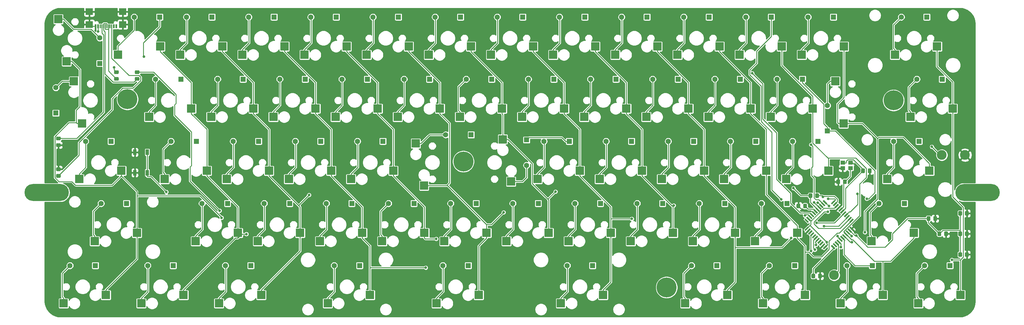
<source format=gbr>
G04 #@! TF.GenerationSoftware,KiCad,Pcbnew,(5.1.6)-1*
G04 #@! TF.CreationDate,2020-07-30T14:32:44-07:00*
G04 #@! TF.ProjectId,keyboard_test6,6b657962-6f61-4726-945f-74657374362e,rev?*
G04 #@! TF.SameCoordinates,Original*
G04 #@! TF.FileFunction,Copper,L2,Bot*
G04 #@! TF.FilePolarity,Positive*
%FSLAX46Y46*%
G04 Gerber Fmt 4.6, Leading zero omitted, Abs format (unit mm)*
G04 Created by KiCad (PCBNEW (5.1.6)-1) date 2020-07-30 14:32:44*
%MOMM*%
%LPD*%
G01*
G04 APERTURE LIST*
G04 #@! TA.AperFunction,SMDPad,CuDef*
%ADD10C,3.000000*%
G04 #@! TD*
G04 #@! TA.AperFunction,SMDPad,CuDef*
%ADD11R,2.180000X2.000000*%
G04 #@! TD*
G04 #@! TA.AperFunction,SMDPad,CuDef*
%ADD12R,0.300000X1.150000*%
G04 #@! TD*
G04 #@! TA.AperFunction,SMDPad,CuDef*
%ADD13R,0.600000X1.150000*%
G04 #@! TD*
G04 #@! TA.AperFunction,ComponentPad*
%ADD14C,1.600000*%
G04 #@! TD*
G04 #@! TA.AperFunction,ComponentPad*
%ADD15R,1.600000X1.600000*%
G04 #@! TD*
G04 #@! TA.AperFunction,ComponentPad*
%ADD16O,13.600000X5.200000*%
G04 #@! TD*
G04 #@! TA.AperFunction,ComponentPad*
%ADD17C,6.100000*%
G04 #@! TD*
G04 #@! TA.AperFunction,SMDPad,CuDef*
%ADD18R,2.550000X2.500000*%
G04 #@! TD*
G04 #@! TA.AperFunction,SMDPad,CuDef*
%ADD19R,2.500000X2.550000*%
G04 #@! TD*
G04 #@! TA.AperFunction,SMDPad,CuDef*
%ADD20R,1.000000X1.700000*%
G04 #@! TD*
G04 #@! TA.AperFunction,SMDPad,CuDef*
%ADD21C,0.100000*%
G04 #@! TD*
G04 #@! TA.AperFunction,SMDPad,CuDef*
%ADD22R,1.400000X1.200000*%
G04 #@! TD*
G04 #@! TA.AperFunction,ViaPad*
%ADD23C,0.800000*%
G04 #@! TD*
G04 #@! TA.AperFunction,Conductor*
%ADD24C,0.250000*%
G04 #@! TD*
G04 #@! TA.AperFunction,Conductor*
%ADD25C,0.254000*%
G04 #@! TD*
G04 APERTURE END LIST*
D10*
X426146000Y-183534000D03*
X419034000Y-183534000D03*
X386014000Y-220364000D03*
D11*
X167972000Y-139570000D03*
X157752000Y-139570000D03*
X167972000Y-143500000D03*
X157752000Y-143500000D03*
D12*
X163112000Y-144075000D03*
X162612000Y-144075000D03*
X163612000Y-144075000D03*
X162112000Y-144075000D03*
X164112000Y-144075000D03*
X161612000Y-144075000D03*
X164612000Y-144075000D03*
X161112000Y-144075000D03*
D13*
X166062000Y-144075000D03*
X165262000Y-144075000D03*
X160462000Y-144075000D03*
X159662000Y-144075000D03*
D14*
X339938000Y-141212000D03*
D15*
X347738000Y-141212000D03*
D14*
X171488000Y-141212000D03*
D15*
X179288000Y-141212000D03*
D14*
X187538000Y-141212000D03*
D15*
X195338000Y-141212000D03*
D14*
X206588000Y-141212000D03*
D15*
X214388000Y-141212000D03*
D14*
X225638000Y-141212000D03*
D15*
X233438000Y-141212000D03*
D14*
X244688000Y-141212000D03*
D15*
X252488000Y-141212000D03*
D14*
X263738000Y-141212000D03*
D15*
X271538000Y-141212000D03*
D14*
X282788000Y-141212000D03*
D15*
X290588000Y-141212000D03*
D14*
X301838000Y-141212000D03*
D15*
X309638000Y-141212000D03*
D14*
X320888000Y-141212000D03*
D15*
X328688000Y-141212000D03*
D14*
X182775000Y-179312000D03*
D15*
X190575000Y-179312000D03*
D14*
X342319000Y-217412000D03*
D15*
X350119000Y-217412000D03*
D14*
X199444000Y-217412000D03*
D15*
X207244000Y-217412000D03*
D14*
X268500000Y-198362000D03*
D15*
X276300000Y-198362000D03*
D14*
X232781000Y-217412000D03*
D15*
X240581000Y-217412000D03*
D14*
X406612000Y-141212000D03*
D15*
X414412000Y-141212000D03*
D14*
X411375000Y-160262000D03*
D15*
X419175000Y-160262000D03*
D14*
X230400000Y-198362000D03*
D15*
X238200000Y-198362000D03*
D14*
X156581000Y-179312000D03*
D15*
X164381000Y-179312000D03*
D14*
X368512000Y-160262000D03*
D15*
X376312000Y-160262000D03*
D14*
X325650000Y-198362000D03*
D15*
X333450000Y-198362000D03*
D14*
X266119000Y-217412000D03*
D15*
X273919000Y-217412000D03*
D14*
X413756000Y-217412000D03*
D15*
X421556000Y-217412000D03*
D14*
X151819000Y-217412000D03*
D15*
X159619000Y-217412000D03*
D14*
X220875000Y-179312000D03*
D15*
X228675000Y-179312000D03*
D14*
X344700000Y-198362000D03*
D15*
X352500000Y-198362000D03*
D14*
X216112000Y-160262000D03*
D15*
X223912000Y-160262000D03*
D14*
X404231000Y-179312000D03*
D15*
X412031000Y-179312000D03*
D14*
X378038000Y-141212000D03*
D15*
X385838000Y-141212000D03*
D14*
X160970000Y-147630000D03*
D15*
X160970000Y-155430000D03*
D14*
X239925000Y-179312000D03*
D15*
X247725000Y-179312000D03*
D14*
X266975000Y-177312000D03*
D15*
X274775000Y-177312000D03*
X291780000Y-178872000D03*
D14*
X291780000Y-186672000D03*
X311362000Y-160262000D03*
D15*
X319162000Y-160262000D03*
D14*
X297075000Y-179312000D03*
D15*
X304875000Y-179312000D03*
D14*
X316125000Y-179312000D03*
D15*
X323925000Y-179312000D03*
D14*
X335175000Y-179312000D03*
D15*
X342975000Y-179312000D03*
D14*
X306600000Y-198362000D03*
D15*
X314400000Y-198362000D03*
D14*
X389944000Y-217412000D03*
D15*
X397744000Y-217412000D03*
D14*
X358988000Y-141212000D03*
D15*
X366788000Y-141212000D03*
D14*
X287550000Y-198362000D03*
D15*
X295350000Y-198362000D03*
D14*
X330412000Y-160262000D03*
D15*
X338212000Y-160262000D03*
D14*
X383968000Y-168362000D03*
D15*
X383968000Y-176162000D03*
D14*
X349462000Y-160262000D03*
D15*
X357262000Y-160262000D03*
D14*
X178012000Y-160262000D03*
D15*
X185812000Y-160262000D03*
D14*
X373275000Y-179312000D03*
D15*
X381075000Y-179312000D03*
D14*
X235162000Y-160262000D03*
D15*
X242962000Y-160262000D03*
D14*
X201825000Y-179312000D03*
D15*
X209625000Y-179312000D03*
D14*
X354225000Y-179312000D03*
D15*
X362025000Y-179312000D03*
D14*
X399800000Y-198362000D03*
D15*
X407600000Y-198362000D03*
D14*
X161344000Y-198362000D03*
D15*
X169144000Y-198362000D03*
D14*
X363750000Y-198362000D03*
D15*
X371550000Y-198362000D03*
D14*
X304219000Y-217412000D03*
D15*
X312019000Y-217412000D03*
D14*
X254212000Y-160262000D03*
D15*
X262012000Y-160262000D03*
D14*
X147500000Y-162862000D03*
D15*
X147500000Y-170662000D03*
D14*
X292312000Y-160262000D03*
D15*
X300112000Y-160262000D03*
D14*
X249450000Y-198362000D03*
D15*
X257250000Y-198362000D03*
D14*
X197062000Y-160262000D03*
D15*
X204862000Y-160262000D03*
D14*
X366131000Y-217412000D03*
D15*
X373931000Y-217412000D03*
D14*
X175631000Y-217412000D03*
D15*
X183431000Y-217412000D03*
D14*
X211350000Y-198362000D03*
D15*
X219150000Y-198362000D03*
D14*
X273262000Y-160262000D03*
D15*
X281062000Y-160262000D03*
D14*
X192300000Y-198362000D03*
D15*
X200100000Y-198362000D03*
D16*
X144651000Y-195012000D03*
D17*
X334690000Y-224112000D03*
X169410000Y-166412000D03*
X272405000Y-185512000D03*
X404240000Y-166762000D03*
D16*
X430000000Y-195015000D03*
D18*
X159402000Y-209942000D03*
X172329000Y-207402000D03*
X404670000Y-152792000D03*
X417597000Y-150252000D03*
X402289000Y-190892000D03*
X415216000Y-188352000D03*
X397527000Y-209942000D03*
X410454000Y-207402000D03*
X230839000Y-228992000D03*
X243766000Y-226452000D03*
X315204000Y-226452000D03*
X302277000Y-228992000D03*
X411814000Y-228992000D03*
X424741000Y-226452000D03*
X154639000Y-190892000D03*
X167566000Y-188352000D03*
X409433000Y-171842000D03*
X422360000Y-169302000D03*
D19*
X148258000Y-141870000D03*
X150798000Y-154797000D03*
D18*
X166546000Y-152792000D03*
X179473000Y-150252000D03*
X185596000Y-152792000D03*
X198523000Y-150252000D03*
X204646000Y-152792000D03*
X217573000Y-150252000D03*
X223696000Y-152792000D03*
X236623000Y-150252000D03*
X242746000Y-152792000D03*
X255673000Y-150252000D03*
X261796000Y-152792000D03*
X274723000Y-150252000D03*
X280846000Y-152792000D03*
X293773000Y-150252000D03*
X299896000Y-152792000D03*
X312823000Y-150252000D03*
X318946000Y-152792000D03*
X331873000Y-150252000D03*
X337996000Y-152792000D03*
X350923000Y-150252000D03*
X357046000Y-152792000D03*
X369973000Y-150252000D03*
X376096000Y-152792000D03*
X389023000Y-150252000D03*
X176070000Y-171842000D03*
X188997000Y-169302000D03*
X195120000Y-171842000D03*
X208047000Y-169302000D03*
X214170000Y-171842000D03*
X227097000Y-169302000D03*
X233220000Y-171842000D03*
X246147000Y-169302000D03*
X252270000Y-171842000D03*
X265197000Y-169302000D03*
X271320000Y-171842000D03*
X284247000Y-169302000D03*
X290370000Y-171842000D03*
X303297000Y-169302000D03*
X309420000Y-171842000D03*
X322347000Y-169302000D03*
X328470000Y-171842000D03*
X341397000Y-169302000D03*
X347520000Y-171842000D03*
X360447000Y-169302000D03*
X366570000Y-171842000D03*
X379497000Y-169302000D03*
D19*
X386382000Y-160920000D03*
X388922000Y-173847000D03*
D18*
X180833000Y-190892000D03*
X193760000Y-188352000D03*
X199883000Y-190892000D03*
X212810000Y-188352000D03*
X218933000Y-190892000D03*
X231860000Y-188352000D03*
X237983000Y-190892000D03*
X250910000Y-188352000D03*
D19*
X257795000Y-179970000D03*
X260335000Y-192897000D03*
X287005000Y-191654000D03*
X284465000Y-178727000D03*
D18*
X295133000Y-190892000D03*
X308060000Y-188352000D03*
X314183000Y-190892000D03*
X327110000Y-188352000D03*
X333233000Y-190892000D03*
X346160000Y-188352000D03*
X352283000Y-190892000D03*
X365210000Y-188352000D03*
X371333000Y-190892000D03*
X384260000Y-188352000D03*
X190358000Y-209942000D03*
X203285000Y-207402000D03*
X209408000Y-209942000D03*
X222335000Y-207402000D03*
X228458000Y-209942000D03*
X241385000Y-207402000D03*
X247508000Y-209942000D03*
X260435000Y-207402000D03*
X266558000Y-209942000D03*
X279485000Y-207402000D03*
X285608000Y-209942000D03*
X298535000Y-207402000D03*
X304658000Y-209942000D03*
X317585000Y-207402000D03*
X323708000Y-209942000D03*
X336635000Y-207402000D03*
X342758000Y-209942000D03*
X355685000Y-207402000D03*
X374735000Y-207402000D03*
X361808000Y-209942000D03*
X186616000Y-226452000D03*
X173689000Y-228992000D03*
X210429000Y-226452000D03*
X197502000Y-228992000D03*
X264177000Y-228992000D03*
X277104000Y-226452000D03*
X340377000Y-228992000D03*
X353304000Y-226452000D03*
X364189000Y-228992000D03*
X377116000Y-226452000D03*
X388002000Y-228992000D03*
X400929000Y-226452000D03*
X162804000Y-226452000D03*
X149877000Y-228992000D03*
G04 #@! TA.AperFunction,SMDPad,CuDef*
G36*
G01*
X389900000Y-191257999D02*
X389900000Y-192158001D01*
G75*
G02*
X389650001Y-192408000I-249999J0D01*
G01*
X388999999Y-192408000D01*
G75*
G02*
X388750000Y-192158001I0J249999D01*
G01*
X388750000Y-191257999D01*
G75*
G02*
X388999999Y-191008000I249999J0D01*
G01*
X389650001Y-191008000D01*
G75*
G02*
X389900000Y-191257999I0J-249999D01*
G01*
G37*
G04 #@! TD.AperFunction*
G04 #@! TA.AperFunction,SMDPad,CuDef*
G36*
G01*
X387850000Y-191257999D02*
X387850000Y-192158001D01*
G75*
G02*
X387600001Y-192408000I-249999J0D01*
G01*
X386949999Y-192408000D01*
G75*
G02*
X386700000Y-192158001I0J249999D01*
G01*
X386700000Y-191257999D01*
G75*
G02*
X386949999Y-191008000I249999J0D01*
G01*
X387600001Y-191008000D01*
G75*
G02*
X387850000Y-191257999I0J-249999D01*
G01*
G37*
G04 #@! TD.AperFunction*
G04 #@! TA.AperFunction,SMDPad,CuDef*
G36*
G01*
X394320000Y-188810001D02*
X394320000Y-187909999D01*
G75*
G02*
X394569999Y-187660000I249999J0D01*
G01*
X395220001Y-187660000D01*
G75*
G02*
X395470000Y-187909999I0J-249999D01*
G01*
X395470000Y-188810001D01*
G75*
G02*
X395220001Y-189060000I-249999J0D01*
G01*
X394569999Y-189060000D01*
G75*
G02*
X394320000Y-188810001I0J249999D01*
G01*
G37*
G04 #@! TD.AperFunction*
G04 #@! TA.AperFunction,SMDPad,CuDef*
G36*
G01*
X396370000Y-188810001D02*
X396370000Y-187909999D01*
G75*
G02*
X396619999Y-187660000I249999J0D01*
G01*
X397270001Y-187660000D01*
G75*
G02*
X397520000Y-187909999I0J-249999D01*
G01*
X397520000Y-188810001D01*
G75*
G02*
X397270001Y-189060000I-249999J0D01*
G01*
X396619999Y-189060000D01*
G75*
G02*
X396370000Y-188810001I0J249999D01*
G01*
G37*
G04 #@! TD.AperFunction*
D20*
X171700000Y-182662000D03*
X171700000Y-188962000D03*
X175500000Y-182662000D03*
X175500000Y-188962000D03*
G04 #@! TA.AperFunction,SMDPad,CuDef*
G36*
G01*
X374508000Y-199605001D02*
X374508000Y-198704999D01*
G75*
G02*
X374757999Y-198455000I249999J0D01*
G01*
X375408001Y-198455000D01*
G75*
G02*
X375658000Y-198704999I0J-249999D01*
G01*
X375658000Y-199605001D01*
G75*
G02*
X375408001Y-199855000I-249999J0D01*
G01*
X374757999Y-199855000D01*
G75*
G02*
X374508000Y-199605001I0J249999D01*
G01*
G37*
G04 #@! TD.AperFunction*
G04 #@! TA.AperFunction,SMDPad,CuDef*
G36*
G01*
X376558000Y-199605001D02*
X376558000Y-198704999D01*
G75*
G02*
X376807999Y-198455000I249999J0D01*
G01*
X377458001Y-198455000D01*
G75*
G02*
X377708000Y-198704999I0J-249999D01*
G01*
X377708000Y-199605001D01*
G75*
G02*
X377458001Y-199855000I-249999J0D01*
G01*
X376807999Y-199855000D01*
G75*
G02*
X376558000Y-199605001I0J249999D01*
G01*
G37*
G04 #@! TD.AperFunction*
G04 #@! TA.AperFunction,SMDPad,CuDef*
G36*
G01*
X414400000Y-203450001D02*
X414400000Y-202549999D01*
G75*
G02*
X414649999Y-202300000I249999J0D01*
G01*
X415300001Y-202300000D01*
G75*
G02*
X415550000Y-202549999I0J-249999D01*
G01*
X415550000Y-203450001D01*
G75*
G02*
X415300001Y-203700000I-249999J0D01*
G01*
X414649999Y-203700000D01*
G75*
G02*
X414400000Y-203450001I0J249999D01*
G01*
G37*
G04 #@! TD.AperFunction*
G04 #@! TA.AperFunction,SMDPad,CuDef*
G36*
G01*
X416450000Y-203450001D02*
X416450000Y-202549999D01*
G75*
G02*
X416699999Y-202300000I249999J0D01*
G01*
X417350001Y-202300000D01*
G75*
G02*
X417600000Y-202549999I0J-249999D01*
G01*
X417600000Y-203450001D01*
G75*
G02*
X417350001Y-203700000I-249999J0D01*
G01*
X416699999Y-203700000D01*
G75*
G02*
X416450000Y-203450001I0J249999D01*
G01*
G37*
G04 #@! TD.AperFunction*
G04 #@! TA.AperFunction,SMDPad,CuDef*
G36*
G01*
X417719000Y-208128001D02*
X417719000Y-207227999D01*
G75*
G02*
X417968999Y-206978000I249999J0D01*
G01*
X418619001Y-206978000D01*
G75*
G02*
X418869000Y-207227999I0J-249999D01*
G01*
X418869000Y-208128001D01*
G75*
G02*
X418619001Y-208378000I-249999J0D01*
G01*
X417968999Y-208378000D01*
G75*
G02*
X417719000Y-208128001I0J249999D01*
G01*
G37*
G04 #@! TD.AperFunction*
G04 #@! TA.AperFunction,SMDPad,CuDef*
G36*
G01*
X419769000Y-208128001D02*
X419769000Y-207227999D01*
G75*
G02*
X420018999Y-206978000I249999J0D01*
G01*
X420669001Y-206978000D01*
G75*
G02*
X420919000Y-207227999I0J-249999D01*
G01*
X420919000Y-208128001D01*
G75*
G02*
X420669001Y-208378000I-249999J0D01*
G01*
X420018999Y-208378000D01*
G75*
G02*
X419769000Y-208128001I0J249999D01*
G01*
G37*
G04 #@! TD.AperFunction*
G04 #@! TA.AperFunction,SMDPad,CuDef*
G36*
G01*
X424094000Y-214502001D02*
X424094000Y-213601999D01*
G75*
G02*
X424343999Y-213352000I249999J0D01*
G01*
X424994001Y-213352000D01*
G75*
G02*
X425244000Y-213601999I0J-249999D01*
G01*
X425244000Y-214502001D01*
G75*
G02*
X424994001Y-214752000I-249999J0D01*
G01*
X424343999Y-214752000D01*
G75*
G02*
X424094000Y-214502001I0J249999D01*
G01*
G37*
G04 #@! TD.AperFunction*
G04 #@! TA.AperFunction,SMDPad,CuDef*
G36*
G01*
X426144000Y-214502001D02*
X426144000Y-213601999D01*
G75*
G02*
X426393999Y-213352000I249999J0D01*
G01*
X427044001Y-213352000D01*
G75*
G02*
X427294000Y-213601999I0J-249999D01*
G01*
X427294000Y-214502001D01*
G75*
G02*
X427044001Y-214752000I-249999J0D01*
G01*
X426393999Y-214752000D01*
G75*
G02*
X426144000Y-214502001I0J249999D01*
G01*
G37*
G04 #@! TD.AperFunction*
G04 #@! TA.AperFunction,SMDPad,CuDef*
G36*
G01*
X424094000Y-208128001D02*
X424094000Y-207227999D01*
G75*
G02*
X424343999Y-206978000I249999J0D01*
G01*
X424994001Y-206978000D01*
G75*
G02*
X425244000Y-207227999I0J-249999D01*
G01*
X425244000Y-208128001D01*
G75*
G02*
X424994001Y-208378000I-249999J0D01*
G01*
X424343999Y-208378000D01*
G75*
G02*
X424094000Y-208128001I0J249999D01*
G01*
G37*
G04 #@! TD.AperFunction*
G04 #@! TA.AperFunction,SMDPad,CuDef*
G36*
G01*
X426144000Y-208128001D02*
X426144000Y-207227999D01*
G75*
G02*
X426393999Y-206978000I249999J0D01*
G01*
X427044001Y-206978000D01*
G75*
G02*
X427294000Y-207227999I0J-249999D01*
G01*
X427294000Y-208128001D01*
G75*
G02*
X427044001Y-208378000I-249999J0D01*
G01*
X426393999Y-208378000D01*
G75*
G02*
X426144000Y-208128001I0J249999D01*
G01*
G37*
G04 #@! TD.AperFunction*
G04 #@! TA.AperFunction,SMDPad,CuDef*
G36*
G01*
X424094000Y-201846001D02*
X424094000Y-200945999D01*
G75*
G02*
X424343999Y-200696000I249999J0D01*
G01*
X424994001Y-200696000D01*
G75*
G02*
X425244000Y-200945999I0J-249999D01*
G01*
X425244000Y-201846001D01*
G75*
G02*
X424994001Y-202096000I-249999J0D01*
G01*
X424343999Y-202096000D01*
G75*
G02*
X424094000Y-201846001I0J249999D01*
G01*
G37*
G04 #@! TD.AperFunction*
G04 #@! TA.AperFunction,SMDPad,CuDef*
G36*
G01*
X426144000Y-201846001D02*
X426144000Y-200945999D01*
G75*
G02*
X426393999Y-200696000I249999J0D01*
G01*
X427044001Y-200696000D01*
G75*
G02*
X427294000Y-200945999I0J-249999D01*
G01*
X427294000Y-201846001D01*
G75*
G02*
X427044001Y-202096000I-249999J0D01*
G01*
X426393999Y-202096000D01*
G75*
G02*
X426144000Y-201846001I0J249999D01*
G01*
G37*
G04 #@! TD.AperFunction*
G04 #@! TA.AperFunction,SMDPad,CuDef*
G36*
G01*
X381391000Y-195529999D02*
X381391000Y-196430001D01*
G75*
G02*
X381141001Y-196680000I-249999J0D01*
G01*
X380490999Y-196680000D01*
G75*
G02*
X380241000Y-196430001I0J249999D01*
G01*
X380241000Y-195529999D01*
G75*
G02*
X380490999Y-195280000I249999J0D01*
G01*
X381141001Y-195280000D01*
G75*
G02*
X381391000Y-195529999I0J-249999D01*
G01*
G37*
G04 #@! TD.AperFunction*
G04 #@! TA.AperFunction,SMDPad,CuDef*
G36*
G01*
X379341000Y-195529999D02*
X379341000Y-196430001D01*
G75*
G02*
X379091001Y-196680000I-249999J0D01*
G01*
X378440999Y-196680000D01*
G75*
G02*
X378191000Y-196430001I0J249999D01*
G01*
X378191000Y-195529999D01*
G75*
G02*
X378440999Y-195280000I249999J0D01*
G01*
X379091001Y-195280000D01*
G75*
G02*
X379341000Y-195529999I0J-249999D01*
G01*
G37*
G04 #@! TD.AperFunction*
G04 #@! TA.AperFunction,SMDPad,CuDef*
G36*
G01*
X381130000Y-221068001D02*
X381130000Y-220167999D01*
G75*
G02*
X381379999Y-219918000I249999J0D01*
G01*
X382030001Y-219918000D01*
G75*
G02*
X382280000Y-220167999I0J-249999D01*
G01*
X382280000Y-221068001D01*
G75*
G02*
X382030001Y-221318000I-249999J0D01*
G01*
X381379999Y-221318000D01*
G75*
G02*
X381130000Y-221068001I0J249999D01*
G01*
G37*
G04 #@! TD.AperFunction*
G04 #@! TA.AperFunction,SMDPad,CuDef*
G36*
G01*
X379080000Y-221068001D02*
X379080000Y-220167999D01*
G75*
G02*
X379329999Y-219918000I249999J0D01*
G01*
X379980001Y-219918000D01*
G75*
G02*
X380230000Y-220167999I0J-249999D01*
G01*
X380230000Y-221068001D01*
G75*
G02*
X379980001Y-221318000I-249999J0D01*
G01*
X379329999Y-221318000D01*
G75*
G02*
X379080000Y-221068001I0J249999D01*
G01*
G37*
G04 #@! TD.AperFunction*
G04 #@! TA.AperFunction,SMDPad,CuDef*
G36*
G01*
X171949999Y-157550000D02*
X172850001Y-157550000D01*
G75*
G02*
X173100000Y-157799999I0J-249999D01*
G01*
X173100000Y-158450001D01*
G75*
G02*
X172850001Y-158700000I-249999J0D01*
G01*
X171949999Y-158700000D01*
G75*
G02*
X171700000Y-158450001I0J249999D01*
G01*
X171700000Y-157799999D01*
G75*
G02*
X171949999Y-157550000I249999J0D01*
G01*
G37*
G04 #@! TD.AperFunction*
G04 #@! TA.AperFunction,SMDPad,CuDef*
G36*
G01*
X171949999Y-159600000D02*
X172850001Y-159600000D01*
G75*
G02*
X173100000Y-159849999I0J-249999D01*
G01*
X173100000Y-160500001D01*
G75*
G02*
X172850001Y-160750000I-249999J0D01*
G01*
X171949999Y-160750000D01*
G75*
G02*
X171700000Y-160500001I0J249999D01*
G01*
X171700000Y-159849999D01*
G75*
G02*
X171949999Y-159600000I249999J0D01*
G01*
G37*
G04 #@! TD.AperFunction*
G04 #@! TA.AperFunction,SMDPad,CuDef*
G36*
G01*
X165599999Y-159600000D02*
X166500001Y-159600000D01*
G75*
G02*
X166750000Y-159849999I0J-249999D01*
G01*
X166750000Y-160500001D01*
G75*
G02*
X166500001Y-160750000I-249999J0D01*
G01*
X165599999Y-160750000D01*
G75*
G02*
X165350000Y-160500001I0J249999D01*
G01*
X165350000Y-159849999D01*
G75*
G02*
X165599999Y-159600000I249999J0D01*
G01*
G37*
G04 #@! TD.AperFunction*
G04 #@! TA.AperFunction,SMDPad,CuDef*
G36*
G01*
X165599999Y-157550000D02*
X166500001Y-157550000D01*
G75*
G02*
X166750000Y-157799999I0J-249999D01*
G01*
X166750000Y-158450001D01*
G75*
G02*
X166500001Y-158700000I-249999J0D01*
G01*
X165599999Y-158700000D01*
G75*
G02*
X165350000Y-158450001I0J249999D01*
G01*
X165350000Y-157799999D01*
G75*
G02*
X165599999Y-157550000I249999J0D01*
G01*
G37*
G04 #@! TD.AperFunction*
G04 #@! TA.AperFunction,SMDPad,CuDef*
G36*
G01*
X148720001Y-181070000D02*
X147819999Y-181070000D01*
G75*
G02*
X147570000Y-180820001I0J249999D01*
G01*
X147570000Y-180169999D01*
G75*
G02*
X147819999Y-179920000I249999J0D01*
G01*
X148720001Y-179920000D01*
G75*
G02*
X148970000Y-180169999I0J-249999D01*
G01*
X148970000Y-180820001D01*
G75*
G02*
X148720001Y-181070000I-249999J0D01*
G01*
G37*
G04 #@! TD.AperFunction*
G04 #@! TA.AperFunction,SMDPad,CuDef*
G36*
G01*
X148720001Y-179020000D02*
X147819999Y-179020000D01*
G75*
G02*
X147570000Y-178770001I0J249999D01*
G01*
X147570000Y-178119999D01*
G75*
G02*
X147819999Y-177870000I249999J0D01*
G01*
X148720001Y-177870000D01*
G75*
G02*
X148970000Y-178119999I0J-249999D01*
G01*
X148970000Y-178770001D01*
G75*
G02*
X148720001Y-179020000I-249999J0D01*
G01*
G37*
G04 #@! TD.AperFunction*
G04 #@! TA.AperFunction,SMDPad,CuDef*
G36*
G01*
X147819999Y-189350000D02*
X148720001Y-189350000D01*
G75*
G02*
X148970000Y-189599999I0J-249999D01*
G01*
X148970000Y-190250001D01*
G75*
G02*
X148720001Y-190500000I-249999J0D01*
G01*
X147819999Y-190500000D01*
G75*
G02*
X147570000Y-190250001I0J249999D01*
G01*
X147570000Y-189599999D01*
G75*
G02*
X147819999Y-189350000I249999J0D01*
G01*
G37*
G04 #@! TD.AperFunction*
G04 #@! TA.AperFunction,SMDPad,CuDef*
G36*
G01*
X147819999Y-187300000D02*
X148720001Y-187300000D01*
G75*
G02*
X148970000Y-187549999I0J-249999D01*
G01*
X148970000Y-188200001D01*
G75*
G02*
X148720001Y-188450000I-249999J0D01*
G01*
X147819999Y-188450000D01*
G75*
G02*
X147570000Y-188200001I0J249999D01*
G01*
X147570000Y-187549999D01*
G75*
G02*
X147819999Y-187300000I249999J0D01*
G01*
G37*
G04 #@! TD.AperFunction*
G04 #@! TA.AperFunction,SMDPad,CuDef*
D21*
G36*
X378311584Y-205768025D02*
G01*
X377269874Y-206809735D01*
X376910664Y-206450525D01*
X377952374Y-205408815D01*
X378311584Y-205768025D01*
G37*
G04 #@! TD.AperFunction*
G04 #@! TA.AperFunction,SMDPad,CuDef*
G36*
X378868360Y-206324801D02*
G01*
X377826650Y-207366511D01*
X377467440Y-207007301D01*
X378509150Y-205965591D01*
X378868360Y-206324801D01*
G37*
G04 #@! TD.AperFunction*
G04 #@! TA.AperFunction,SMDPad,CuDef*
G36*
X379443096Y-206899538D02*
G01*
X378401386Y-207941248D01*
X378042176Y-207582038D01*
X379083886Y-206540328D01*
X379443096Y-206899538D01*
G37*
G04 #@! TD.AperFunction*
G04 #@! TA.AperFunction,SMDPad,CuDef*
G36*
X379999872Y-207456313D02*
G01*
X378958162Y-208498023D01*
X378598952Y-208138813D01*
X379640662Y-207097103D01*
X379999872Y-207456313D01*
G37*
G04 #@! TD.AperFunction*
G04 #@! TA.AperFunction,SMDPad,CuDef*
G36*
X380574608Y-208031050D02*
G01*
X379532898Y-209072760D01*
X379173688Y-208713550D01*
X380215398Y-207671840D01*
X380574608Y-208031050D01*
G37*
G04 #@! TD.AperFunction*
G04 #@! TA.AperFunction,SMDPad,CuDef*
G36*
X381131384Y-208587826D02*
G01*
X380089674Y-209629536D01*
X379730464Y-209270326D01*
X380772174Y-208228616D01*
X381131384Y-208587826D01*
G37*
G04 #@! TD.AperFunction*
G04 #@! TA.AperFunction,SMDPad,CuDef*
G36*
X381688160Y-209144602D02*
G01*
X380646450Y-210186312D01*
X380287240Y-209827102D01*
X381328950Y-208785392D01*
X381688160Y-209144602D01*
G37*
G04 #@! TD.AperFunction*
G04 #@! TA.AperFunction,SMDPad,CuDef*
G36*
X382262897Y-209719338D02*
G01*
X381221187Y-210761048D01*
X380861977Y-210401838D01*
X381903687Y-209360128D01*
X382262897Y-209719338D01*
G37*
G04 #@! TD.AperFunction*
G04 #@! TA.AperFunction,SMDPad,CuDef*
G36*
X382819672Y-210276114D02*
G01*
X381777962Y-211317824D01*
X381418752Y-210958614D01*
X382460462Y-209916904D01*
X382819672Y-210276114D01*
G37*
G04 #@! TD.AperFunction*
G04 #@! TA.AperFunction,SMDPad,CuDef*
G36*
X383394409Y-210850850D02*
G01*
X382352699Y-211892560D01*
X381993489Y-211533350D01*
X383035199Y-210491640D01*
X383394409Y-210850850D01*
G37*
G04 #@! TD.AperFunction*
G04 #@! TA.AperFunction,SMDPad,CuDef*
G36*
X383951185Y-211407626D02*
G01*
X382909475Y-212449336D01*
X382550265Y-212090126D01*
X383591975Y-211048416D01*
X383951185Y-211407626D01*
G37*
G04 #@! TD.AperFunction*
G04 #@! TA.AperFunction,SMDPad,CuDef*
G36*
X386070525Y-212449336D02*
G01*
X385028815Y-211407626D01*
X385388025Y-211048416D01*
X386429735Y-212090126D01*
X386070525Y-212449336D01*
G37*
G04 #@! TD.AperFunction*
G04 #@! TA.AperFunction,SMDPad,CuDef*
G36*
X386627301Y-211892560D02*
G01*
X385585591Y-210850850D01*
X385944801Y-210491640D01*
X386986511Y-211533350D01*
X386627301Y-211892560D01*
G37*
G04 #@! TD.AperFunction*
G04 #@! TA.AperFunction,SMDPad,CuDef*
G36*
X387202038Y-211317824D02*
G01*
X386160328Y-210276114D01*
X386519538Y-209916904D01*
X387561248Y-210958614D01*
X387202038Y-211317824D01*
G37*
G04 #@! TD.AperFunction*
G04 #@! TA.AperFunction,SMDPad,CuDef*
G36*
X387758813Y-210761048D02*
G01*
X386717103Y-209719338D01*
X387076313Y-209360128D01*
X388118023Y-210401838D01*
X387758813Y-210761048D01*
G37*
G04 #@! TD.AperFunction*
G04 #@! TA.AperFunction,SMDPad,CuDef*
G36*
X388333550Y-210186312D02*
G01*
X387291840Y-209144602D01*
X387651050Y-208785392D01*
X388692760Y-209827102D01*
X388333550Y-210186312D01*
G37*
G04 #@! TD.AperFunction*
G04 #@! TA.AperFunction,SMDPad,CuDef*
G36*
X388890326Y-209629536D02*
G01*
X387848616Y-208587826D01*
X388207826Y-208228616D01*
X389249536Y-209270326D01*
X388890326Y-209629536D01*
G37*
G04 #@! TD.AperFunction*
G04 #@! TA.AperFunction,SMDPad,CuDef*
G36*
X389447102Y-209072760D02*
G01*
X388405392Y-208031050D01*
X388764602Y-207671840D01*
X389806312Y-208713550D01*
X389447102Y-209072760D01*
G37*
G04 #@! TD.AperFunction*
G04 #@! TA.AperFunction,SMDPad,CuDef*
G36*
X390021838Y-208498023D02*
G01*
X388980128Y-207456313D01*
X389339338Y-207097103D01*
X390381048Y-208138813D01*
X390021838Y-208498023D01*
G37*
G04 #@! TD.AperFunction*
G04 #@! TA.AperFunction,SMDPad,CuDef*
G36*
X390578614Y-207941248D02*
G01*
X389536904Y-206899538D01*
X389896114Y-206540328D01*
X390937824Y-207582038D01*
X390578614Y-207941248D01*
G37*
G04 #@! TD.AperFunction*
G04 #@! TA.AperFunction,SMDPad,CuDef*
G36*
X391153350Y-207366511D02*
G01*
X390111640Y-206324801D01*
X390470850Y-205965591D01*
X391512560Y-207007301D01*
X391153350Y-207366511D01*
G37*
G04 #@! TD.AperFunction*
G04 #@! TA.AperFunction,SMDPad,CuDef*
G36*
X391710126Y-206809735D02*
G01*
X390668416Y-205768025D01*
X391027626Y-205408815D01*
X392069336Y-206450525D01*
X391710126Y-206809735D01*
G37*
G04 #@! TD.AperFunction*
G04 #@! TA.AperFunction,SMDPad,CuDef*
G36*
X392069336Y-203289475D02*
G01*
X391027626Y-204331185D01*
X390668416Y-203971975D01*
X391710126Y-202930265D01*
X392069336Y-203289475D01*
G37*
G04 #@! TD.AperFunction*
G04 #@! TA.AperFunction,SMDPad,CuDef*
G36*
X391512560Y-202732699D02*
G01*
X390470850Y-203774409D01*
X390111640Y-203415199D01*
X391153350Y-202373489D01*
X391512560Y-202732699D01*
G37*
G04 #@! TD.AperFunction*
G04 #@! TA.AperFunction,SMDPad,CuDef*
G36*
X390937824Y-202157962D02*
G01*
X389896114Y-203199672D01*
X389536904Y-202840462D01*
X390578614Y-201798752D01*
X390937824Y-202157962D01*
G37*
G04 #@! TD.AperFunction*
G04 #@! TA.AperFunction,SMDPad,CuDef*
G36*
X390381048Y-201601187D02*
G01*
X389339338Y-202642897D01*
X388980128Y-202283687D01*
X390021838Y-201241977D01*
X390381048Y-201601187D01*
G37*
G04 #@! TD.AperFunction*
G04 #@! TA.AperFunction,SMDPad,CuDef*
G36*
X389806312Y-201026450D02*
G01*
X388764602Y-202068160D01*
X388405392Y-201708950D01*
X389447102Y-200667240D01*
X389806312Y-201026450D01*
G37*
G04 #@! TD.AperFunction*
G04 #@! TA.AperFunction,SMDPad,CuDef*
G36*
X389249536Y-200469674D02*
G01*
X388207826Y-201511384D01*
X387848616Y-201152174D01*
X388890326Y-200110464D01*
X389249536Y-200469674D01*
G37*
G04 #@! TD.AperFunction*
G04 #@! TA.AperFunction,SMDPad,CuDef*
G36*
X388692760Y-199912898D02*
G01*
X387651050Y-200954608D01*
X387291840Y-200595398D01*
X388333550Y-199553688D01*
X388692760Y-199912898D01*
G37*
G04 #@! TD.AperFunction*
G04 #@! TA.AperFunction,SMDPad,CuDef*
G36*
X388118023Y-199338162D02*
G01*
X387076313Y-200379872D01*
X386717103Y-200020662D01*
X387758813Y-198978952D01*
X388118023Y-199338162D01*
G37*
G04 #@! TD.AperFunction*
G04 #@! TA.AperFunction,SMDPad,CuDef*
G36*
X387561248Y-198781386D02*
G01*
X386519538Y-199823096D01*
X386160328Y-199463886D01*
X387202038Y-198422176D01*
X387561248Y-198781386D01*
G37*
G04 #@! TD.AperFunction*
G04 #@! TA.AperFunction,SMDPad,CuDef*
G36*
X386986511Y-198206650D02*
G01*
X385944801Y-199248360D01*
X385585591Y-198889150D01*
X386627301Y-197847440D01*
X386986511Y-198206650D01*
G37*
G04 #@! TD.AperFunction*
G04 #@! TA.AperFunction,SMDPad,CuDef*
G36*
X386429735Y-197649874D02*
G01*
X385388025Y-198691584D01*
X385028815Y-198332374D01*
X386070525Y-197290664D01*
X386429735Y-197649874D01*
G37*
G04 #@! TD.AperFunction*
G04 #@! TA.AperFunction,SMDPad,CuDef*
G36*
X383591975Y-198691584D02*
G01*
X382550265Y-197649874D01*
X382909475Y-197290664D01*
X383951185Y-198332374D01*
X383591975Y-198691584D01*
G37*
G04 #@! TD.AperFunction*
G04 #@! TA.AperFunction,SMDPad,CuDef*
G36*
X383035199Y-199248360D02*
G01*
X381993489Y-198206650D01*
X382352699Y-197847440D01*
X383394409Y-198889150D01*
X383035199Y-199248360D01*
G37*
G04 #@! TD.AperFunction*
G04 #@! TA.AperFunction,SMDPad,CuDef*
G36*
X382460462Y-199823096D02*
G01*
X381418752Y-198781386D01*
X381777962Y-198422176D01*
X382819672Y-199463886D01*
X382460462Y-199823096D01*
G37*
G04 #@! TD.AperFunction*
G04 #@! TA.AperFunction,SMDPad,CuDef*
G36*
X381903687Y-200379872D02*
G01*
X380861977Y-199338162D01*
X381221187Y-198978952D01*
X382262897Y-200020662D01*
X381903687Y-200379872D01*
G37*
G04 #@! TD.AperFunction*
G04 #@! TA.AperFunction,SMDPad,CuDef*
G36*
X381328950Y-200954608D02*
G01*
X380287240Y-199912898D01*
X380646450Y-199553688D01*
X381688160Y-200595398D01*
X381328950Y-200954608D01*
G37*
G04 #@! TD.AperFunction*
G04 #@! TA.AperFunction,SMDPad,CuDef*
G36*
X380772174Y-201511384D02*
G01*
X379730464Y-200469674D01*
X380089674Y-200110464D01*
X381131384Y-201152174D01*
X380772174Y-201511384D01*
G37*
G04 #@! TD.AperFunction*
G04 #@! TA.AperFunction,SMDPad,CuDef*
G36*
X380215398Y-202068160D02*
G01*
X379173688Y-201026450D01*
X379532898Y-200667240D01*
X380574608Y-201708950D01*
X380215398Y-202068160D01*
G37*
G04 #@! TD.AperFunction*
G04 #@! TA.AperFunction,SMDPad,CuDef*
G36*
X379640662Y-202642897D02*
G01*
X378598952Y-201601187D01*
X378958162Y-201241977D01*
X379999872Y-202283687D01*
X379640662Y-202642897D01*
G37*
G04 #@! TD.AperFunction*
G04 #@! TA.AperFunction,SMDPad,CuDef*
G36*
X379083886Y-203199672D02*
G01*
X378042176Y-202157962D01*
X378401386Y-201798752D01*
X379443096Y-202840462D01*
X379083886Y-203199672D01*
G37*
G04 #@! TD.AperFunction*
G04 #@! TA.AperFunction,SMDPad,CuDef*
G36*
X378509150Y-203774409D02*
G01*
X377467440Y-202732699D01*
X377826650Y-202373489D01*
X378868360Y-203415199D01*
X378509150Y-203774409D01*
G37*
G04 #@! TD.AperFunction*
G04 #@! TA.AperFunction,SMDPad,CuDef*
G36*
X377952374Y-204331185D02*
G01*
X376910664Y-203289475D01*
X377269874Y-202930265D01*
X378311584Y-203971975D01*
X377952374Y-204331185D01*
G37*
G04 #@! TD.AperFunction*
D22*
X391078000Y-185858000D03*
X388678000Y-185858000D03*
X391078000Y-187558000D03*
X388678000Y-187558000D03*
D19*
X155560000Y-173847000D03*
X153020000Y-160920000D03*
D23*
X397063000Y-190773000D03*
X400619000Y-187979000D03*
X395412000Y-198647000D03*
X393126000Y-187852000D03*
X388681000Y-189630000D03*
X378013000Y-192805000D03*
X382077000Y-192805000D03*
X384744000Y-202838000D03*
X377632000Y-210204000D03*
X381569000Y-213125000D03*
X163383000Y-162833000D03*
X160843000Y-162833000D03*
X175194000Y-162960000D03*
X415986000Y-180994000D03*
X373568000Y-193694000D03*
X160462000Y-145688000D03*
X383761900Y-210259400D03*
X392809800Y-208241400D03*
X181360400Y-194848200D03*
X382574800Y-196346100D03*
X197702900Y-200578500D03*
X377101400Y-202068700D03*
X360934800Y-158457800D03*
X165364900Y-156656500D03*
X369850700Y-197153100D03*
X379863900Y-198021300D03*
X174499700Y-153313000D03*
X378979100Y-180375100D03*
X384473600Y-199124800D03*
X380957500Y-198134800D03*
X396021200Y-196921900D03*
X205879600Y-207752600D03*
X388125800Y-211748100D03*
X384248300Y-196943900D03*
X225087600Y-195788900D03*
X260864400Y-218067300D03*
X380120400Y-212563900D03*
X264067500Y-209219300D03*
X380468300Y-211057300D03*
X284715600Y-201086900D03*
X380620700Y-204349200D03*
X393148300Y-195408800D03*
X300616400Y-194729400D03*
X324038100Y-203090300D03*
X382951500Y-205325100D03*
X336856000Y-198968000D03*
X384131600Y-200913100D03*
X391406500Y-208418000D03*
X372880500Y-208994800D03*
X387105400Y-208358500D03*
X198283400Y-202757400D03*
X422108000Y-215682500D03*
X378926600Y-212933900D03*
X391467100Y-210228500D03*
X395486400Y-207225300D03*
D24*
X379354829Y-200848381D02*
X376776381Y-200848381D01*
X379874148Y-201367700D02*
X379354829Y-200848381D01*
X376437910Y-200509910D02*
X376357500Y-200429500D01*
X376776381Y-200848381D02*
X376357500Y-200429500D01*
X376357500Y-200429500D02*
X375083000Y-199155000D01*
X393126000Y-187286315D02*
X393126000Y-187852000D01*
X391747685Y-185908000D02*
X393126000Y-187286315D01*
X390978000Y-185908000D02*
X391747685Y-185908000D01*
X158327000Y-144075000D02*
X157752000Y-143500000D01*
X159662000Y-144075000D02*
X158327000Y-144075000D01*
X378611500Y-205108900D02*
X377611100Y-206109300D01*
X378839300Y-203745200D02*
X378839300Y-204881100D01*
X378839300Y-204881100D02*
X378611500Y-205108900D01*
X378611500Y-205108900D02*
X383761900Y-210259400D01*
X383250700Y-211748900D02*
X384001600Y-210998000D01*
X414975000Y-203000000D02*
X408557100Y-203000000D01*
X408557100Y-203000000D02*
X403959100Y-207598000D01*
X403959100Y-207598000D02*
X403959100Y-209459300D01*
X403959100Y-209459300D02*
X401640000Y-211778400D01*
X401640000Y-211778400D02*
X396346800Y-211778400D01*
X396346800Y-211778400D02*
X392809800Y-208241400D01*
X390812100Y-206666100D02*
X392387400Y-208241400D01*
X392387400Y-208241400D02*
X392809800Y-208241400D01*
X383761900Y-210259400D02*
X383761900Y-210758300D01*
X383761900Y-210758300D02*
X384001600Y-210998000D01*
X381738700Y-201005100D02*
X378998600Y-203745200D01*
X378998600Y-203745200D02*
X378839300Y-203745200D01*
X418294000Y-207678000D02*
X414975000Y-204359000D01*
X414975000Y-204359000D02*
X414975000Y-203000000D01*
X386109900Y-199873500D02*
X382870300Y-199873500D01*
X382870300Y-199873500D02*
X381738700Y-201005100D01*
X424669000Y-206643200D02*
X424669000Y-207678000D01*
X424669000Y-201396000D02*
X424669000Y-206643200D01*
X424669000Y-206643200D02*
X419328800Y-206643200D01*
X419328800Y-206643200D02*
X418294000Y-207678000D01*
X424669000Y-207678000D02*
X424669000Y-214052000D01*
X380987700Y-200254100D02*
X381738700Y-201005100D01*
X378167900Y-203073900D02*
X378839300Y-203745200D01*
X386860800Y-199122600D02*
X386109900Y-199873500D01*
X380987700Y-200254100D02*
X378766000Y-198032400D01*
X378766000Y-198032400D02*
X378766000Y-195980000D01*
X160462000Y-144075000D02*
X160462000Y-145688000D01*
X375854000Y-195980000D02*
X373568000Y-193694000D01*
X378766000Y-195980000D02*
X375854000Y-195980000D01*
X418526000Y-183534000D02*
X419034000Y-183534000D01*
X415986000Y-180994000D02*
X418526000Y-183534000D01*
X171488000Y-141212000D02*
X171488000Y-145229700D01*
X171488000Y-145229700D02*
X166546000Y-150171700D01*
X166546000Y-150171700D02*
X166546000Y-152792000D01*
X185596000Y-152792000D02*
X185596000Y-151216700D01*
X185596000Y-151216700D02*
X187609100Y-149203600D01*
X187609100Y-149203600D02*
X187609100Y-141283100D01*
X187609100Y-141283100D02*
X187538000Y-141212000D01*
X204646000Y-152792000D02*
X204646000Y-151216700D01*
X204646000Y-151216700D02*
X206659100Y-149203600D01*
X206659100Y-149203600D02*
X206659100Y-141283100D01*
X206659100Y-141283100D02*
X206588000Y-141212000D01*
X223696000Y-152792000D02*
X223696000Y-151216700D01*
X223696000Y-151216700D02*
X225709100Y-149203600D01*
X225709100Y-149203600D02*
X225709100Y-141283100D01*
X225709100Y-141283100D02*
X225638000Y-141212000D01*
X242746000Y-152792000D02*
X242746000Y-151216700D01*
X242746000Y-151216700D02*
X244759100Y-149203600D01*
X244759100Y-149203600D02*
X244759100Y-141283100D01*
X244759100Y-141283100D02*
X244688000Y-141212000D01*
X261796000Y-152792000D02*
X261796000Y-151216700D01*
X261796000Y-151216700D02*
X263809100Y-149203600D01*
X263809100Y-149203600D02*
X263809100Y-141283100D01*
X263809100Y-141283100D02*
X263738000Y-141212000D01*
X280846000Y-152792000D02*
X280846000Y-151216700D01*
X280846000Y-151216700D02*
X282859100Y-149203600D01*
X282859100Y-149203600D02*
X282859100Y-141283100D01*
X282859100Y-141283100D02*
X282788000Y-141212000D01*
X299896000Y-152792000D02*
X299896000Y-151216700D01*
X299896000Y-151216700D02*
X301909100Y-149203600D01*
X301909100Y-149203600D02*
X301909100Y-141283100D01*
X301909100Y-141283100D02*
X301838000Y-141212000D01*
X318946000Y-152792000D02*
X318946000Y-151216700D01*
X318946000Y-151216700D02*
X320959100Y-149203600D01*
X320959100Y-149203600D02*
X320959100Y-141283100D01*
X320959100Y-141283100D02*
X320888000Y-141212000D01*
X337996000Y-152792000D02*
X337996000Y-151216700D01*
X337996000Y-151216700D02*
X340009100Y-149203600D01*
X340009100Y-149203600D02*
X340009100Y-141283100D01*
X340009100Y-141283100D02*
X339938000Y-141212000D01*
X397527000Y-209942000D02*
X397527000Y-208366700D01*
X397527000Y-208366700D02*
X397064100Y-207903800D01*
X397064100Y-207903800D02*
X397064100Y-201097900D01*
X397064100Y-201097900D02*
X399800000Y-198362000D01*
X230839000Y-228992000D02*
X230839000Y-227416700D01*
X230839000Y-227416700D02*
X232852100Y-225403600D01*
X232852100Y-225403600D02*
X232852100Y-217483100D01*
X232852100Y-217483100D02*
X232781000Y-217412000D01*
X264177000Y-228992000D02*
X264177000Y-227416700D01*
X264177000Y-227416700D02*
X266190100Y-225403600D01*
X266190100Y-225403600D02*
X266190100Y-217483100D01*
X266190100Y-217483100D02*
X266119000Y-217412000D01*
X340377000Y-228992000D02*
X340377000Y-227416700D01*
X340377000Y-227416700D02*
X339900400Y-226940100D01*
X339900400Y-226940100D02*
X339900400Y-219830600D01*
X339900400Y-219830600D02*
X342319000Y-217412000D01*
X364189000Y-228992000D02*
X364189000Y-227416700D01*
X364189000Y-227416700D02*
X363724300Y-226952000D01*
X363724300Y-226952000D02*
X363724300Y-219818700D01*
X363724300Y-219818700D02*
X366131000Y-217412000D01*
X411814000Y-228992000D02*
X411814000Y-227416700D01*
X411814000Y-227416700D02*
X411374500Y-226977200D01*
X411374500Y-226977200D02*
X411374500Y-219793500D01*
X411374500Y-219793500D02*
X413756000Y-217412000D01*
X389325000Y-191708000D02*
X388940500Y-192092500D01*
X388940500Y-192092500D02*
X388940500Y-199305900D01*
X388940500Y-199305900D02*
X387992300Y-200254100D01*
X390978000Y-187508000D02*
X390978000Y-190055000D01*
X390978000Y-190055000D02*
X389325000Y-191708000D01*
X394895000Y-188360000D02*
X389538400Y-193716600D01*
X389538400Y-193716600D02*
X389538400Y-199821600D01*
X389538400Y-199821600D02*
X388549100Y-200810900D01*
X389703300Y-185908000D02*
X389703300Y-185445300D01*
X389703300Y-185445300D02*
X390226300Y-184922300D01*
X390226300Y-184922300D02*
X391934500Y-184922300D01*
X391934500Y-184922300D02*
X394895000Y-187882800D01*
X394895000Y-187882800D02*
X394895000Y-188360000D01*
X388778000Y-185908000D02*
X389703300Y-185908000D01*
X382574800Y-196163000D02*
X382574800Y-196346100D01*
X380816000Y-195980000D02*
X382391800Y-195980000D01*
X382391800Y-195980000D02*
X382574800Y-196163000D01*
X387037000Y-197797000D02*
X386983700Y-197743800D01*
X386983700Y-197743800D02*
X386983700Y-197071100D01*
X386983700Y-197071100D02*
X386075600Y-196163000D01*
X386075600Y-196163000D02*
X382574800Y-196163000D01*
X175500000Y-188962000D02*
X175500000Y-190137300D01*
X181360400Y-194848200D02*
X176649500Y-190137300D01*
X176649500Y-190137300D02*
X175500000Y-190137300D01*
X175500000Y-182662000D02*
X175500000Y-188962000D01*
X386286100Y-198547900D02*
X387037000Y-197797000D01*
X378742600Y-202499200D02*
X377991800Y-201748400D01*
X197702900Y-200578500D02*
X188654800Y-191530400D01*
X188654800Y-191530400D02*
X188654800Y-187158300D01*
X188654800Y-187158300D02*
X189052200Y-186760900D01*
X189052200Y-186760900D02*
X189052200Y-176490500D01*
X189052200Y-176490500D02*
X183891700Y-171330000D01*
X183891700Y-171330000D02*
X183891700Y-168108400D01*
X183891700Y-168108400D02*
X184289100Y-167711000D01*
X184289100Y-167711000D02*
X184289100Y-164923200D01*
X184289100Y-164923200D02*
X177490900Y-158125000D01*
X177490900Y-158125000D02*
X172400000Y-158125000D01*
X377991800Y-201748400D02*
X377421700Y-201748400D01*
X377421700Y-201748400D02*
X377101400Y-202068700D01*
X166050000Y-158125000D02*
X165364900Y-157439900D01*
X165364900Y-157439900D02*
X165364900Y-156656500D01*
X364137500Y-161660500D02*
X360934800Y-158457800D01*
X364137500Y-172444200D02*
X364137500Y-161660500D01*
X368387000Y-190957900D02*
X368387000Y-176693700D01*
X368387000Y-176693700D02*
X364137500Y-172444200D01*
X379299412Y-201942437D02*
X378655366Y-201298391D01*
X378655366Y-201298391D02*
X375638201Y-201298391D01*
X375638201Y-201298391D02*
X372675001Y-198335191D01*
X372675001Y-198335191D02*
X372675001Y-195245901D01*
X372675001Y-195245901D02*
X368387000Y-190957900D01*
X387311521Y-219066479D02*
X386014000Y-220364000D01*
X386860788Y-210617364D02*
X387311521Y-211068097D01*
X387311521Y-211068097D02*
X387311521Y-219066479D01*
X381562400Y-199679400D02*
X380811600Y-198928600D01*
X369850700Y-197153100D02*
X366957800Y-194260200D01*
X366957800Y-194260200D02*
X366957800Y-176551600D01*
X366957800Y-176551600D02*
X363687100Y-173280900D01*
X363687100Y-173280900D02*
X363687100Y-162435500D01*
X363687100Y-162435500D02*
X360165700Y-158914100D01*
X360165700Y-158914100D02*
X360165700Y-157437000D01*
X360165700Y-157437000D02*
X362253100Y-155349600D01*
X362253100Y-155349600D02*
X362253100Y-151673000D01*
X362253100Y-151673000D02*
X366788000Y-147138100D01*
X366788000Y-147138100D02*
X366788000Y-141212000D01*
X380811600Y-198928600D02*
X380725500Y-198928600D01*
X380725500Y-198928600D02*
X379863900Y-198067000D01*
X379863900Y-198067000D02*
X379863900Y-198021300D01*
X174499700Y-153313000D02*
X174333800Y-153147100D01*
X174333800Y-153147100D02*
X174333800Y-149092300D01*
X174333800Y-149092300D02*
X179288000Y-144138100D01*
X179288000Y-144138100D02*
X179288000Y-141212000D01*
X180833000Y-190892000D02*
X180833000Y-189316700D01*
X180833000Y-189316700D02*
X180368500Y-188852200D01*
X180368500Y-188852200D02*
X180368500Y-181718500D01*
X180368500Y-181718500D02*
X182775000Y-179312000D01*
X382693900Y-198547900D02*
X381353900Y-197207900D01*
X381353900Y-197207900D02*
X380443300Y-197207900D01*
X380443300Y-197207900D02*
X379897000Y-196661600D01*
X379897000Y-196661600D02*
X379897000Y-190609100D01*
X379897000Y-190609100D02*
X379124600Y-189836700D01*
X379124600Y-189836700D02*
X379124600Y-187414900D01*
X379124600Y-187414900D02*
X379496000Y-187043500D01*
X379496000Y-187043500D02*
X379496000Y-180892000D01*
X379496000Y-180892000D02*
X378979100Y-180375100D01*
X304875000Y-179312000D02*
X303749700Y-179312000D01*
X303749700Y-179312000D02*
X302592400Y-178154700D01*
X292497300Y-178154700D02*
X291780000Y-178872000D01*
X302592400Y-178154700D02*
X292497300Y-178154700D01*
X388549100Y-208929100D02*
X389299900Y-209679900D01*
X397744000Y-217412000D02*
X392445200Y-217412000D01*
X392445200Y-217412000D02*
X389084700Y-214051500D01*
X389084700Y-214051500D02*
X389084700Y-209895100D01*
X389084700Y-209895100D02*
X389299900Y-209679900D01*
X197502000Y-228992000D02*
X197502000Y-227416700D01*
X197502000Y-227416700D02*
X199515100Y-225403600D01*
X199515100Y-225403600D02*
X199515100Y-217483100D01*
X199515100Y-217483100D02*
X199444000Y-217412000D01*
X266558000Y-209942000D02*
X266558000Y-208366700D01*
X266558000Y-208366700D02*
X268571100Y-206353600D01*
X268571100Y-206353600D02*
X268571100Y-198433100D01*
X268571100Y-198433100D02*
X268500000Y-198362000D01*
X384473600Y-199124800D02*
X384384400Y-199124800D01*
X384384400Y-199124800D02*
X383250700Y-197991100D01*
X404670000Y-152792000D02*
X404670000Y-151216700D01*
X404670000Y-151216700D02*
X404228400Y-150775100D01*
X404228400Y-150775100D02*
X404228400Y-143595600D01*
X404228400Y-143595600D02*
X406612000Y-141212000D01*
X409433000Y-171842000D02*
X409433000Y-170266700D01*
X409433000Y-170266700D02*
X408953200Y-169786900D01*
X408953200Y-169786900D02*
X408953200Y-162683800D01*
X408953200Y-162683800D02*
X411375000Y-160262000D01*
X383968000Y-176162000D02*
X386394000Y-176162000D01*
X386394000Y-176162000D02*
X398543000Y-188311000D01*
X398543000Y-188311000D02*
X398543000Y-195045800D01*
X398543000Y-195045800D02*
X396666900Y-196921900D01*
X396666900Y-196921900D02*
X396021200Y-196921900D01*
X380957500Y-198134800D02*
X381131400Y-198134800D01*
X381131400Y-198134800D02*
X382119200Y-199122600D01*
X383968000Y-175599300D02*
X383968000Y-176162000D01*
X383968000Y-175599300D02*
X383968000Y-175036700D01*
X376312000Y-160262000D02*
X376312000Y-161387300D01*
X383968000Y-175036700D02*
X382842700Y-173911400D01*
X382842700Y-173911400D02*
X382842700Y-167918000D01*
X382842700Y-167918000D02*
X376312000Y-161387300D01*
X228458000Y-209942000D02*
X228458000Y-208366700D01*
X228458000Y-208366700D02*
X230471100Y-206353600D01*
X230471100Y-206353600D02*
X230471100Y-198433100D01*
X230471100Y-198433100D02*
X230400000Y-198362000D01*
X154639000Y-190892000D02*
X154639000Y-189316700D01*
X154639000Y-189316700D02*
X156652100Y-187303600D01*
X156652100Y-187303600D02*
X156652100Y-179383100D01*
X156652100Y-179383100D02*
X156581000Y-179312000D01*
X366570000Y-171842000D02*
X366570000Y-170266700D01*
X366570000Y-170266700D02*
X368583100Y-168253600D01*
X368583100Y-168253600D02*
X368583100Y-160333100D01*
X368583100Y-160333100D02*
X368512000Y-160262000D01*
X323708000Y-209942000D02*
X323708000Y-208366700D01*
X323708000Y-208366700D02*
X325721100Y-206353600D01*
X325721100Y-206353600D02*
X325721100Y-198433100D01*
X325721100Y-198433100D02*
X325650000Y-198362000D01*
X149877000Y-228992000D02*
X149877000Y-227416700D01*
X149877000Y-227416700D02*
X149425200Y-226964900D01*
X149425200Y-226964900D02*
X149425200Y-219805800D01*
X149425200Y-219805800D02*
X151819000Y-217412000D01*
X218933000Y-190892000D02*
X218933000Y-189316700D01*
X218933000Y-189316700D02*
X220946100Y-187303600D01*
X220946100Y-187303600D02*
X220946100Y-179383100D01*
X220946100Y-179383100D02*
X220875000Y-179312000D01*
X342758000Y-209942000D02*
X342758000Y-208366700D01*
X342758000Y-208366700D02*
X344771100Y-206353600D01*
X344771100Y-206353600D02*
X344771100Y-198433100D01*
X344771100Y-198433100D02*
X344700000Y-198362000D01*
X214170000Y-171842000D02*
X214170000Y-170266700D01*
X214170000Y-170266700D02*
X216183100Y-168253600D01*
X216183100Y-168253600D02*
X216183100Y-160333100D01*
X216183100Y-160333100D02*
X216112000Y-160262000D01*
X402289000Y-190892000D02*
X402289000Y-189316700D01*
X402289000Y-189316700D02*
X404283300Y-187322400D01*
X404283300Y-187322400D02*
X404283300Y-179364300D01*
X404283300Y-179364300D02*
X404231000Y-179312000D01*
X376096000Y-152792000D02*
X376096000Y-151216700D01*
X376096000Y-151216700D02*
X378109100Y-149203600D01*
X378109100Y-149203600D02*
X378109100Y-141283100D01*
X378109100Y-141283100D02*
X378038000Y-141212000D01*
X237983000Y-190892000D02*
X237983000Y-189316700D01*
X237983000Y-189316700D02*
X239996100Y-187303600D01*
X239996100Y-187303600D02*
X239996100Y-179383100D01*
X239996100Y-179383100D02*
X239925000Y-179312000D01*
X257795000Y-179970000D02*
X259370300Y-179970000D01*
X259370300Y-179970000D02*
X262028300Y-177312000D01*
X262028300Y-177312000D02*
X266975000Y-177312000D01*
X291780000Y-190392000D02*
X291780000Y-186672000D01*
X287005000Y-191654000D02*
X290518000Y-191654000D01*
X290518000Y-191654000D02*
X291780000Y-190392000D01*
X309420000Y-171842000D02*
X309420000Y-170266700D01*
X309420000Y-170266700D02*
X311433100Y-168253600D01*
X311433100Y-168253600D02*
X311433100Y-160333100D01*
X311433100Y-160333100D02*
X311362000Y-160262000D01*
X295133000Y-190892000D02*
X295133000Y-189316700D01*
X295133000Y-189316700D02*
X297146100Y-187303600D01*
X297146100Y-187303600D02*
X297146100Y-179383100D01*
X297146100Y-179383100D02*
X297075000Y-179312000D01*
X314183000Y-190892000D02*
X314183000Y-189316700D01*
X314183000Y-189316700D02*
X316196100Y-187303600D01*
X316196100Y-187303600D02*
X316196100Y-179383100D01*
X316196100Y-179383100D02*
X316125000Y-179312000D01*
X333233000Y-190892000D02*
X333233000Y-189316700D01*
X333233000Y-189316700D02*
X335246100Y-187303600D01*
X335246100Y-187303600D02*
X335246100Y-179383100D01*
X335246100Y-179383100D02*
X335175000Y-179312000D01*
X304658000Y-209942000D02*
X304658000Y-208366700D01*
X304658000Y-208366700D02*
X306671100Y-206353600D01*
X306671100Y-206353600D02*
X306671100Y-198433100D01*
X306671100Y-198433100D02*
X306600000Y-198362000D01*
X388002000Y-228992000D02*
X388002000Y-227416700D01*
X388002000Y-227416700D02*
X390015100Y-225403600D01*
X390015100Y-225403600D02*
X390015100Y-217483100D01*
X390015100Y-217483100D02*
X389944000Y-217412000D01*
X357046000Y-152792000D02*
X357046000Y-151216700D01*
X357046000Y-151216700D02*
X359059100Y-149203600D01*
X359059100Y-149203600D02*
X359059100Y-141283100D01*
X359059100Y-141283100D02*
X358988000Y-141212000D01*
X285608000Y-209942000D02*
X285608000Y-208366700D01*
X285608000Y-208366700D02*
X287621100Y-206353600D01*
X287621100Y-206353600D02*
X287621100Y-198433100D01*
X287621100Y-198433100D02*
X287550000Y-198362000D01*
X328470000Y-171842000D02*
X328470000Y-170266700D01*
X328470000Y-170266700D02*
X330483100Y-168253600D01*
X330483100Y-168253600D02*
X330483100Y-160333100D01*
X330483100Y-160333100D02*
X330412000Y-160262000D01*
X386382000Y-160920000D02*
X384806700Y-160920000D01*
X384806700Y-160920000D02*
X383968000Y-161758700D01*
X383968000Y-161758700D02*
X383968000Y-168362000D01*
X347520000Y-171842000D02*
X347520000Y-170266700D01*
X347520000Y-170266700D02*
X349533100Y-168253600D01*
X349533100Y-168253600D02*
X349533100Y-160333100D01*
X349533100Y-160333100D02*
X349462000Y-160262000D01*
X176070000Y-171842000D02*
X176070000Y-170266700D01*
X176070000Y-170266700D02*
X178083100Y-168253600D01*
X178083100Y-168253600D02*
X178083100Y-160333100D01*
X178083100Y-160333100D02*
X178012000Y-160262000D01*
X371333000Y-190892000D02*
X371333000Y-189316700D01*
X371333000Y-189316700D02*
X373346100Y-187303600D01*
X373346100Y-187303600D02*
X373346100Y-179383100D01*
X373346100Y-179383100D02*
X373275000Y-179312000D01*
X233220000Y-171842000D02*
X233220000Y-170266700D01*
X233220000Y-170266700D02*
X235233100Y-168253600D01*
X235233100Y-168253600D02*
X235233100Y-160333100D01*
X235233100Y-160333100D02*
X235162000Y-160262000D01*
X199883000Y-190892000D02*
X199883000Y-189316700D01*
X199883000Y-189316700D02*
X201896100Y-187303600D01*
X201896100Y-187303600D02*
X201896100Y-179383100D01*
X201896100Y-179383100D02*
X201825000Y-179312000D01*
X352283000Y-190892000D02*
X352283000Y-189316700D01*
X352283000Y-189316700D02*
X354296100Y-187303600D01*
X354296100Y-187303600D02*
X354296100Y-179383100D01*
X354296100Y-179383100D02*
X354225000Y-179312000D01*
X159402000Y-209942000D02*
X159402000Y-208366700D01*
X159402000Y-208366700D02*
X158960400Y-207925100D01*
X158960400Y-207925100D02*
X158960400Y-200745600D01*
X158960400Y-200745600D02*
X161344000Y-198362000D01*
X361808000Y-209942000D02*
X361808000Y-208366700D01*
X361808000Y-208366700D02*
X363771900Y-206402800D01*
X363771900Y-206402800D02*
X363771900Y-198383900D01*
X363771900Y-198383900D02*
X363750000Y-198362000D01*
X302277000Y-228992000D02*
X302277000Y-227416700D01*
X302277000Y-227416700D02*
X304290100Y-225403600D01*
X304290100Y-225403600D02*
X304290100Y-217483100D01*
X304290100Y-217483100D02*
X304219000Y-217412000D01*
X252270000Y-171842000D02*
X252270000Y-170266700D01*
X252270000Y-170266700D02*
X254283100Y-168253600D01*
X254283100Y-168253600D02*
X254283100Y-160333100D01*
X254283100Y-160333100D02*
X254212000Y-160262000D01*
X153020000Y-160920000D02*
X149442000Y-160920000D01*
X149442000Y-160920000D02*
X147500000Y-162862000D01*
X290370000Y-171842000D02*
X290370000Y-170266700D01*
X290370000Y-170266700D02*
X292383100Y-168253600D01*
X292383100Y-168253600D02*
X292383100Y-160333100D01*
X292383100Y-160333100D02*
X292312000Y-160262000D01*
X247508000Y-209942000D02*
X247508000Y-208366700D01*
X247508000Y-208366700D02*
X247064200Y-207922900D01*
X247064200Y-207922900D02*
X247064200Y-200747800D01*
X247064200Y-200747800D02*
X249450000Y-198362000D01*
X195120000Y-171842000D02*
X195120000Y-170266700D01*
X195120000Y-170266700D02*
X197133100Y-168253600D01*
X197133100Y-168253600D02*
X197133100Y-160333100D01*
X197133100Y-160333100D02*
X197062000Y-160262000D01*
X173689000Y-228992000D02*
X173689000Y-227416700D01*
X173689000Y-227416700D02*
X175702100Y-225403600D01*
X175702100Y-225403600D02*
X175702100Y-217483100D01*
X175702100Y-217483100D02*
X175631000Y-217412000D01*
X209408000Y-209942000D02*
X209408000Y-208366700D01*
X209408000Y-208366700D02*
X211421100Y-206353600D01*
X211421100Y-206353600D02*
X211421100Y-198433100D01*
X211421100Y-198433100D02*
X211350000Y-198362000D01*
X271320000Y-171842000D02*
X271320000Y-170266700D01*
X271320000Y-170266700D02*
X270876200Y-169822900D01*
X270876200Y-169822900D02*
X270876200Y-162647800D01*
X270876200Y-162647800D02*
X273262000Y-160262000D01*
X190358000Y-209942000D02*
X190358000Y-208366700D01*
X190358000Y-208366700D02*
X192371100Y-206353600D01*
X192371100Y-206353600D02*
X192371100Y-198433100D01*
X192371100Y-198433100D02*
X192300000Y-198362000D01*
X377116000Y-213304000D02*
X377116000Y-211358300D01*
X377116000Y-211358300D02*
X374735000Y-208977300D01*
X377116000Y-226452000D02*
X377116000Y-213304000D01*
X374735000Y-207402000D02*
X374735000Y-208977300D01*
X374735000Y-207402000D02*
X374735000Y-205145400D01*
X374735000Y-205145400D02*
X365210000Y-195620400D01*
X365210000Y-195620400D02*
X365210000Y-188352000D01*
X365210000Y-188352000D02*
X365210000Y-175640300D01*
X365210000Y-175640300D02*
X360447000Y-170877300D01*
X350923000Y-150252000D02*
X350923000Y-151827300D01*
X360447000Y-169302000D02*
X360447000Y-161351300D01*
X360447000Y-161351300D02*
X350923000Y-151827300D01*
X360447000Y-169724000D02*
X360447000Y-169302000D01*
X360447000Y-169724000D02*
X360447000Y-170877300D01*
X379743000Y-214776000D02*
X378271000Y-213304000D01*
X378271000Y-213304000D02*
X377116000Y-213304000D01*
X382204000Y-214776000D02*
X379743000Y-214776000D01*
X387580100Y-207419500D02*
X387004600Y-207419500D01*
X391368900Y-203630700D02*
X387580100Y-207419500D01*
X387004600Y-207419500D02*
X384490000Y-209934100D01*
X384490000Y-209934100D02*
X384490000Y-212490000D01*
X384490000Y-212490000D02*
X382204000Y-214776000D01*
X387417600Y-210060600D02*
X388168400Y-210811400D01*
X205879600Y-207752600D02*
X204509700Y-207752600D01*
X204509700Y-207752600D02*
X203285000Y-208977300D01*
X388168400Y-210811400D02*
X388125800Y-210854000D01*
X388125800Y-210854000D02*
X388125800Y-211748100D01*
X203285000Y-207402000D02*
X203285000Y-199452300D01*
X203285000Y-199452300D02*
X193760000Y-189927300D01*
X179473000Y-150252000D02*
X179473000Y-151827300D01*
X188997000Y-169302000D02*
X188997000Y-161351300D01*
X188997000Y-161351300D02*
X179473000Y-151827300D01*
X188997000Y-169724000D02*
X188997000Y-169302000D01*
X188997000Y-169724000D02*
X188997000Y-170877300D01*
X193760000Y-188352000D02*
X193760000Y-175640300D01*
X193760000Y-175640300D02*
X188997000Y-170877300D01*
X193760000Y-188774000D02*
X193760000Y-188352000D01*
X193760000Y-188774000D02*
X193760000Y-189927300D01*
X203285000Y-207824000D02*
X203285000Y-207402000D01*
X203285000Y-207824000D02*
X203285000Y-208977300D01*
X186616000Y-226452000D02*
X186616000Y-224876700D01*
X186616000Y-224876700D02*
X202515400Y-208977300D01*
X202515400Y-208977300D02*
X203285000Y-208977300D01*
X385729300Y-197991100D02*
X386480100Y-197240300D01*
X221879600Y-198996900D02*
X212810000Y-189927300D01*
X222335000Y-207402000D02*
X222335000Y-199452300D01*
X222335000Y-199452300D02*
X221879600Y-198996900D01*
X221879600Y-198996900D02*
X225087600Y-195788900D01*
X384248300Y-196943900D02*
X386183700Y-196943900D01*
X386183700Y-196943900D02*
X386480100Y-197240300D01*
X198523000Y-150252000D02*
X198523000Y-151827300D01*
X208047000Y-169302000D02*
X208047000Y-161351300D01*
X208047000Y-161351300D02*
X198523000Y-151827300D01*
X208047000Y-169724000D02*
X208047000Y-169302000D01*
X208047000Y-169724000D02*
X208047000Y-170877300D01*
X212810000Y-188352000D02*
X212810000Y-175640300D01*
X212810000Y-175640300D02*
X208047000Y-170877300D01*
X212810000Y-188774000D02*
X212810000Y-188352000D01*
X212810000Y-188774000D02*
X212810000Y-189927300D01*
X210429000Y-224876700D02*
X222335000Y-212970700D01*
X222335000Y-212970700D02*
X222335000Y-207402000D01*
X210429000Y-226452000D02*
X210429000Y-224876700D01*
X380430900Y-208929100D02*
X379680100Y-209679900D01*
X243766000Y-218067300D02*
X243766000Y-226452000D01*
X241385000Y-208977300D02*
X243766000Y-211358300D01*
X243766000Y-211358300D02*
X243766000Y-218067300D01*
X260864400Y-218067300D02*
X243766000Y-218067300D01*
X379680100Y-209679900D02*
X379680100Y-212123600D01*
X379680100Y-212123600D02*
X380120400Y-212563900D01*
X231860000Y-188352000D02*
X231860000Y-189927300D01*
X231860000Y-189927300D02*
X241385000Y-199452300D01*
X241385000Y-199452300D02*
X241385000Y-207402000D01*
X227097000Y-170877300D02*
X231860000Y-175640300D01*
X231860000Y-175640300D02*
X231860000Y-188352000D01*
X217573000Y-150252000D02*
X217573000Y-151827300D01*
X227097000Y-169302000D02*
X227097000Y-161351300D01*
X227097000Y-161351300D02*
X217573000Y-151827300D01*
X227097000Y-169724000D02*
X227097000Y-169302000D01*
X227097000Y-169724000D02*
X227097000Y-170877300D01*
X241385000Y-207402000D02*
X241385000Y-208977300D01*
X380987700Y-209485900D02*
X380236800Y-210236800D01*
X260435000Y-207402000D02*
X260435000Y-208977300D01*
X264067500Y-209219300D02*
X260677000Y-209219300D01*
X260677000Y-209219300D02*
X260435000Y-208977300D01*
X380236800Y-210236800D02*
X380468300Y-210468400D01*
X380468300Y-210468400D02*
X380468300Y-211057300D01*
X260435000Y-207402000D02*
X260435000Y-199452300D01*
X260435000Y-199452300D02*
X250910000Y-189927300D01*
X236623000Y-150252000D02*
X236623000Y-151827300D01*
X246147000Y-169302000D02*
X246147000Y-161351300D01*
X246147000Y-161351300D02*
X236623000Y-151827300D01*
X246147000Y-169724000D02*
X246147000Y-169302000D01*
X246147000Y-169724000D02*
X246147000Y-170877300D01*
X250910000Y-188352000D02*
X250910000Y-175640300D01*
X250910000Y-175640300D02*
X246147000Y-170877300D01*
X250910000Y-189139600D02*
X250910000Y-188352000D01*
X250910000Y-189139600D02*
X250910000Y-189927300D01*
X267409000Y-192757500D02*
X267269500Y-192897000D01*
X267269500Y-192897000D02*
X260335000Y-192897000D01*
X265197000Y-170877300D02*
X268104900Y-173785200D01*
X268104900Y-173785200D02*
X268104900Y-192061600D01*
X268104900Y-192061600D02*
X267409000Y-192757500D01*
X279485000Y-204833600D02*
X267409000Y-192757500D01*
X284715600Y-201086900D02*
X280968900Y-204833600D01*
X280968900Y-204833600D02*
X279485000Y-204833600D01*
X279485000Y-207402000D02*
X279485000Y-204833600D01*
X389105900Y-201367700D02*
X386124400Y-204349200D01*
X386124400Y-204349200D02*
X380620700Y-204349200D01*
X279485000Y-207402000D02*
X279485000Y-208977300D01*
X277104000Y-226452000D02*
X277104000Y-211358300D01*
X277104000Y-211358300D02*
X279485000Y-208977300D01*
X265197000Y-169302000D02*
X265197000Y-170877300D01*
X255673000Y-151827300D02*
X265197000Y-161351300D01*
X265197000Y-161351300D02*
X265197000Y-169302000D01*
X255673000Y-150252000D02*
X255673000Y-151827300D01*
X389680600Y-201942400D02*
X390679100Y-200943900D01*
X390679100Y-200943900D02*
X390985400Y-200943900D01*
X390985400Y-200943900D02*
X393297600Y-198631700D01*
X393297600Y-198631700D02*
X393297600Y-195558100D01*
X393297600Y-195558100D02*
X393148300Y-195408800D01*
X298276600Y-197069200D02*
X300616400Y-194729400D01*
X298535000Y-207402000D02*
X298535000Y-197327600D01*
X298535000Y-197327600D02*
X298276600Y-197069200D01*
X286040300Y-178727000D02*
X293532600Y-186219300D01*
X293532600Y-186219300D02*
X293532600Y-192325200D01*
X293532600Y-192325200D02*
X298276600Y-197069200D01*
X284465000Y-178727000D02*
X286040300Y-178727000D01*
X284465000Y-178727000D02*
X284465000Y-171095300D01*
X284465000Y-171095300D02*
X284247000Y-170877300D01*
X284247000Y-169302000D02*
X284247000Y-170877300D01*
X274723000Y-150252000D02*
X274723000Y-151827300D01*
X284247000Y-169302000D02*
X284247000Y-161351300D01*
X284247000Y-161351300D02*
X274723000Y-151827300D01*
X390237400Y-202499200D02*
X387411500Y-205325100D01*
X387411500Y-205325100D02*
X382951500Y-205325100D01*
X317585000Y-203090300D02*
X317585000Y-207402000D01*
X308060000Y-189927300D02*
X317585000Y-199452300D01*
X317585000Y-199452300D02*
X317585000Y-203090300D01*
X324038100Y-203090300D02*
X317585000Y-203090300D01*
X317585000Y-207402000D02*
X317585000Y-222495700D01*
X317585000Y-222495700D02*
X315204000Y-224876700D01*
X315204000Y-226452000D02*
X315204000Y-224876700D01*
X293773000Y-150252000D02*
X293773000Y-151827300D01*
X303297000Y-169302000D02*
X303297000Y-161351300D01*
X303297000Y-161351300D02*
X293773000Y-151827300D01*
X303297000Y-169724000D02*
X303297000Y-169302000D01*
X303297000Y-169724000D02*
X303297000Y-170877300D01*
X308060000Y-188352000D02*
X308060000Y-175640300D01*
X308060000Y-175640300D02*
X303297000Y-170877300D01*
X308060000Y-189139600D02*
X308060000Y-188352000D01*
X308060000Y-189139600D02*
X308060000Y-189927300D01*
X336856000Y-198968000D02*
X336635000Y-199189000D01*
X390812100Y-203073900D02*
X387835500Y-206050500D01*
X387835500Y-206050500D02*
X381282400Y-206050500D01*
X381282400Y-206050500D02*
X379882500Y-204650600D01*
X379882500Y-204650600D02*
X379882500Y-204051200D01*
X379882500Y-204051200D02*
X383020600Y-200913100D01*
X383020600Y-200913100D02*
X384131600Y-200913100D01*
X336635000Y-199189000D02*
X336635000Y-207402000D01*
X327110000Y-189927300D02*
X336371700Y-199189000D01*
X336371700Y-199189000D02*
X336635000Y-199189000D01*
X312823000Y-150252000D02*
X312823000Y-151827300D01*
X322347000Y-169302000D02*
X322347000Y-161351300D01*
X322347000Y-161351300D02*
X312823000Y-151827300D01*
X322347000Y-169724000D02*
X322347000Y-169302000D01*
X322347000Y-169724000D02*
X322347000Y-170877300D01*
X327110000Y-188352000D02*
X327110000Y-175640300D01*
X327110000Y-175640300D02*
X322347000Y-170877300D01*
X327110000Y-189139600D02*
X327110000Y-188352000D01*
X327110000Y-189139600D02*
X327110000Y-189927300D01*
X355685000Y-211825400D02*
X355685000Y-222495700D01*
X355685000Y-222495700D02*
X353304000Y-224876700D01*
X355685000Y-207402000D02*
X355685000Y-211825400D01*
X355685000Y-211825400D02*
X370049900Y-211825400D01*
X370049900Y-211825400D02*
X372880500Y-208994800D01*
X390237400Y-207240800D02*
X390988200Y-207991600D01*
X391406500Y-208418000D02*
X390988200Y-207999700D01*
X390988200Y-207999700D02*
X390988200Y-207991600D01*
X346160000Y-188352000D02*
X346160000Y-189927300D01*
X353304000Y-226452000D02*
X353304000Y-224876700D01*
X346160000Y-189927300D02*
X355685000Y-199452300D01*
X355685000Y-199452300D02*
X355685000Y-207402000D01*
X331873000Y-150252000D02*
X331873000Y-151827300D01*
X341397000Y-169302000D02*
X341397000Y-161351300D01*
X341397000Y-161351300D02*
X331873000Y-151827300D01*
X341397000Y-169724000D02*
X341397000Y-169302000D01*
X341397000Y-169724000D02*
X341397000Y-170877300D01*
X346160000Y-188352000D02*
X346160000Y-175640300D01*
X346160000Y-175640300D02*
X341397000Y-170877300D01*
X153731100Y-173593400D02*
X153984700Y-173847000D01*
X152373300Y-154797000D02*
X154846700Y-157270400D01*
X154846700Y-157270400D02*
X154846700Y-168700800D01*
X154846700Y-168700800D02*
X153731100Y-169816400D01*
X153731100Y-169816400D02*
X153731100Y-173593400D01*
X153731100Y-173593400D02*
X151482700Y-173593400D01*
X151482700Y-173593400D02*
X147203000Y-177873100D01*
X147203000Y-177873100D02*
X147203000Y-190461000D01*
X147203000Y-190461000D02*
X148408900Y-191666900D01*
X148408900Y-191666900D02*
X152428800Y-191666900D01*
X152428800Y-191666900D02*
X153531800Y-192769900D01*
X153531800Y-192769900D02*
X164723400Y-192769900D01*
X164723400Y-192769900D02*
X167566000Y-189927300D01*
X172329000Y-196026500D02*
X172329000Y-207402000D01*
X167566000Y-189927300D02*
X172329000Y-194690300D01*
X172329000Y-194690300D02*
X172329000Y-196026500D01*
X172329000Y-196026500D02*
X191666500Y-196026500D01*
X191666500Y-196026500D02*
X198283400Y-202643400D01*
X198283400Y-202643400D02*
X198283400Y-202757400D01*
X387992300Y-209485900D02*
X387241300Y-208734900D01*
X387105400Y-208358500D02*
X387241300Y-208494400D01*
X387241300Y-208494400D02*
X387241300Y-208734900D01*
X167566000Y-188352000D02*
X167566000Y-189927300D01*
X155560000Y-173847000D02*
X153984700Y-173847000D01*
X150798000Y-154797000D02*
X152373300Y-154797000D01*
X162804000Y-226452000D02*
X162804000Y-224876700D01*
X162804000Y-224876700D02*
X172329000Y-215351700D01*
X172329000Y-215351700D02*
X172329000Y-207402000D01*
X424741000Y-215682500D02*
X425594800Y-214828700D01*
X425594800Y-214828700D02*
X425594800Y-199565300D01*
X425594800Y-199565300D02*
X422418000Y-196388500D01*
X422418000Y-196388500D02*
X422418000Y-170935300D01*
X422418000Y-170935300D02*
X422360000Y-170877300D01*
X422108000Y-215682500D02*
X424741000Y-215682500D01*
X424741000Y-224876700D02*
X424741000Y-215682500D01*
X379299400Y-207797600D02*
X378832100Y-208264900D01*
X378832100Y-208264900D02*
X378832100Y-212839400D01*
X378832100Y-212839400D02*
X378926600Y-212933900D01*
X422360000Y-169302000D02*
X422360000Y-170877300D01*
X424741000Y-226452000D02*
X424741000Y-224876700D01*
X422360000Y-169302000D02*
X422360000Y-161142600D01*
X422360000Y-161142600D02*
X417597000Y-156379600D01*
X417597000Y-156379600D02*
X417597000Y-150252000D01*
X384260000Y-184447100D02*
X384260000Y-188352000D01*
X379497000Y-169302000D02*
X379497000Y-179857200D01*
X379497000Y-179857200D02*
X384086900Y-184447100D01*
X384086900Y-184447100D02*
X384260000Y-184447100D01*
X388929700Y-207046700D02*
X388929700Y-207046500D01*
X388929700Y-207046500D02*
X393873600Y-202102600D01*
X393873600Y-202102600D02*
X393873600Y-192386300D01*
X393873600Y-192386300D02*
X395857100Y-190402800D01*
X395857100Y-190402800D02*
X395857100Y-187665200D01*
X395857100Y-187665200D02*
X392639000Y-184447100D01*
X392639000Y-184447100D02*
X384260000Y-184447100D01*
X389680600Y-207797600D02*
X388929700Y-207046700D01*
X400929000Y-216117100D02*
X398381500Y-216117100D01*
X398381500Y-216117100D02*
X391767600Y-209503200D01*
X391767600Y-209503200D02*
X391386200Y-209503200D01*
X391386200Y-209503200D02*
X389680600Y-207797600D01*
X400929000Y-216117100D02*
X403314200Y-216117100D01*
X403314200Y-216117100D02*
X410454000Y-208977300D01*
X400929000Y-226452000D02*
X400929000Y-216117100D01*
X379497000Y-169302000D02*
X379497000Y-165578900D01*
X379497000Y-165578900D02*
X369973000Y-156054900D01*
X369973000Y-156054900D02*
X369973000Y-150252000D01*
X410454000Y-207402000D02*
X410454000Y-208977300D01*
X391467100Y-210228500D02*
X390962100Y-210228500D01*
X390962100Y-210228500D02*
X389105900Y-208372300D01*
X399324100Y-178491100D02*
X399324100Y-196970400D01*
X399324100Y-196970400D02*
X395486400Y-200808100D01*
X395486400Y-200808100D02*
X395486400Y-207225300D01*
X399324100Y-178491100D02*
X399712000Y-178103200D01*
X399712000Y-178103200D02*
X407227000Y-178103200D01*
X407227000Y-178103200D02*
X415216000Y-186092200D01*
X415216000Y-186092200D02*
X415216000Y-188352000D01*
X388922000Y-173847000D02*
X394680000Y-173847000D01*
X394680000Y-173847000D02*
X399324100Y-178491100D01*
X388502600Y-173847000D02*
X388922000Y-173847000D01*
X388502600Y-173847000D02*
X387346700Y-173847000D01*
X387346700Y-173847000D02*
X387056900Y-173557200D01*
X387056900Y-173557200D02*
X387056900Y-167887100D01*
X387056900Y-167887100D02*
X389023000Y-165921000D01*
X389023000Y-165921000D02*
X389023000Y-150252000D01*
X163112000Y-143287300D02*
X162999400Y-143174700D01*
X162999400Y-143174700D02*
X162112000Y-143174700D01*
X163112000Y-144075000D02*
X163112000Y-143287300D01*
X162112000Y-144075000D02*
X162112000Y-143174700D01*
X162112000Y-145326300D02*
X162112000Y-144075000D01*
X172400000Y-160175000D02*
X171444400Y-161130600D01*
X171444400Y-161130600D02*
X164982600Y-161130600D01*
X164982600Y-161130600D02*
X162553110Y-158701110D01*
X162553110Y-145767410D02*
X162112000Y-145326300D01*
X162553110Y-158701110D02*
X162553110Y-145767410D01*
X163612000Y-144975300D02*
X163612000Y-144075000D01*
X166050000Y-160175000D02*
X163612000Y-157737000D01*
X163612000Y-157737000D02*
X163612000Y-144975300D01*
X163612000Y-144975300D02*
X162612000Y-144975300D01*
X162612000Y-144075000D02*
X162612000Y-144975300D01*
X161612000Y-144075000D02*
X161612000Y-146195300D01*
X161612000Y-146195300D02*
X162103100Y-146686400D01*
X162103100Y-146686400D02*
X162103100Y-170293100D01*
X162103100Y-170293100D02*
X153951200Y-178445000D01*
X153951200Y-178445000D02*
X148270000Y-178445000D01*
X148270000Y-189925000D02*
X154594400Y-183600600D01*
X154594400Y-183600600D02*
X154594400Y-179707200D01*
X154594400Y-179707200D02*
X164736900Y-169564700D01*
X164736900Y-169564700D02*
X164736900Y-166270000D01*
X164736900Y-166270000D02*
X167970300Y-163036600D01*
X167970300Y-163036600D02*
X171128200Y-163036600D01*
X171128200Y-163036600D02*
X173446900Y-160717900D01*
X173446900Y-160717900D02*
X173446900Y-159616100D01*
X173446900Y-159616100D02*
X172980800Y-159150000D01*
X172980800Y-159150000D02*
X169901800Y-159150000D01*
X169901800Y-159150000D02*
X164612000Y-153860200D01*
X164612000Y-153860200D02*
X164612000Y-144075000D01*
X380430900Y-200810900D02*
X379680000Y-200060000D01*
X379680000Y-200060000D02*
X379680000Y-200059900D01*
X379680000Y-200059900D02*
X378037900Y-200059900D01*
X378037900Y-200059900D02*
X377133000Y-199155000D01*
X148258000Y-141870000D02*
X149833300Y-141870000D01*
X149833300Y-141870000D02*
X152938700Y-144975400D01*
X152938700Y-144975400D02*
X158315400Y-144975400D01*
X158315400Y-144975400D02*
X160970000Y-147630000D01*
X385729275Y-211748876D02*
X385729275Y-212266725D01*
X379655000Y-218341000D02*
X379655000Y-220618000D01*
X385729275Y-212266725D02*
X379655000Y-218341000D01*
D25*
G36*
X425325025Y-138567700D02*
G01*
X426129829Y-138783346D01*
X426884957Y-139135468D01*
X427567470Y-139613369D01*
X428156629Y-140202527D01*
X428634532Y-140885042D01*
X428986654Y-141640170D01*
X429202978Y-142447504D01*
X429275001Y-143169262D01*
X429275889Y-192038000D01*
X425653754Y-192038000D01*
X425216406Y-192081075D01*
X424655239Y-192251303D01*
X424138065Y-192527738D01*
X423684758Y-192899758D01*
X423312738Y-193353065D01*
X423036303Y-193870239D01*
X422920000Y-194253639D01*
X422920000Y-185025653D01*
X424833952Y-185025653D01*
X424989962Y-185341214D01*
X425364745Y-185532020D01*
X425769551Y-185646044D01*
X426188824Y-185678902D01*
X426606451Y-185629334D01*
X427006383Y-185499243D01*
X427302038Y-185341214D01*
X427458048Y-185025653D01*
X426146000Y-183713605D01*
X424833952Y-185025653D01*
X422920000Y-185025653D01*
X422920000Y-183576824D01*
X424001098Y-183576824D01*
X424050666Y-183994451D01*
X424180757Y-184394383D01*
X424338786Y-184690038D01*
X424654347Y-184846048D01*
X425966395Y-183534000D01*
X426325605Y-183534000D01*
X427637653Y-184846048D01*
X427953214Y-184690038D01*
X428144020Y-184315255D01*
X428258044Y-183910449D01*
X428290902Y-183491176D01*
X428241334Y-183073549D01*
X428111243Y-182673617D01*
X427953214Y-182377962D01*
X427637653Y-182221952D01*
X426325605Y-183534000D01*
X425966395Y-183534000D01*
X424654347Y-182221952D01*
X424338786Y-182377962D01*
X424147980Y-182752745D01*
X424033956Y-183157551D01*
X424001098Y-183576824D01*
X422920000Y-183576824D01*
X422920000Y-182042347D01*
X424833952Y-182042347D01*
X426146000Y-183354395D01*
X427458048Y-182042347D01*
X427302038Y-181726786D01*
X426927255Y-181535980D01*
X426522449Y-181421956D01*
X426103176Y-181389098D01*
X425685549Y-181438666D01*
X425285617Y-181568757D01*
X424989962Y-181726786D01*
X424833952Y-182042347D01*
X422920000Y-182042347D01*
X422920000Y-170959942D01*
X422922427Y-170935299D01*
X422921986Y-170930824D01*
X423635000Y-170930824D01*
X423708905Y-170923545D01*
X423779970Y-170901988D01*
X423845463Y-170866981D01*
X423902869Y-170819869D01*
X423949981Y-170762463D01*
X423984988Y-170696970D01*
X424006545Y-170625905D01*
X424013824Y-170552000D01*
X424013824Y-168052000D01*
X424006545Y-167978095D01*
X423984988Y-167907030D01*
X423949981Y-167841537D01*
X423902869Y-167784131D01*
X423845463Y-167737019D01*
X423779970Y-167702012D01*
X423708905Y-167680455D01*
X423635000Y-167673176D01*
X422862000Y-167673176D01*
X422862000Y-161167242D01*
X422864427Y-161142599D01*
X422862000Y-161117956D01*
X422862000Y-161117947D01*
X422854736Y-161044191D01*
X422826031Y-160949564D01*
X422779417Y-160862355D01*
X422759041Y-160837527D01*
X422732399Y-160805064D01*
X422732397Y-160805062D01*
X422716684Y-160785916D01*
X422697538Y-160770203D01*
X418099000Y-156171666D01*
X418099000Y-155733487D01*
X420079100Y-155733487D01*
X420079100Y-156200513D01*
X420170212Y-156658566D01*
X420348935Y-157090042D01*
X420608402Y-157478361D01*
X420938639Y-157808598D01*
X421326958Y-158068065D01*
X421758434Y-158246788D01*
X422216487Y-158337900D01*
X422683513Y-158337900D01*
X423141566Y-158246788D01*
X423573042Y-158068065D01*
X423961361Y-157808598D01*
X424291598Y-157478361D01*
X424551065Y-157090042D01*
X424729788Y-156658566D01*
X424820900Y-156200513D01*
X424820900Y-155733487D01*
X424729788Y-155275434D01*
X424551065Y-154843958D01*
X424291598Y-154455639D01*
X423961361Y-154125402D01*
X423573042Y-153865935D01*
X423141566Y-153687212D01*
X422683513Y-153596100D01*
X422216487Y-153596100D01*
X421758434Y-153687212D01*
X421326958Y-153865935D01*
X420938639Y-154125402D01*
X420608402Y-154455639D01*
X420348935Y-154843958D01*
X420170212Y-155275434D01*
X420079100Y-155733487D01*
X418099000Y-155733487D01*
X418099000Y-151880824D01*
X418872000Y-151880824D01*
X418945905Y-151873545D01*
X419016970Y-151851988D01*
X419082463Y-151816981D01*
X419139869Y-151769869D01*
X419186981Y-151712463D01*
X419221988Y-151646970D01*
X419243545Y-151575905D01*
X419250824Y-151502000D01*
X419250824Y-149002000D01*
X419243545Y-148928095D01*
X419221988Y-148857030D01*
X419186981Y-148791537D01*
X419139869Y-148734131D01*
X419082463Y-148687019D01*
X419016970Y-148652012D01*
X418945905Y-148630455D01*
X418872000Y-148623176D01*
X416451420Y-148623176D01*
X416564492Y-148510104D01*
X416701508Y-148305044D01*
X416795886Y-148077195D01*
X416844000Y-147835311D01*
X416844000Y-147588689D01*
X416795886Y-147346805D01*
X416701508Y-147118956D01*
X416564492Y-146913896D01*
X416390104Y-146739508D01*
X416185044Y-146602492D01*
X415957195Y-146508114D01*
X415715311Y-146460000D01*
X415468689Y-146460000D01*
X415226805Y-146508114D01*
X414998956Y-146602492D01*
X414793896Y-146739508D01*
X414619508Y-146913896D01*
X414482492Y-147118956D01*
X414388114Y-147346805D01*
X414340000Y-147588689D01*
X414340000Y-147835311D01*
X414388114Y-148077195D01*
X414482492Y-148305044D01*
X414532663Y-148380131D01*
X414506868Y-148375000D01*
X414137132Y-148375000D01*
X413774499Y-148447132D01*
X413432907Y-148588624D01*
X413125482Y-148794039D01*
X412864039Y-149055482D01*
X412658624Y-149362907D01*
X412517132Y-149704499D01*
X412445000Y-150067132D01*
X412445000Y-150436868D01*
X412517132Y-150799501D01*
X412658624Y-151141093D01*
X412864039Y-151448518D01*
X413125482Y-151709961D01*
X413432907Y-151915376D01*
X413774499Y-152056868D01*
X414137132Y-152129000D01*
X414506868Y-152129000D01*
X414869501Y-152056868D01*
X415211093Y-151915376D01*
X415518518Y-151709961D01*
X415779961Y-151448518D01*
X415943176Y-151204250D01*
X415943176Y-151502000D01*
X415950455Y-151575905D01*
X415972012Y-151646970D01*
X416007019Y-151712463D01*
X416054131Y-151769869D01*
X416111537Y-151816981D01*
X416177030Y-151851988D01*
X416248095Y-151873545D01*
X416322000Y-151880824D01*
X417095001Y-151880824D01*
X417095000Y-156354957D01*
X417092573Y-156379600D01*
X417095000Y-156404243D01*
X417095000Y-156404252D01*
X417102264Y-156478008D01*
X417130969Y-156572635D01*
X417177583Y-156659845D01*
X417240316Y-156736284D01*
X417259468Y-156752002D01*
X419590642Y-159083176D01*
X418375000Y-159083176D01*
X418301095Y-159090455D01*
X418230030Y-159112012D01*
X418164537Y-159147019D01*
X418107131Y-159194131D01*
X418060019Y-159251537D01*
X418025012Y-159317030D01*
X418003455Y-159388095D01*
X417996176Y-159462000D01*
X417996176Y-161062000D01*
X418003455Y-161135905D01*
X418025012Y-161206970D01*
X418060019Y-161272463D01*
X418107131Y-161329869D01*
X418164537Y-161376981D01*
X418230030Y-161411988D01*
X418301095Y-161433545D01*
X418375000Y-161440824D01*
X419975000Y-161440824D01*
X420048905Y-161433545D01*
X420119970Y-161411988D01*
X420185463Y-161376981D01*
X420242869Y-161329869D01*
X420289981Y-161272463D01*
X420324988Y-161206970D01*
X420346545Y-161135905D01*
X420353824Y-161062000D01*
X420353824Y-159846359D01*
X421858001Y-161350536D01*
X421858000Y-167673176D01*
X421214420Y-167673176D01*
X421327492Y-167560104D01*
X421464508Y-167355044D01*
X421558886Y-167127195D01*
X421607000Y-166885311D01*
X421607000Y-166638689D01*
X421558886Y-166396805D01*
X421464508Y-166168956D01*
X421327492Y-165963896D01*
X421153104Y-165789508D01*
X420948044Y-165652492D01*
X420720195Y-165558114D01*
X420478311Y-165510000D01*
X420231689Y-165510000D01*
X419989805Y-165558114D01*
X419761956Y-165652492D01*
X419556896Y-165789508D01*
X419382508Y-165963896D01*
X419245492Y-166168956D01*
X419151114Y-166396805D01*
X419103000Y-166638689D01*
X419103000Y-166885311D01*
X419151114Y-167127195D01*
X419245492Y-167355044D01*
X419295663Y-167430131D01*
X419269868Y-167425000D01*
X418900132Y-167425000D01*
X418537499Y-167497132D01*
X418195907Y-167638624D01*
X417888482Y-167844039D01*
X417627039Y-168105482D01*
X417421624Y-168412907D01*
X417280132Y-168754499D01*
X417208000Y-169117132D01*
X417208000Y-169486868D01*
X417280132Y-169849501D01*
X417421624Y-170191093D01*
X417627039Y-170498518D01*
X417888482Y-170759961D01*
X418195907Y-170965376D01*
X418537499Y-171106868D01*
X418900132Y-171179000D01*
X419269868Y-171179000D01*
X419632501Y-171106868D01*
X419974093Y-170965376D01*
X420281518Y-170759961D01*
X420542961Y-170498518D01*
X420706176Y-170254250D01*
X420706176Y-170552000D01*
X420713455Y-170625905D01*
X420735012Y-170696970D01*
X420770019Y-170762463D01*
X420817131Y-170819869D01*
X420874537Y-170866981D01*
X420940030Y-170901988D01*
X421011095Y-170923545D01*
X421085000Y-170930824D01*
X421860844Y-170930824D01*
X421865265Y-170975709D01*
X421893970Y-171070336D01*
X421916001Y-171111553D01*
X421916001Y-178368294D01*
X421896946Y-178272499D01*
X421753644Y-177926539D01*
X421545603Y-177615183D01*
X421280817Y-177350397D01*
X420969461Y-177142356D01*
X420623501Y-176999054D01*
X420256232Y-176926000D01*
X419881768Y-176926000D01*
X419514499Y-176999054D01*
X419168539Y-177142356D01*
X418857183Y-177350397D01*
X418592397Y-177615183D01*
X418384356Y-177926539D01*
X418241054Y-178272499D01*
X418168000Y-178639768D01*
X418168000Y-179014232D01*
X418241054Y-179381501D01*
X418384356Y-179727461D01*
X418592397Y-180038817D01*
X418857183Y-180303603D01*
X419168539Y-180511644D01*
X419514499Y-180654946D01*
X419881768Y-180728000D01*
X420256232Y-180728000D01*
X420623501Y-180654946D01*
X420969461Y-180511644D01*
X421280817Y-180303603D01*
X421545603Y-180038817D01*
X421753644Y-179727461D01*
X421896946Y-179381501D01*
X421916001Y-179285706D01*
X421916000Y-192563724D01*
X421910598Y-192555639D01*
X421580361Y-192225402D01*
X421192042Y-191965935D01*
X420760566Y-191787212D01*
X420302513Y-191696100D01*
X419835487Y-191696100D01*
X419377434Y-191787212D01*
X418945958Y-191965935D01*
X418557639Y-192225402D01*
X418227402Y-192555639D01*
X417967935Y-192943958D01*
X417789212Y-193375434D01*
X417698100Y-193833487D01*
X417698100Y-194300513D01*
X417789212Y-194758566D01*
X417967935Y-195190042D01*
X418227402Y-195578361D01*
X418557639Y-195908598D01*
X418945958Y-196168065D01*
X419377434Y-196346788D01*
X419835487Y-196437900D01*
X420302513Y-196437900D01*
X420760566Y-196346788D01*
X421192042Y-196168065D01*
X421580361Y-195908598D01*
X421910598Y-195578361D01*
X421916000Y-195570276D01*
X421916000Y-196363857D01*
X421913573Y-196388500D01*
X421916000Y-196413143D01*
X421916000Y-196413152D01*
X421923264Y-196486908D01*
X421951969Y-196581535D01*
X421998583Y-196668745D01*
X422061316Y-196745184D01*
X422080467Y-196760901D01*
X425092801Y-199773237D01*
X425092801Y-200326907D01*
X424994001Y-200317176D01*
X424343999Y-200317176D01*
X424221322Y-200329259D01*
X424103359Y-200365042D01*
X423994644Y-200423152D01*
X423899354Y-200501354D01*
X423821152Y-200596644D01*
X423763042Y-200705359D01*
X423727259Y-200823322D01*
X423715176Y-200945999D01*
X423715176Y-201846001D01*
X423727259Y-201968678D01*
X423763042Y-202086641D01*
X423821152Y-202195356D01*
X423899354Y-202290646D01*
X423994644Y-202368848D01*
X424103359Y-202426958D01*
X424167000Y-202446263D01*
X424167001Y-206141200D01*
X419353442Y-206141200D01*
X419328799Y-206138773D01*
X419304156Y-206141200D01*
X419304147Y-206141200D01*
X419230391Y-206148464D01*
X419135764Y-206177169D01*
X419048555Y-206223783D01*
X419048553Y-206223784D01*
X419048554Y-206223784D01*
X419020651Y-206246684D01*
X418972116Y-206286516D01*
X418956403Y-206305662D01*
X418658954Y-206603111D01*
X418619001Y-206599176D01*
X417968999Y-206599176D01*
X417929047Y-206603111D01*
X415477000Y-204151066D01*
X415477000Y-204050263D01*
X415540641Y-204030958D01*
X415649356Y-203972848D01*
X415744646Y-203894646D01*
X415821835Y-203800590D01*
X415824188Y-203824482D01*
X415860498Y-203944180D01*
X415919463Y-204054494D01*
X415998815Y-204151185D01*
X416095506Y-204230537D01*
X416205820Y-204289502D01*
X416325518Y-204325812D01*
X416450000Y-204338072D01*
X416739250Y-204335000D01*
X416898000Y-204176250D01*
X416898000Y-203127000D01*
X417152000Y-203127000D01*
X417152000Y-204176250D01*
X417310750Y-204335000D01*
X417600000Y-204338072D01*
X417724482Y-204325812D01*
X417844180Y-204289502D01*
X417954494Y-204230537D01*
X418051185Y-204151185D01*
X418130537Y-204054494D01*
X418189502Y-203944180D01*
X418225812Y-203824482D01*
X418238072Y-203700000D01*
X418235000Y-203285750D01*
X418076250Y-203127000D01*
X417152000Y-203127000D01*
X416898000Y-203127000D01*
X416878000Y-203127000D01*
X416878000Y-202873000D01*
X416898000Y-202873000D01*
X416898000Y-201823750D01*
X417152000Y-201823750D01*
X417152000Y-202873000D01*
X418076250Y-202873000D01*
X418235000Y-202714250D01*
X418238072Y-202300000D01*
X418225812Y-202175518D01*
X418189502Y-202055820D01*
X418130537Y-201945506D01*
X418051185Y-201848815D01*
X417954494Y-201769463D01*
X417844180Y-201710498D01*
X417724482Y-201674188D01*
X417600000Y-201661928D01*
X417310750Y-201665000D01*
X417152000Y-201823750D01*
X416898000Y-201823750D01*
X416739250Y-201665000D01*
X416450000Y-201661928D01*
X416325518Y-201674188D01*
X416205820Y-201710498D01*
X416095506Y-201769463D01*
X415998815Y-201848815D01*
X415919463Y-201945506D01*
X415860498Y-202055820D01*
X415824188Y-202175518D01*
X415821835Y-202199410D01*
X415744646Y-202105354D01*
X415649356Y-202027152D01*
X415540641Y-201969042D01*
X415422678Y-201933259D01*
X415300001Y-201921176D01*
X414649999Y-201921176D01*
X414527322Y-201933259D01*
X414409359Y-201969042D01*
X414300644Y-202027152D01*
X414205354Y-202105354D01*
X414127152Y-202200644D01*
X414069042Y-202309359D01*
X414033259Y-202427322D01*
X414026298Y-202498000D01*
X408581743Y-202498000D01*
X408557100Y-202495573D01*
X408532457Y-202498000D01*
X408532447Y-202498000D01*
X408458691Y-202505264D01*
X408364064Y-202533969D01*
X408276855Y-202580583D01*
X408268148Y-202587729D01*
X408220861Y-202626537D01*
X408200416Y-202643316D01*
X408184703Y-202662462D01*
X405736982Y-205110184D01*
X405739900Y-205095513D01*
X405739900Y-204628487D01*
X405648788Y-204170434D01*
X405470065Y-203738958D01*
X405210598Y-203350639D01*
X404880361Y-203020402D01*
X404492042Y-202760935D01*
X404060566Y-202582212D01*
X403602513Y-202491100D01*
X403135487Y-202491100D01*
X402677434Y-202582212D01*
X402245958Y-202760935D01*
X401857639Y-203020402D01*
X401527402Y-203350639D01*
X401267935Y-203738958D01*
X401089212Y-204170434D01*
X400998100Y-204628487D01*
X400998100Y-205095513D01*
X401089212Y-205553566D01*
X401267935Y-205985042D01*
X401527402Y-206373361D01*
X401857639Y-206703598D01*
X402245958Y-206963065D01*
X402677434Y-207141788D01*
X403135487Y-207232900D01*
X403602513Y-207232900D01*
X403615920Y-207230233D01*
X403602416Y-207241316D01*
X403539683Y-207317755D01*
X403493069Y-207404965D01*
X403464364Y-207499592D01*
X403457100Y-207573348D01*
X403457100Y-207573357D01*
X403454673Y-207598000D01*
X403457100Y-207622643D01*
X403457101Y-209251363D01*
X402706000Y-210002465D01*
X402706000Y-209757132D01*
X402633868Y-209394499D01*
X402492376Y-209052907D01*
X402286961Y-208745482D01*
X402025518Y-208484039D01*
X401718093Y-208278624D01*
X401376501Y-208137132D01*
X401013868Y-208065000D01*
X400644132Y-208065000D01*
X400281499Y-208137132D01*
X399939907Y-208278624D01*
X399632482Y-208484039D01*
X399371039Y-208745482D01*
X399180824Y-209030159D01*
X399180824Y-208692000D01*
X399173545Y-208618095D01*
X399151988Y-208547030D01*
X399116981Y-208481537D01*
X399069869Y-208424131D01*
X399012463Y-208377019D01*
X398946970Y-208342012D01*
X398875905Y-208320455D01*
X398802000Y-208313176D01*
X398026157Y-208313176D01*
X398021736Y-208268291D01*
X397993031Y-208173664D01*
X397946417Y-208086455D01*
X397903929Y-208034684D01*
X397899399Y-208029164D01*
X397899397Y-208029162D01*
X397883684Y-208010016D01*
X397864538Y-207994303D01*
X397566100Y-207695866D01*
X397566100Y-205884741D01*
X397695956Y-205971508D01*
X397923805Y-206065886D01*
X398165689Y-206114000D01*
X398412311Y-206114000D01*
X398654195Y-206065886D01*
X398882044Y-205971508D01*
X399087104Y-205834492D01*
X399261492Y-205660104D01*
X399398508Y-205455044D01*
X399492886Y-205227195D01*
X399541000Y-204985311D01*
X399541000Y-204738689D01*
X399492886Y-204496805D01*
X399398508Y-204268956D01*
X399261492Y-204063896D01*
X399087104Y-203889508D01*
X398882044Y-203752492D01*
X398654195Y-203658114D01*
X398412311Y-203610000D01*
X398165689Y-203610000D01*
X397923805Y-203658114D01*
X397695956Y-203752492D01*
X397566100Y-203839259D01*
X397566100Y-201305834D01*
X399401163Y-199470772D01*
X399456682Y-199493769D01*
X399684076Y-199539000D01*
X399915924Y-199539000D01*
X400143318Y-199493769D01*
X400357519Y-199405044D01*
X400550294Y-199276236D01*
X400714236Y-199112294D01*
X400843044Y-198919519D01*
X400931769Y-198705318D01*
X400977000Y-198477924D01*
X400977000Y-198246076D01*
X400931769Y-198018682D01*
X400843044Y-197804481D01*
X400714236Y-197611706D01*
X400664530Y-197562000D01*
X406421176Y-197562000D01*
X406421176Y-199162000D01*
X406428455Y-199235905D01*
X406450012Y-199306970D01*
X406485019Y-199372463D01*
X406532131Y-199429869D01*
X406589537Y-199476981D01*
X406655030Y-199511988D01*
X406726095Y-199533545D01*
X406800000Y-199540824D01*
X408400000Y-199540824D01*
X408473905Y-199533545D01*
X408544970Y-199511988D01*
X408610463Y-199476981D01*
X408667869Y-199429869D01*
X408714981Y-199372463D01*
X408749988Y-199306970D01*
X408771545Y-199235905D01*
X408778824Y-199162000D01*
X408778824Y-197689768D01*
X413406000Y-197689768D01*
X413406000Y-198064232D01*
X413479054Y-198431501D01*
X413622356Y-198777461D01*
X413830397Y-199088817D01*
X414095183Y-199353603D01*
X414406539Y-199561644D01*
X414752499Y-199704946D01*
X415119768Y-199778000D01*
X415494232Y-199778000D01*
X415861501Y-199704946D01*
X416207461Y-199561644D01*
X416518817Y-199353603D01*
X416783603Y-199088817D01*
X416991644Y-198777461D01*
X417134946Y-198431501D01*
X417208000Y-198064232D01*
X417208000Y-197689768D01*
X417134946Y-197322499D01*
X416991644Y-196976539D01*
X416783603Y-196665183D01*
X416518817Y-196400397D01*
X416207461Y-196192356D01*
X415861501Y-196049054D01*
X415494232Y-195976000D01*
X415119768Y-195976000D01*
X414752499Y-196049054D01*
X414406539Y-196192356D01*
X414095183Y-196400397D01*
X413830397Y-196665183D01*
X413622356Y-196976539D01*
X413479054Y-197322499D01*
X413406000Y-197689768D01*
X408778824Y-197689768D01*
X408778824Y-197562000D01*
X408771545Y-197488095D01*
X408749988Y-197417030D01*
X408714981Y-197351537D01*
X408667869Y-197294131D01*
X408610463Y-197247019D01*
X408544970Y-197212012D01*
X408473905Y-197190455D01*
X408400000Y-197183176D01*
X406800000Y-197183176D01*
X406726095Y-197190455D01*
X406655030Y-197212012D01*
X406589537Y-197247019D01*
X406532131Y-197294131D01*
X406485019Y-197351537D01*
X406450012Y-197417030D01*
X406428455Y-197488095D01*
X406421176Y-197562000D01*
X400664530Y-197562000D01*
X400550294Y-197447764D01*
X400357519Y-197318956D01*
X400143318Y-197230231D01*
X399915924Y-197185000D01*
X399778605Y-197185000D01*
X399790131Y-197163436D01*
X399818836Y-197068809D01*
X399826100Y-196995053D01*
X399826100Y-196995044D01*
X399828527Y-196970401D01*
X399826100Y-196945758D01*
X399826100Y-178699034D01*
X399919935Y-178605200D01*
X403287702Y-178605200D01*
X403187956Y-178754481D01*
X403099231Y-178968682D01*
X403054000Y-179196076D01*
X403054000Y-179427924D01*
X403099231Y-179655318D01*
X403187956Y-179869519D01*
X403316764Y-180062294D01*
X403480706Y-180226236D01*
X403673481Y-180355044D01*
X403781301Y-180399704D01*
X403781300Y-184794203D01*
X403644044Y-184702492D01*
X403416195Y-184608114D01*
X403174311Y-184560000D01*
X402927689Y-184560000D01*
X402685805Y-184608114D01*
X402457956Y-184702492D01*
X402252896Y-184839508D01*
X402078508Y-185013896D01*
X401941492Y-185218956D01*
X401847114Y-185446805D01*
X401799000Y-185688689D01*
X401799000Y-185935311D01*
X401847114Y-186177195D01*
X401941492Y-186405044D01*
X402078508Y-186610104D01*
X402252896Y-186784492D01*
X402457956Y-186921508D01*
X402685805Y-187015886D01*
X402927689Y-187064000D01*
X403174311Y-187064000D01*
X403416195Y-187015886D01*
X403644044Y-186921508D01*
X403781300Y-186829797D01*
X403781300Y-187114465D01*
X401951463Y-188944303D01*
X401932317Y-188960016D01*
X401916604Y-188979162D01*
X401916601Y-188979165D01*
X401869584Y-189036455D01*
X401822970Y-189123664D01*
X401794265Y-189218291D01*
X401789844Y-189263176D01*
X401014000Y-189263176D01*
X400940095Y-189270455D01*
X400869030Y-189292012D01*
X400803537Y-189327019D01*
X400746131Y-189374131D01*
X400699019Y-189431537D01*
X400664012Y-189497030D01*
X400642455Y-189568095D01*
X400635176Y-189642000D01*
X400635176Y-192142000D01*
X400642455Y-192215905D01*
X400664012Y-192286970D01*
X400699019Y-192352463D01*
X400746131Y-192409869D01*
X400803537Y-192456981D01*
X400869030Y-192491988D01*
X400940095Y-192513545D01*
X401014000Y-192520824D01*
X403564000Y-192520824D01*
X403637905Y-192513545D01*
X403708970Y-192491988D01*
X403774463Y-192456981D01*
X403831869Y-192409869D01*
X403878981Y-192352463D01*
X403913988Y-192286970D01*
X403935545Y-192215905D01*
X403942824Y-192142000D01*
X403942824Y-191803841D01*
X404133039Y-192088518D01*
X404394482Y-192349961D01*
X404701907Y-192555376D01*
X405043499Y-192696868D01*
X405406132Y-192769000D01*
X405775868Y-192769000D01*
X406138501Y-192696868D01*
X406480093Y-192555376D01*
X406787518Y-192349961D01*
X407048961Y-192088518D01*
X407254376Y-191781093D01*
X407395868Y-191439501D01*
X407468000Y-191076868D01*
X407468000Y-190707132D01*
X407395868Y-190344499D01*
X407254376Y-190002907D01*
X407048961Y-189695482D01*
X406787518Y-189434039D01*
X406480093Y-189228624D01*
X406138501Y-189087132D01*
X405775868Y-189015000D01*
X405406132Y-189015000D01*
X405043499Y-189087132D01*
X404701907Y-189228624D01*
X404394482Y-189434039D01*
X404133039Y-189695482D01*
X403942824Y-189980159D01*
X403942824Y-189642000D01*
X403935545Y-189568095D01*
X403913988Y-189497030D01*
X403878981Y-189431537D01*
X403831869Y-189374131D01*
X403774463Y-189327019D01*
X403708970Y-189292012D01*
X403637905Y-189270455D01*
X403564000Y-189263176D01*
X403052458Y-189263176D01*
X404620838Y-187694797D01*
X404639984Y-187679084D01*
X404661363Y-187653035D01*
X404702716Y-187602646D01*
X404702765Y-187602555D01*
X404749331Y-187515436D01*
X404778036Y-187420809D01*
X404785300Y-187347053D01*
X404785300Y-187347044D01*
X404787727Y-187322401D01*
X404785300Y-187297758D01*
X404785300Y-185578487D01*
X405760100Y-185578487D01*
X405760100Y-186045513D01*
X405851212Y-186503566D01*
X406029935Y-186935042D01*
X406289402Y-187323361D01*
X406619639Y-187653598D01*
X407007958Y-187913065D01*
X407439434Y-188091788D01*
X407897487Y-188182900D01*
X408364513Y-188182900D01*
X408822566Y-188091788D01*
X409254042Y-187913065D01*
X409642361Y-187653598D01*
X409972598Y-187323361D01*
X410232065Y-186935042D01*
X410410788Y-186503566D01*
X410501900Y-186045513D01*
X410501900Y-185578487D01*
X410410788Y-185120434D01*
X410232065Y-184688958D01*
X409972598Y-184300639D01*
X409642361Y-183970402D01*
X409254042Y-183710935D01*
X408822566Y-183532212D01*
X408364513Y-183441100D01*
X407897487Y-183441100D01*
X407439434Y-183532212D01*
X407007958Y-183710935D01*
X406619639Y-183970402D01*
X406289402Y-184300639D01*
X406029935Y-184688958D01*
X405851212Y-185120434D01*
X405760100Y-185578487D01*
X404785300Y-185578487D01*
X404785300Y-180356377D01*
X404788519Y-180355044D01*
X404981294Y-180226236D01*
X405145236Y-180062294D01*
X405274044Y-179869519D01*
X405362769Y-179655318D01*
X405408000Y-179427924D01*
X405408000Y-179196076D01*
X405362769Y-178968682D01*
X405274044Y-178754481D01*
X405174298Y-178605200D01*
X407019066Y-178605200D01*
X412992750Y-184578885D01*
X412845805Y-184608114D01*
X412617956Y-184702492D01*
X412412896Y-184839508D01*
X412238508Y-185013896D01*
X412101492Y-185218956D01*
X412007114Y-185446805D01*
X411959000Y-185688689D01*
X411959000Y-185935311D01*
X412007114Y-186177195D01*
X412101492Y-186405044D01*
X412151663Y-186480131D01*
X412125868Y-186475000D01*
X411756132Y-186475000D01*
X411393499Y-186547132D01*
X411051907Y-186688624D01*
X410744482Y-186894039D01*
X410483039Y-187155482D01*
X410277624Y-187462907D01*
X410136132Y-187804499D01*
X410064000Y-188167132D01*
X410064000Y-188536868D01*
X410136132Y-188899501D01*
X410277624Y-189241093D01*
X410483039Y-189548518D01*
X410744482Y-189809961D01*
X411051907Y-190015376D01*
X411393499Y-190156868D01*
X411756132Y-190229000D01*
X412125868Y-190229000D01*
X412488501Y-190156868D01*
X412830093Y-190015376D01*
X413137518Y-189809961D01*
X413398961Y-189548518D01*
X413562176Y-189304250D01*
X413562176Y-189602000D01*
X413569455Y-189675905D01*
X413591012Y-189746970D01*
X413626019Y-189812463D01*
X413673131Y-189869869D01*
X413730537Y-189916981D01*
X413796030Y-189951988D01*
X413867095Y-189973545D01*
X413941000Y-189980824D01*
X416491000Y-189980824D01*
X416564905Y-189973545D01*
X416635970Y-189951988D01*
X416701463Y-189916981D01*
X416758869Y-189869869D01*
X416805981Y-189812463D01*
X416840988Y-189746970D01*
X416862545Y-189675905D01*
X416869824Y-189602000D01*
X416869824Y-187102000D01*
X416862545Y-187028095D01*
X416840988Y-186957030D01*
X416805981Y-186891537D01*
X416758869Y-186834131D01*
X416701463Y-186787019D01*
X416635970Y-186752012D01*
X416564905Y-186730455D01*
X416491000Y-186723176D01*
X415718000Y-186723176D01*
X415718000Y-186116842D01*
X415720427Y-186092199D01*
X415718000Y-186067556D01*
X415718000Y-186067547D01*
X415710736Y-185993791D01*
X415682031Y-185899164D01*
X415635417Y-185811955D01*
X415572684Y-185735516D01*
X415553538Y-185719803D01*
X410751207Y-180917472D01*
X415209000Y-180917472D01*
X415209000Y-181070528D01*
X415238859Y-181220643D01*
X415297431Y-181362048D01*
X415382464Y-181489309D01*
X415490691Y-181597536D01*
X415617952Y-181682569D01*
X415759357Y-181741141D01*
X415909472Y-181771000D01*
X416053066Y-181771000D01*
X417240681Y-182958616D01*
X417229132Y-182986499D01*
X417157000Y-183349132D01*
X417157000Y-183718868D01*
X417229132Y-184081501D01*
X417370624Y-184423093D01*
X417576039Y-184730518D01*
X417837482Y-184991961D01*
X418144907Y-185197376D01*
X418486499Y-185338868D01*
X418849132Y-185411000D01*
X419218868Y-185411000D01*
X419581501Y-185338868D01*
X419923093Y-185197376D01*
X420230518Y-184991961D01*
X420491961Y-184730518D01*
X420697376Y-184423093D01*
X420838868Y-184081501D01*
X420911000Y-183718868D01*
X420911000Y-183349132D01*
X420838868Y-182986499D01*
X420697376Y-182644907D01*
X420491961Y-182337482D01*
X420230518Y-182076039D01*
X419923093Y-181870624D01*
X419581501Y-181729132D01*
X419218868Y-181657000D01*
X418849132Y-181657000D01*
X418486499Y-181729132D01*
X418144907Y-181870624D01*
X417837482Y-182076039D01*
X417807728Y-182105793D01*
X416763000Y-181061066D01*
X416763000Y-180917472D01*
X416733141Y-180767357D01*
X416674569Y-180625952D01*
X416589536Y-180498691D01*
X416481309Y-180390464D01*
X416354048Y-180305431D01*
X416212643Y-180246859D01*
X416062528Y-180217000D01*
X415909472Y-180217000D01*
X415759357Y-180246859D01*
X415617952Y-180305431D01*
X415490691Y-180390464D01*
X415382464Y-180498691D01*
X415297431Y-180625952D01*
X415238859Y-180767357D01*
X415209000Y-180917472D01*
X410751207Y-180917472D01*
X408345735Y-178512000D01*
X410852176Y-178512000D01*
X410852176Y-180112000D01*
X410859455Y-180185905D01*
X410881012Y-180256970D01*
X410916019Y-180322463D01*
X410963131Y-180379869D01*
X411020537Y-180426981D01*
X411086030Y-180461988D01*
X411157095Y-180483545D01*
X411231000Y-180490824D01*
X412831000Y-180490824D01*
X412904905Y-180483545D01*
X412975970Y-180461988D01*
X413041463Y-180426981D01*
X413098869Y-180379869D01*
X413145981Y-180322463D01*
X413180988Y-180256970D01*
X413202545Y-180185905D01*
X413209824Y-180112000D01*
X413209824Y-178512000D01*
X413202545Y-178438095D01*
X413180988Y-178367030D01*
X413145981Y-178301537D01*
X413098869Y-178244131D01*
X413041463Y-178197019D01*
X412975970Y-178162012D01*
X412904905Y-178140455D01*
X412831000Y-178133176D01*
X411231000Y-178133176D01*
X411157095Y-178140455D01*
X411086030Y-178162012D01*
X411020537Y-178197019D01*
X410963131Y-178244131D01*
X410916019Y-178301537D01*
X410881012Y-178367030D01*
X410859455Y-178438095D01*
X410852176Y-178512000D01*
X408345735Y-178512000D01*
X407599402Y-177765668D01*
X407583684Y-177746516D01*
X407507245Y-177683783D01*
X407420036Y-177637169D01*
X407325409Y-177608464D01*
X407251653Y-177601200D01*
X407251643Y-177601200D01*
X407227000Y-177598773D01*
X407202357Y-177601200D01*
X399736642Y-177601200D01*
X399711999Y-177598773D01*
X399687356Y-177601200D01*
X399687347Y-177601200D01*
X399613591Y-177608464D01*
X399518964Y-177637169D01*
X399431755Y-177683783D01*
X399425800Y-177688670D01*
X399385174Y-177722012D01*
X399355316Y-177746516D01*
X399339603Y-177765662D01*
X399324100Y-177781165D01*
X395052399Y-173509465D01*
X395036684Y-173490316D01*
X394960245Y-173427583D01*
X394873036Y-173380969D01*
X394778409Y-173352264D01*
X394704653Y-173345000D01*
X394704643Y-173345000D01*
X394680000Y-173342573D01*
X394655357Y-173345000D01*
X390550824Y-173345000D01*
X390550824Y-172701420D01*
X390663896Y-172814492D01*
X390868956Y-172951508D01*
X391096805Y-173045886D01*
X391338689Y-173094000D01*
X391585311Y-173094000D01*
X391827195Y-173045886D01*
X392055044Y-172951508D01*
X392260104Y-172814492D01*
X392434492Y-172640104D01*
X392571508Y-172435044D01*
X392665886Y-172207195D01*
X392714000Y-171965311D01*
X392714000Y-171718689D01*
X392665886Y-171476805D01*
X392571508Y-171248956D01*
X392434492Y-171043896D01*
X392260104Y-170869508D01*
X392055044Y-170732492D01*
X391827195Y-170638114D01*
X391595366Y-170592000D01*
X407779176Y-170592000D01*
X407779176Y-173092000D01*
X407786455Y-173165905D01*
X407808012Y-173236970D01*
X407843019Y-173302463D01*
X407890131Y-173359869D01*
X407947537Y-173406981D01*
X408013030Y-173441988D01*
X408084095Y-173463545D01*
X408158000Y-173470824D01*
X410708000Y-173470824D01*
X410781905Y-173463545D01*
X410852970Y-173441988D01*
X410918463Y-173406981D01*
X410975869Y-173359869D01*
X411022981Y-173302463D01*
X411057988Y-173236970D01*
X411079545Y-173165905D01*
X411086824Y-173092000D01*
X411086824Y-172753841D01*
X411277039Y-173038518D01*
X411538482Y-173299961D01*
X411845907Y-173505376D01*
X412187499Y-173646868D01*
X412550132Y-173719000D01*
X412919868Y-173719000D01*
X413282501Y-173646868D01*
X413624093Y-173505376D01*
X413931518Y-173299961D01*
X414192961Y-173038518D01*
X414398376Y-172731093D01*
X414539868Y-172389501D01*
X414612000Y-172026868D01*
X414612000Y-171657132D01*
X414539868Y-171294499D01*
X414398376Y-170952907D01*
X414192961Y-170645482D01*
X413931518Y-170384039D01*
X413624093Y-170178624D01*
X413282501Y-170037132D01*
X412919868Y-169965000D01*
X412550132Y-169965000D01*
X412187499Y-170037132D01*
X411845907Y-170178624D01*
X411538482Y-170384039D01*
X411277039Y-170645482D01*
X411086824Y-170930159D01*
X411086824Y-170592000D01*
X411079545Y-170518095D01*
X411057988Y-170447030D01*
X411022981Y-170381537D01*
X410975869Y-170324131D01*
X410918463Y-170277019D01*
X410852970Y-170242012D01*
X410781905Y-170220455D01*
X410708000Y-170213176D01*
X409932157Y-170213176D01*
X409927736Y-170168291D01*
X409899031Y-170073664D01*
X409868175Y-170015936D01*
X409852417Y-169986454D01*
X409805400Y-169929164D01*
X409805392Y-169929156D01*
X409789684Y-169910016D01*
X409770543Y-169894307D01*
X409455200Y-169578965D01*
X409455200Y-167773449D01*
X409601956Y-167871508D01*
X409829805Y-167965886D01*
X410071689Y-168014000D01*
X410318311Y-168014000D01*
X410560195Y-167965886D01*
X410788044Y-167871508D01*
X410993104Y-167734492D01*
X411167492Y-167560104D01*
X411304508Y-167355044D01*
X411398886Y-167127195D01*
X411447000Y-166885311D01*
X411447000Y-166638689D01*
X411425080Y-166528487D01*
X412904100Y-166528487D01*
X412904100Y-166995513D01*
X412995212Y-167453566D01*
X413173935Y-167885042D01*
X413433402Y-168273361D01*
X413763639Y-168603598D01*
X414151958Y-168863065D01*
X414583434Y-169041788D01*
X415041487Y-169132900D01*
X415508513Y-169132900D01*
X415966566Y-169041788D01*
X416398042Y-168863065D01*
X416786361Y-168603598D01*
X417116598Y-168273361D01*
X417376065Y-167885042D01*
X417554788Y-167453566D01*
X417645900Y-166995513D01*
X417645900Y-166528487D01*
X417554788Y-166070434D01*
X417376065Y-165638958D01*
X417116598Y-165250639D01*
X416786361Y-164920402D01*
X416398042Y-164660935D01*
X415966566Y-164482212D01*
X415508513Y-164391100D01*
X415041487Y-164391100D01*
X414583434Y-164482212D01*
X414151958Y-164660935D01*
X413763639Y-164920402D01*
X413433402Y-165250639D01*
X413173935Y-165638958D01*
X412995212Y-166070434D01*
X412904100Y-166528487D01*
X411425080Y-166528487D01*
X411398886Y-166396805D01*
X411304508Y-166168956D01*
X411167492Y-165963896D01*
X410993104Y-165789508D01*
X410788044Y-165652492D01*
X410560195Y-165558114D01*
X410318311Y-165510000D01*
X410071689Y-165510000D01*
X409829805Y-165558114D01*
X409601956Y-165652492D01*
X409455200Y-165750551D01*
X409455200Y-162891734D01*
X410976163Y-161370772D01*
X411031682Y-161393769D01*
X411259076Y-161439000D01*
X411490924Y-161439000D01*
X411718318Y-161393769D01*
X411932519Y-161305044D01*
X412125294Y-161176236D01*
X412289236Y-161012294D01*
X412418044Y-160819519D01*
X412506769Y-160605318D01*
X412552000Y-160377924D01*
X412552000Y-160146076D01*
X412506769Y-159918682D01*
X412418044Y-159704481D01*
X412289236Y-159511706D01*
X412125294Y-159347764D01*
X411932519Y-159218956D01*
X411718318Y-159130231D01*
X411490924Y-159085000D01*
X411259076Y-159085000D01*
X411031682Y-159130231D01*
X410817481Y-159218956D01*
X410624706Y-159347764D01*
X410460764Y-159511706D01*
X410331956Y-159704481D01*
X410243231Y-159918682D01*
X410198000Y-160146076D01*
X410198000Y-160377924D01*
X410243231Y-160605318D01*
X410266228Y-160660837D01*
X408615663Y-162311403D01*
X408596517Y-162327116D01*
X408580804Y-162346262D01*
X408580801Y-162346265D01*
X408533784Y-162403555D01*
X408487170Y-162490764D01*
X408458465Y-162585391D01*
X408448773Y-162683800D01*
X408451201Y-162708453D01*
X408451200Y-169762257D01*
X408448773Y-169786900D01*
X408451200Y-169811543D01*
X408451200Y-169811552D01*
X408458464Y-169885308D01*
X408487169Y-169979935D01*
X408533783Y-170067145D01*
X408596516Y-170143584D01*
X408615667Y-170159301D01*
X408669542Y-170213176D01*
X408158000Y-170213176D01*
X408084095Y-170220455D01*
X408013030Y-170242012D01*
X407947537Y-170277019D01*
X407890131Y-170324131D01*
X407843019Y-170381537D01*
X407808012Y-170447030D01*
X407786455Y-170518095D01*
X407779176Y-170592000D01*
X391595366Y-170592000D01*
X391585311Y-170590000D01*
X391338689Y-170590000D01*
X391096805Y-170638114D01*
X390868956Y-170732492D01*
X390793869Y-170782663D01*
X390799000Y-170756868D01*
X390799000Y-170387132D01*
X390726868Y-170024499D01*
X390585376Y-169682907D01*
X390379961Y-169375482D01*
X390118518Y-169114039D01*
X389811093Y-168908624D01*
X389469501Y-168767132D01*
X389106868Y-168695000D01*
X388737132Y-168695000D01*
X388374499Y-168767132D01*
X388032907Y-168908624D01*
X387725482Y-169114039D01*
X387558900Y-169280621D01*
X387558900Y-168095034D01*
X389091100Y-166562835D01*
X389091100Y-166995513D01*
X389182212Y-167453566D01*
X389360935Y-167885042D01*
X389620402Y-168273361D01*
X389950639Y-168603598D01*
X390338958Y-168863065D01*
X390770434Y-169041788D01*
X391228487Y-169132900D01*
X391695513Y-169132900D01*
X392153566Y-169041788D01*
X392585042Y-168863065D01*
X392973361Y-168603598D01*
X393303598Y-168273361D01*
X393563065Y-167885042D01*
X393741788Y-167453566D01*
X393832900Y-166995513D01*
X393832900Y-166528487D01*
X393812210Y-166424470D01*
X400813000Y-166424470D01*
X400813000Y-167099530D01*
X400944697Y-167761619D01*
X401203032Y-168385293D01*
X401578075Y-168946585D01*
X402055415Y-169423925D01*
X402616707Y-169798968D01*
X403240381Y-170057303D01*
X403902470Y-170189000D01*
X404577530Y-170189000D01*
X405239619Y-170057303D01*
X405863293Y-169798968D01*
X406424585Y-169423925D01*
X406901925Y-168946585D01*
X407276968Y-168385293D01*
X407535303Y-167761619D01*
X407667000Y-167099530D01*
X407667000Y-166424470D01*
X407535303Y-165762381D01*
X407276968Y-165138707D01*
X406901925Y-164577415D01*
X406424585Y-164100075D01*
X405863293Y-163725032D01*
X405239619Y-163466697D01*
X404577530Y-163335000D01*
X403902470Y-163335000D01*
X403240381Y-163466697D01*
X402616707Y-163725032D01*
X402055415Y-164100075D01*
X401578075Y-164577415D01*
X401203032Y-165138707D01*
X400944697Y-165762381D01*
X400813000Y-166424470D01*
X393812210Y-166424470D01*
X393741788Y-166070434D01*
X393563065Y-165638958D01*
X393303598Y-165250639D01*
X392973361Y-164920402D01*
X392585042Y-164660935D01*
X392153566Y-164482212D01*
X391695513Y-164391100D01*
X391228487Y-164391100D01*
X390770434Y-164482212D01*
X390338958Y-164660935D01*
X389950639Y-164920402D01*
X389620402Y-165250639D01*
X389525000Y-165393418D01*
X389525000Y-161558689D01*
X390210000Y-161558689D01*
X390210000Y-161805311D01*
X390258114Y-162047195D01*
X390352492Y-162275044D01*
X390489508Y-162480104D01*
X390663896Y-162654492D01*
X390868956Y-162791508D01*
X391096805Y-162885886D01*
X391338689Y-162934000D01*
X391585311Y-162934000D01*
X391827195Y-162885886D01*
X392055044Y-162791508D01*
X392260104Y-162654492D01*
X392434492Y-162480104D01*
X392571508Y-162275044D01*
X392665886Y-162047195D01*
X392714000Y-161805311D01*
X392714000Y-161558689D01*
X392665886Y-161316805D01*
X392571508Y-161088956D01*
X392434492Y-160883896D01*
X392260104Y-160709508D01*
X392055044Y-160572492D01*
X391827195Y-160478114D01*
X391585311Y-160430000D01*
X391338689Y-160430000D01*
X391096805Y-160478114D01*
X390868956Y-160572492D01*
X390663896Y-160709508D01*
X390489508Y-160883896D01*
X390352492Y-161088956D01*
X390258114Y-161316805D01*
X390210000Y-161558689D01*
X389525000Y-161558689D01*
X389525000Y-155733487D01*
X396203100Y-155733487D01*
X396203100Y-156200513D01*
X396294212Y-156658566D01*
X396472935Y-157090042D01*
X396732402Y-157478361D01*
X397062639Y-157808598D01*
X397450958Y-158068065D01*
X397882434Y-158246788D01*
X398340487Y-158337900D01*
X398807513Y-158337900D01*
X399265566Y-158246788D01*
X399697042Y-158068065D01*
X400085361Y-157808598D01*
X400415598Y-157478361D01*
X400675065Y-157090042D01*
X400853788Y-156658566D01*
X400944900Y-156200513D01*
X400944900Y-155733487D01*
X400853788Y-155275434D01*
X400675065Y-154843958D01*
X400415598Y-154455639D01*
X400085361Y-154125402D01*
X399697042Y-153865935D01*
X399265566Y-153687212D01*
X398807513Y-153596100D01*
X398340487Y-153596100D01*
X397882434Y-153687212D01*
X397450958Y-153865935D01*
X397062639Y-154125402D01*
X396732402Y-154455639D01*
X396472935Y-154843958D01*
X396294212Y-155275434D01*
X396203100Y-155733487D01*
X389525000Y-155733487D01*
X389525000Y-151880824D01*
X390298000Y-151880824D01*
X390371905Y-151873545D01*
X390442970Y-151851988D01*
X390508463Y-151816981D01*
X390565869Y-151769869D01*
X390612981Y-151712463D01*
X390647988Y-151646970D01*
X390669545Y-151575905D01*
X390672884Y-151542000D01*
X403016176Y-151542000D01*
X403016176Y-154042000D01*
X403023455Y-154115905D01*
X403045012Y-154186970D01*
X403080019Y-154252463D01*
X403127131Y-154309869D01*
X403184537Y-154356981D01*
X403250030Y-154391988D01*
X403321095Y-154413545D01*
X403395000Y-154420824D01*
X405945000Y-154420824D01*
X406018905Y-154413545D01*
X406089970Y-154391988D01*
X406155463Y-154356981D01*
X406212869Y-154309869D01*
X406259981Y-154252463D01*
X406294988Y-154186970D01*
X406316545Y-154115905D01*
X406323824Y-154042000D01*
X406323824Y-153703841D01*
X406514039Y-153988518D01*
X406775482Y-154249961D01*
X407082907Y-154455376D01*
X407424499Y-154596868D01*
X407787132Y-154669000D01*
X408156868Y-154669000D01*
X408519501Y-154596868D01*
X408861093Y-154455376D01*
X409168518Y-154249961D01*
X409429961Y-153988518D01*
X409635376Y-153681093D01*
X409776868Y-153339501D01*
X409849000Y-152976868D01*
X409849000Y-152607132D01*
X409776868Y-152244499D01*
X409635376Y-151902907D01*
X409429961Y-151595482D01*
X409168518Y-151334039D01*
X408861093Y-151128624D01*
X408519501Y-150987132D01*
X408156868Y-150915000D01*
X407787132Y-150915000D01*
X407424499Y-150987132D01*
X407082907Y-151128624D01*
X406775482Y-151334039D01*
X406514039Y-151595482D01*
X406323824Y-151880159D01*
X406323824Y-151542000D01*
X406316545Y-151468095D01*
X406294988Y-151397030D01*
X406259981Y-151331537D01*
X406212869Y-151274131D01*
X406155463Y-151227019D01*
X406089970Y-151192012D01*
X406018905Y-151170455D01*
X405945000Y-151163176D01*
X405169157Y-151163176D01*
X405164736Y-151118291D01*
X405136031Y-151023664D01*
X405106350Y-150968135D01*
X405089417Y-150936454D01*
X405042400Y-150879164D01*
X405042392Y-150879156D01*
X405026684Y-150860016D01*
X405007543Y-150844307D01*
X404730400Y-150567165D01*
X404730400Y-148748974D01*
X404838956Y-148821508D01*
X405066805Y-148915886D01*
X405308689Y-148964000D01*
X405555311Y-148964000D01*
X405797195Y-148915886D01*
X406025044Y-148821508D01*
X406230104Y-148684492D01*
X406404492Y-148510104D01*
X406541508Y-148305044D01*
X406635886Y-148077195D01*
X406684000Y-147835311D01*
X406684000Y-147588689D01*
X406662080Y-147478487D01*
X408141100Y-147478487D01*
X408141100Y-147945513D01*
X408232212Y-148403566D01*
X408410935Y-148835042D01*
X408670402Y-149223361D01*
X409000639Y-149553598D01*
X409388958Y-149813065D01*
X409820434Y-149991788D01*
X410278487Y-150082900D01*
X410745513Y-150082900D01*
X411203566Y-149991788D01*
X411635042Y-149813065D01*
X412023361Y-149553598D01*
X412353598Y-149223361D01*
X412613065Y-148835042D01*
X412791788Y-148403566D01*
X412882900Y-147945513D01*
X412882900Y-147478487D01*
X412791788Y-147020434D01*
X412613065Y-146588958D01*
X412353598Y-146200639D01*
X412023361Y-145870402D01*
X411635042Y-145610935D01*
X411203566Y-145432212D01*
X410745513Y-145341100D01*
X410278487Y-145341100D01*
X409820434Y-145432212D01*
X409388958Y-145610935D01*
X409000639Y-145870402D01*
X408670402Y-146200639D01*
X408410935Y-146588958D01*
X408232212Y-147020434D01*
X408141100Y-147478487D01*
X406662080Y-147478487D01*
X406635886Y-147346805D01*
X406541508Y-147118956D01*
X406404492Y-146913896D01*
X406230104Y-146739508D01*
X406025044Y-146602492D01*
X405797195Y-146508114D01*
X405555311Y-146460000D01*
X405308689Y-146460000D01*
X405066805Y-146508114D01*
X404838956Y-146602492D01*
X404730400Y-146675026D01*
X404730400Y-143803534D01*
X406213163Y-142320772D01*
X406268682Y-142343769D01*
X406496076Y-142389000D01*
X406727924Y-142389000D01*
X406955318Y-142343769D01*
X407169519Y-142255044D01*
X407362294Y-142126236D01*
X407526236Y-141962294D01*
X407655044Y-141769519D01*
X407743769Y-141555318D01*
X407789000Y-141327924D01*
X407789000Y-141096076D01*
X407743769Y-140868682D01*
X407655044Y-140654481D01*
X407526236Y-140461706D01*
X407476530Y-140412000D01*
X413233176Y-140412000D01*
X413233176Y-142012000D01*
X413240455Y-142085905D01*
X413262012Y-142156970D01*
X413297019Y-142222463D01*
X413344131Y-142279869D01*
X413401537Y-142326981D01*
X413467030Y-142361988D01*
X413538095Y-142383545D01*
X413612000Y-142390824D01*
X415212000Y-142390824D01*
X415285905Y-142383545D01*
X415356970Y-142361988D01*
X415422463Y-142326981D01*
X415479869Y-142279869D01*
X415526981Y-142222463D01*
X415561988Y-142156970D01*
X415583545Y-142085905D01*
X415590824Y-142012000D01*
X415590824Y-140539768D01*
X420549000Y-140539768D01*
X420549000Y-140914232D01*
X420622054Y-141281501D01*
X420765356Y-141627461D01*
X420973397Y-141938817D01*
X421238183Y-142203603D01*
X421549539Y-142411644D01*
X421895499Y-142554946D01*
X422262768Y-142628000D01*
X422637232Y-142628000D01*
X423004501Y-142554946D01*
X423350461Y-142411644D01*
X423661817Y-142203603D01*
X423926603Y-141938817D01*
X424134644Y-141627461D01*
X424277946Y-141281501D01*
X424351000Y-140914232D01*
X424351000Y-140539768D01*
X424277946Y-140172499D01*
X424134644Y-139826539D01*
X423926603Y-139515183D01*
X423661817Y-139250397D01*
X423350461Y-139042356D01*
X423004501Y-138899054D01*
X422637232Y-138826000D01*
X422262768Y-138826000D01*
X421895499Y-138899054D01*
X421549539Y-139042356D01*
X421238183Y-139250397D01*
X420973397Y-139515183D01*
X420765356Y-139826539D01*
X420622054Y-140172499D01*
X420549000Y-140539768D01*
X415590824Y-140539768D01*
X415590824Y-140412000D01*
X415583545Y-140338095D01*
X415561988Y-140267030D01*
X415526981Y-140201537D01*
X415479869Y-140144131D01*
X415422463Y-140097019D01*
X415356970Y-140062012D01*
X415285905Y-140040455D01*
X415212000Y-140033176D01*
X413612000Y-140033176D01*
X413538095Y-140040455D01*
X413467030Y-140062012D01*
X413401537Y-140097019D01*
X413344131Y-140144131D01*
X413297019Y-140201537D01*
X413262012Y-140267030D01*
X413240455Y-140338095D01*
X413233176Y-140412000D01*
X407476530Y-140412000D01*
X407362294Y-140297764D01*
X407169519Y-140168956D01*
X406955318Y-140080231D01*
X406727924Y-140035000D01*
X406496076Y-140035000D01*
X406268682Y-140080231D01*
X406054481Y-140168956D01*
X405861706Y-140297764D01*
X405697764Y-140461706D01*
X405568956Y-140654481D01*
X405480231Y-140868682D01*
X405435000Y-141096076D01*
X405435000Y-141327924D01*
X405480231Y-141555318D01*
X405503228Y-141610837D01*
X403890863Y-143223203D01*
X403871717Y-143238916D01*
X403856004Y-143258062D01*
X403856001Y-143258065D01*
X403808984Y-143315355D01*
X403762370Y-143402564D01*
X403733665Y-143497191D01*
X403723973Y-143595600D01*
X403726401Y-143620253D01*
X403726400Y-150750457D01*
X403723973Y-150775100D01*
X403726400Y-150799743D01*
X403726400Y-150799752D01*
X403733664Y-150873508D01*
X403762369Y-150968135D01*
X403808983Y-151055345D01*
X403871716Y-151131784D01*
X403890867Y-151147501D01*
X403906542Y-151163176D01*
X403395000Y-151163176D01*
X403321095Y-151170455D01*
X403250030Y-151192012D01*
X403184537Y-151227019D01*
X403127131Y-151274131D01*
X403080019Y-151331537D01*
X403045012Y-151397030D01*
X403023455Y-151468095D01*
X403016176Y-151542000D01*
X390672884Y-151542000D01*
X390676824Y-151502000D01*
X390676824Y-149002000D01*
X390669545Y-148928095D01*
X390647988Y-148857030D01*
X390612981Y-148791537D01*
X390565869Y-148734131D01*
X390508463Y-148687019D01*
X390442970Y-148652012D01*
X390371905Y-148630455D01*
X390298000Y-148623176D01*
X387877420Y-148623176D01*
X387990492Y-148510104D01*
X388127508Y-148305044D01*
X388221886Y-148077195D01*
X388270000Y-147835311D01*
X388270000Y-147588689D01*
X388221886Y-147346805D01*
X388127508Y-147118956D01*
X387990492Y-146913896D01*
X387816104Y-146739508D01*
X387611044Y-146602492D01*
X387383195Y-146508114D01*
X387141311Y-146460000D01*
X386894689Y-146460000D01*
X386652805Y-146508114D01*
X386424956Y-146602492D01*
X386219896Y-146739508D01*
X386045508Y-146913896D01*
X385908492Y-147118956D01*
X385814114Y-147346805D01*
X385766000Y-147588689D01*
X385766000Y-147835311D01*
X385814114Y-148077195D01*
X385908492Y-148305044D01*
X385958663Y-148380131D01*
X385932868Y-148375000D01*
X385563132Y-148375000D01*
X385200499Y-148447132D01*
X384858907Y-148588624D01*
X384551482Y-148794039D01*
X384290039Y-149055482D01*
X384084624Y-149362907D01*
X383943132Y-149704499D01*
X383871000Y-150067132D01*
X383871000Y-150436868D01*
X383943132Y-150799501D01*
X384084624Y-151141093D01*
X384290039Y-151448518D01*
X384551482Y-151709961D01*
X384858907Y-151915376D01*
X385200499Y-152056868D01*
X385563132Y-152129000D01*
X385932868Y-152129000D01*
X386295501Y-152056868D01*
X386637093Y-151915376D01*
X386944518Y-151709961D01*
X387205961Y-151448518D01*
X387369176Y-151204250D01*
X387369176Y-151502000D01*
X387376455Y-151575905D01*
X387398012Y-151646970D01*
X387433019Y-151712463D01*
X387480131Y-151769869D01*
X387537537Y-151816981D01*
X387603030Y-151851988D01*
X387674095Y-151873545D01*
X387748000Y-151880824D01*
X388521001Y-151880824D01*
X388521000Y-165713065D01*
X386719363Y-167514703D01*
X386700217Y-167530416D01*
X386684504Y-167549562D01*
X386684501Y-167549565D01*
X386637484Y-167606855D01*
X386590870Y-167694064D01*
X386562165Y-167788691D01*
X386552473Y-167887100D01*
X386554901Y-167911753D01*
X386554900Y-173532557D01*
X386552473Y-173557200D01*
X386554900Y-173581843D01*
X386554900Y-173581852D01*
X386562164Y-173655608D01*
X386590869Y-173750235D01*
X386637483Y-173837445D01*
X386700216Y-173913884D01*
X386719368Y-173929602D01*
X386974298Y-174184532D01*
X386990016Y-174203684D01*
X387066455Y-174266417D01*
X387153664Y-174313031D01*
X387248291Y-174341736D01*
X387293176Y-174346157D01*
X387293176Y-175122000D01*
X387300455Y-175195905D01*
X387322012Y-175266970D01*
X387357019Y-175332463D01*
X387404131Y-175389869D01*
X387461537Y-175436981D01*
X387527030Y-175471988D01*
X387598095Y-175493545D01*
X387672000Y-175500824D01*
X390172000Y-175500824D01*
X390245905Y-175493545D01*
X390316970Y-175471988D01*
X390382463Y-175436981D01*
X390439869Y-175389869D01*
X390486981Y-175332463D01*
X390521988Y-175266970D01*
X390543545Y-175195905D01*
X390550824Y-175122000D01*
X390550824Y-174349000D01*
X394472066Y-174349000D01*
X398822100Y-178699035D01*
X398822101Y-187880166D01*
X389581703Y-178639768D01*
X394292000Y-178639768D01*
X394292000Y-179014232D01*
X394365054Y-179381501D01*
X394508356Y-179727461D01*
X394716397Y-180038817D01*
X394981183Y-180303603D01*
X395292539Y-180511644D01*
X395638499Y-180654946D01*
X396005768Y-180728000D01*
X396380232Y-180728000D01*
X396747501Y-180654946D01*
X397093461Y-180511644D01*
X397404817Y-180303603D01*
X397669603Y-180038817D01*
X397877644Y-179727461D01*
X398020946Y-179381501D01*
X398094000Y-179014232D01*
X398094000Y-178639768D01*
X398020946Y-178272499D01*
X397877644Y-177926539D01*
X397669603Y-177615183D01*
X397404817Y-177350397D01*
X397093461Y-177142356D01*
X396747501Y-176999054D01*
X396380232Y-176926000D01*
X396005768Y-176926000D01*
X395638499Y-176999054D01*
X395292539Y-177142356D01*
X394981183Y-177350397D01*
X394716397Y-177615183D01*
X394508356Y-177926539D01*
X394365054Y-178272499D01*
X394292000Y-178639768D01*
X389581703Y-178639768D01*
X386766402Y-175824468D01*
X386750684Y-175805316D01*
X386674245Y-175742583D01*
X386587036Y-175695969D01*
X386492409Y-175667264D01*
X386418653Y-175660000D01*
X386418643Y-175660000D01*
X386394000Y-175657573D01*
X386369357Y-175660000D01*
X385146824Y-175660000D01*
X385146824Y-175362000D01*
X385139545Y-175288095D01*
X385117988Y-175217030D01*
X385082981Y-175151537D01*
X385035869Y-175094131D01*
X384978463Y-175047019D01*
X384912970Y-175012012D01*
X384841905Y-174990455D01*
X384768000Y-174983176D01*
X384467157Y-174983176D01*
X384462736Y-174938291D01*
X384434031Y-174843664D01*
X384434031Y-174843663D01*
X384387417Y-174756454D01*
X384340400Y-174699165D01*
X384340397Y-174699162D01*
X384324684Y-174680016D01*
X384305538Y-174664303D01*
X383344700Y-173703466D01*
X383344700Y-169361091D01*
X383410481Y-169405044D01*
X383624682Y-169493769D01*
X383852076Y-169539000D01*
X384083924Y-169539000D01*
X384311318Y-169493769D01*
X384525519Y-169405044D01*
X384718294Y-169276236D01*
X384882236Y-169112294D01*
X385011044Y-168919519D01*
X385099769Y-168705318D01*
X385145000Y-168477924D01*
X385145000Y-168246076D01*
X385099769Y-168018682D01*
X385011044Y-167804481D01*
X384882236Y-167611706D01*
X384718294Y-167447764D01*
X384525519Y-167318956D01*
X384470000Y-167295959D01*
X384470000Y-161966634D01*
X384753176Y-161683459D01*
X384753176Y-162195000D01*
X384760455Y-162268905D01*
X384782012Y-162339970D01*
X384817019Y-162405463D01*
X384864131Y-162462869D01*
X384921537Y-162509981D01*
X384987030Y-162544988D01*
X385058095Y-162566545D01*
X385132000Y-162573824D01*
X385470159Y-162573824D01*
X385185482Y-162764039D01*
X384924039Y-163025482D01*
X384718624Y-163332907D01*
X384577132Y-163674499D01*
X384505000Y-164037132D01*
X384505000Y-164406868D01*
X384577132Y-164769501D01*
X384718624Y-165111093D01*
X384924039Y-165418518D01*
X385185482Y-165679961D01*
X385492907Y-165885376D01*
X385834499Y-166026868D01*
X386197132Y-166099000D01*
X386566868Y-166099000D01*
X386929501Y-166026868D01*
X387271093Y-165885376D01*
X387578518Y-165679961D01*
X387839961Y-165418518D01*
X388045376Y-165111093D01*
X388186868Y-164769501D01*
X388259000Y-164406868D01*
X388259000Y-164037132D01*
X388186868Y-163674499D01*
X388045376Y-163332907D01*
X387839961Y-163025482D01*
X387578518Y-162764039D01*
X387293841Y-162573824D01*
X387632000Y-162573824D01*
X387705905Y-162566545D01*
X387776970Y-162544988D01*
X387842463Y-162509981D01*
X387899869Y-162462869D01*
X387946981Y-162405463D01*
X387981988Y-162339970D01*
X388003545Y-162268905D01*
X388010824Y-162195000D01*
X388010824Y-159645000D01*
X388003545Y-159571095D01*
X387981988Y-159500030D01*
X387946981Y-159434537D01*
X387899869Y-159377131D01*
X387842463Y-159330019D01*
X387776970Y-159295012D01*
X387705905Y-159273455D01*
X387632000Y-159266176D01*
X385132000Y-159266176D01*
X385058095Y-159273455D01*
X384987030Y-159295012D01*
X384921537Y-159330019D01*
X384864131Y-159377131D01*
X384817019Y-159434537D01*
X384782012Y-159500030D01*
X384760455Y-159571095D01*
X384753176Y-159645000D01*
X384753176Y-160420843D01*
X384708291Y-160425264D01*
X384613664Y-160453969D01*
X384526455Y-160500583D01*
X384507352Y-160516261D01*
X384469166Y-160547600D01*
X384450016Y-160563316D01*
X384434303Y-160582462D01*
X383630467Y-161386299D01*
X383611316Y-161402016D01*
X383548583Y-161478455D01*
X383501969Y-161565665D01*
X383473264Y-161660292D01*
X383466000Y-161734048D01*
X383466000Y-161734057D01*
X383463573Y-161758700D01*
X383466000Y-161783343D01*
X383466001Y-167295959D01*
X383410481Y-167318956D01*
X383217706Y-167447764D01*
X383150052Y-167515418D01*
X377075458Y-161440824D01*
X377112000Y-161440824D01*
X377185905Y-161433545D01*
X377256970Y-161411988D01*
X377322463Y-161376981D01*
X377379869Y-161329869D01*
X377426981Y-161272463D01*
X377461988Y-161206970D01*
X377483545Y-161135905D01*
X377490824Y-161062000D01*
X377490824Y-159462000D01*
X377483545Y-159388095D01*
X377461988Y-159317030D01*
X377426981Y-159251537D01*
X377379869Y-159194131D01*
X377322463Y-159147019D01*
X377256970Y-159112012D01*
X377185905Y-159090455D01*
X377112000Y-159083176D01*
X375512000Y-159083176D01*
X375438095Y-159090455D01*
X375367030Y-159112012D01*
X375301537Y-159147019D01*
X375244131Y-159194131D01*
X375197019Y-159251537D01*
X375162012Y-159317030D01*
X375140455Y-159388095D01*
X375133176Y-159462000D01*
X375133176Y-160505141D01*
X370475000Y-155846966D01*
X370475000Y-151880824D01*
X371248000Y-151880824D01*
X371321905Y-151873545D01*
X371392970Y-151851988D01*
X371458463Y-151816981D01*
X371515869Y-151769869D01*
X371562981Y-151712463D01*
X371597988Y-151646970D01*
X371619545Y-151575905D01*
X371622884Y-151542000D01*
X374442176Y-151542000D01*
X374442176Y-154042000D01*
X374449455Y-154115905D01*
X374471012Y-154186970D01*
X374506019Y-154252463D01*
X374553131Y-154309869D01*
X374610537Y-154356981D01*
X374676030Y-154391988D01*
X374747095Y-154413545D01*
X374821000Y-154420824D01*
X377371000Y-154420824D01*
X377444905Y-154413545D01*
X377515970Y-154391988D01*
X377581463Y-154356981D01*
X377638869Y-154309869D01*
X377685981Y-154252463D01*
X377720988Y-154186970D01*
X377742545Y-154115905D01*
X377749824Y-154042000D01*
X377749824Y-153703841D01*
X377940039Y-153988518D01*
X378201482Y-154249961D01*
X378508907Y-154455376D01*
X378850499Y-154596868D01*
X379213132Y-154669000D01*
X379582868Y-154669000D01*
X379945501Y-154596868D01*
X380287093Y-154455376D01*
X380594518Y-154249961D01*
X380855961Y-153988518D01*
X381061376Y-153681093D01*
X381202868Y-153339501D01*
X381275000Y-152976868D01*
X381275000Y-152607132D01*
X381202868Y-152244499D01*
X381061376Y-151902907D01*
X380855961Y-151595482D01*
X380594518Y-151334039D01*
X380287093Y-151128624D01*
X379945501Y-150987132D01*
X379582868Y-150915000D01*
X379213132Y-150915000D01*
X378850499Y-150987132D01*
X378508907Y-151128624D01*
X378201482Y-151334039D01*
X377940039Y-151595482D01*
X377749824Y-151880159D01*
X377749824Y-151542000D01*
X377742545Y-151468095D01*
X377720988Y-151397030D01*
X377685981Y-151331537D01*
X377638869Y-151274131D01*
X377581463Y-151227019D01*
X377515970Y-151192012D01*
X377444905Y-151170455D01*
X377371000Y-151163176D01*
X376859458Y-151163176D01*
X378446638Y-149575997D01*
X378465784Y-149560284D01*
X378505644Y-149511716D01*
X378528516Y-149483846D01*
X378528517Y-149483845D01*
X378575131Y-149396636D01*
X378603836Y-149302009D01*
X378611100Y-149228253D01*
X378611100Y-149228244D01*
X378613527Y-149203601D01*
X378611100Y-149178958D01*
X378611100Y-147478487D01*
X379567100Y-147478487D01*
X379567100Y-147945513D01*
X379658212Y-148403566D01*
X379836935Y-148835042D01*
X380096402Y-149223361D01*
X380426639Y-149553598D01*
X380814958Y-149813065D01*
X381246434Y-149991788D01*
X381704487Y-150082900D01*
X382171513Y-150082900D01*
X382629566Y-149991788D01*
X383061042Y-149813065D01*
X383449361Y-149553598D01*
X383779598Y-149223361D01*
X384039065Y-148835042D01*
X384217788Y-148403566D01*
X384308900Y-147945513D01*
X384308900Y-147478487D01*
X384217788Y-147020434D01*
X384039065Y-146588958D01*
X383779598Y-146200639D01*
X383449361Y-145870402D01*
X383061042Y-145610935D01*
X382629566Y-145432212D01*
X382171513Y-145341100D01*
X381704487Y-145341100D01*
X381246434Y-145432212D01*
X380814958Y-145610935D01*
X380426639Y-145870402D01*
X380096402Y-146200639D01*
X379836935Y-146588958D01*
X379658212Y-147020434D01*
X379567100Y-147478487D01*
X378611100Y-147478487D01*
X378611100Y-142244633D01*
X378788294Y-142126236D01*
X378952236Y-141962294D01*
X379081044Y-141769519D01*
X379169769Y-141555318D01*
X379215000Y-141327924D01*
X379215000Y-141096076D01*
X379169769Y-140868682D01*
X379081044Y-140654481D01*
X378952236Y-140461706D01*
X378902530Y-140412000D01*
X384659176Y-140412000D01*
X384659176Y-142012000D01*
X384666455Y-142085905D01*
X384688012Y-142156970D01*
X384723019Y-142222463D01*
X384770131Y-142279869D01*
X384827537Y-142326981D01*
X384893030Y-142361988D01*
X384964095Y-142383545D01*
X385038000Y-142390824D01*
X386638000Y-142390824D01*
X386711905Y-142383545D01*
X386782970Y-142361988D01*
X386848463Y-142326981D01*
X386905869Y-142279869D01*
X386952981Y-142222463D01*
X386987988Y-142156970D01*
X387009545Y-142085905D01*
X387016824Y-142012000D01*
X387016824Y-140539768D01*
X396673000Y-140539768D01*
X396673000Y-140914232D01*
X396746054Y-141281501D01*
X396889356Y-141627461D01*
X397097397Y-141938817D01*
X397362183Y-142203603D01*
X397673539Y-142411644D01*
X398019499Y-142554946D01*
X398386768Y-142628000D01*
X398761232Y-142628000D01*
X399128501Y-142554946D01*
X399474461Y-142411644D01*
X399785817Y-142203603D01*
X400050603Y-141938817D01*
X400258644Y-141627461D01*
X400401946Y-141281501D01*
X400475000Y-140914232D01*
X400475000Y-140539768D01*
X400401946Y-140172499D01*
X400258644Y-139826539D01*
X400050603Y-139515183D01*
X399785817Y-139250397D01*
X399474461Y-139042356D01*
X399128501Y-138899054D01*
X398761232Y-138826000D01*
X398386768Y-138826000D01*
X398019499Y-138899054D01*
X397673539Y-139042356D01*
X397362183Y-139250397D01*
X397097397Y-139515183D01*
X396889356Y-139826539D01*
X396746054Y-140172499D01*
X396673000Y-140539768D01*
X387016824Y-140539768D01*
X387016824Y-140412000D01*
X387009545Y-140338095D01*
X386987988Y-140267030D01*
X386952981Y-140201537D01*
X386905869Y-140144131D01*
X386848463Y-140097019D01*
X386782970Y-140062012D01*
X386711905Y-140040455D01*
X386638000Y-140033176D01*
X385038000Y-140033176D01*
X384964095Y-140040455D01*
X384893030Y-140062012D01*
X384827537Y-140097019D01*
X384770131Y-140144131D01*
X384723019Y-140201537D01*
X384688012Y-140267030D01*
X384666455Y-140338095D01*
X384659176Y-140412000D01*
X378902530Y-140412000D01*
X378788294Y-140297764D01*
X378595519Y-140168956D01*
X378381318Y-140080231D01*
X378153924Y-140035000D01*
X377922076Y-140035000D01*
X377694682Y-140080231D01*
X377480481Y-140168956D01*
X377287706Y-140297764D01*
X377123764Y-140461706D01*
X376994956Y-140654481D01*
X376906231Y-140868682D01*
X376861000Y-141096076D01*
X376861000Y-141327924D01*
X376906231Y-141555318D01*
X376994956Y-141769519D01*
X377123764Y-141962294D01*
X377287706Y-142126236D01*
X377480481Y-142255044D01*
X377607101Y-142307492D01*
X377607100Y-146706765D01*
X377451044Y-146602492D01*
X377223195Y-146508114D01*
X376981311Y-146460000D01*
X376734689Y-146460000D01*
X376492805Y-146508114D01*
X376264956Y-146602492D01*
X376059896Y-146739508D01*
X375885508Y-146913896D01*
X375748492Y-147118956D01*
X375654114Y-147346805D01*
X375606000Y-147588689D01*
X375606000Y-147835311D01*
X375654114Y-148077195D01*
X375748492Y-148305044D01*
X375885508Y-148510104D01*
X376059896Y-148684492D01*
X376264956Y-148821508D01*
X376492805Y-148915886D01*
X376734689Y-148964000D01*
X376981311Y-148964000D01*
X377223195Y-148915886D01*
X377451044Y-148821508D01*
X377607100Y-148717235D01*
X377607100Y-148995665D01*
X375758463Y-150844303D01*
X375739317Y-150860016D01*
X375723604Y-150879162D01*
X375723601Y-150879165D01*
X375676584Y-150936455D01*
X375629970Y-151023664D01*
X375601265Y-151118291D01*
X375596844Y-151163176D01*
X374821000Y-151163176D01*
X374747095Y-151170455D01*
X374676030Y-151192012D01*
X374610537Y-151227019D01*
X374553131Y-151274131D01*
X374506019Y-151331537D01*
X374471012Y-151397030D01*
X374449455Y-151468095D01*
X374442176Y-151542000D01*
X371622884Y-151542000D01*
X371626824Y-151502000D01*
X371626824Y-149002000D01*
X371619545Y-148928095D01*
X371597988Y-148857030D01*
X371562981Y-148791537D01*
X371515869Y-148734131D01*
X371458463Y-148687019D01*
X371392970Y-148652012D01*
X371321905Y-148630455D01*
X371248000Y-148623176D01*
X368827420Y-148623176D01*
X368940492Y-148510104D01*
X369077508Y-148305044D01*
X369171886Y-148077195D01*
X369220000Y-147835311D01*
X369220000Y-147588689D01*
X369171886Y-147346805D01*
X369077508Y-147118956D01*
X368940492Y-146913896D01*
X368766104Y-146739508D01*
X368561044Y-146602492D01*
X368333195Y-146508114D01*
X368091311Y-146460000D01*
X367844689Y-146460000D01*
X367602805Y-146508114D01*
X367374956Y-146602492D01*
X367290000Y-146659257D01*
X367290000Y-142390824D01*
X367588000Y-142390824D01*
X367661905Y-142383545D01*
X367732970Y-142361988D01*
X367798463Y-142326981D01*
X367855869Y-142279869D01*
X367902981Y-142222463D01*
X367937988Y-142156970D01*
X367959545Y-142085905D01*
X367966824Y-142012000D01*
X367966824Y-140412000D01*
X367959545Y-140338095D01*
X367937988Y-140267030D01*
X367902981Y-140201537D01*
X367855869Y-140144131D01*
X367798463Y-140097019D01*
X367732970Y-140062012D01*
X367661905Y-140040455D01*
X367588000Y-140033176D01*
X365988000Y-140033176D01*
X365914095Y-140040455D01*
X365843030Y-140062012D01*
X365777537Y-140097019D01*
X365720131Y-140144131D01*
X365673019Y-140201537D01*
X365638012Y-140267030D01*
X365616455Y-140338095D01*
X365609176Y-140412000D01*
X365609176Y-142012000D01*
X365616455Y-142085905D01*
X365638012Y-142156970D01*
X365673019Y-142222463D01*
X365720131Y-142279869D01*
X365777537Y-142326981D01*
X365843030Y-142361988D01*
X365914095Y-142383545D01*
X365988000Y-142390824D01*
X366286001Y-142390824D01*
X366286000Y-146930165D01*
X365255982Y-147960183D01*
X365258900Y-147945513D01*
X365258900Y-147478487D01*
X365167788Y-147020434D01*
X364989065Y-146588958D01*
X364729598Y-146200639D01*
X364399361Y-145870402D01*
X364011042Y-145610935D01*
X363579566Y-145432212D01*
X363121513Y-145341100D01*
X362654487Y-145341100D01*
X362196434Y-145432212D01*
X361764958Y-145610935D01*
X361376639Y-145870402D01*
X361046402Y-146200639D01*
X360786935Y-146588958D01*
X360608212Y-147020434D01*
X360517100Y-147478487D01*
X360517100Y-147945513D01*
X360608212Y-148403566D01*
X360786935Y-148835042D01*
X361046402Y-149223361D01*
X361376639Y-149553598D01*
X361764958Y-149813065D01*
X362196434Y-149991788D01*
X362654487Y-150082900D01*
X363121513Y-150082900D01*
X363136184Y-150079982D01*
X361915563Y-151300603D01*
X361896417Y-151316316D01*
X361880704Y-151335462D01*
X361880701Y-151335465D01*
X361833684Y-151392755D01*
X361787070Y-151479964D01*
X361764580Y-151554101D01*
X361544518Y-151334039D01*
X361237093Y-151128624D01*
X360895501Y-150987132D01*
X360532868Y-150915000D01*
X360163132Y-150915000D01*
X359800499Y-150987132D01*
X359458907Y-151128624D01*
X359151482Y-151334039D01*
X358890039Y-151595482D01*
X358699824Y-151880159D01*
X358699824Y-151542000D01*
X358692545Y-151468095D01*
X358670988Y-151397030D01*
X358635981Y-151331537D01*
X358588869Y-151274131D01*
X358531463Y-151227019D01*
X358465970Y-151192012D01*
X358394905Y-151170455D01*
X358321000Y-151163176D01*
X357809458Y-151163176D01*
X359396638Y-149575997D01*
X359415784Y-149560284D01*
X359455644Y-149511716D01*
X359478516Y-149483846D01*
X359478517Y-149483845D01*
X359525131Y-149396636D01*
X359553836Y-149302009D01*
X359561100Y-149228253D01*
X359561100Y-149228244D01*
X359563527Y-149203601D01*
X359561100Y-149178958D01*
X359561100Y-142244633D01*
X359738294Y-142126236D01*
X359902236Y-141962294D01*
X360031044Y-141769519D01*
X360119769Y-141555318D01*
X360165000Y-141327924D01*
X360165000Y-141096076D01*
X360119769Y-140868682D01*
X360031044Y-140654481D01*
X359902236Y-140461706D01*
X359738294Y-140297764D01*
X359545519Y-140168956D01*
X359331318Y-140080231D01*
X359103924Y-140035000D01*
X358872076Y-140035000D01*
X358644682Y-140080231D01*
X358430481Y-140168956D01*
X358237706Y-140297764D01*
X358073764Y-140461706D01*
X357944956Y-140654481D01*
X357856231Y-140868682D01*
X357811000Y-141096076D01*
X357811000Y-141327924D01*
X357856231Y-141555318D01*
X357944956Y-141769519D01*
X358073764Y-141962294D01*
X358237706Y-142126236D01*
X358430481Y-142255044D01*
X358557101Y-142307492D01*
X358557100Y-146706765D01*
X358401044Y-146602492D01*
X358173195Y-146508114D01*
X357931311Y-146460000D01*
X357684689Y-146460000D01*
X357442805Y-146508114D01*
X357214956Y-146602492D01*
X357009896Y-146739508D01*
X356835508Y-146913896D01*
X356698492Y-147118956D01*
X356604114Y-147346805D01*
X356556000Y-147588689D01*
X356556000Y-147835311D01*
X356604114Y-148077195D01*
X356698492Y-148305044D01*
X356835508Y-148510104D01*
X357009896Y-148684492D01*
X357214956Y-148821508D01*
X357442805Y-148915886D01*
X357684689Y-148964000D01*
X357931311Y-148964000D01*
X358173195Y-148915886D01*
X358401044Y-148821508D01*
X358557100Y-148717235D01*
X358557100Y-148995665D01*
X356708463Y-150844303D01*
X356689317Y-150860016D01*
X356673604Y-150879162D01*
X356673601Y-150879165D01*
X356626584Y-150936455D01*
X356579970Y-151023664D01*
X356551265Y-151118291D01*
X356546844Y-151163176D01*
X355771000Y-151163176D01*
X355697095Y-151170455D01*
X355626030Y-151192012D01*
X355560537Y-151227019D01*
X355503131Y-151274131D01*
X355456019Y-151331537D01*
X355421012Y-151397030D01*
X355399455Y-151468095D01*
X355392176Y-151542000D01*
X355392176Y-154042000D01*
X355399455Y-154115905D01*
X355421012Y-154186970D01*
X355456019Y-154252463D01*
X355503131Y-154309869D01*
X355560537Y-154356981D01*
X355626030Y-154391988D01*
X355697095Y-154413545D01*
X355771000Y-154420824D01*
X358321000Y-154420824D01*
X358394905Y-154413545D01*
X358465970Y-154391988D01*
X358531463Y-154356981D01*
X358588869Y-154309869D01*
X358635981Y-154252463D01*
X358670988Y-154186970D01*
X358692545Y-154115905D01*
X358699824Y-154042000D01*
X358699824Y-153703841D01*
X358890039Y-153988518D01*
X359151482Y-154249961D01*
X359458907Y-154455376D01*
X359800499Y-154596868D01*
X360163132Y-154669000D01*
X360532868Y-154669000D01*
X360895501Y-154596868D01*
X361237093Y-154455376D01*
X361544518Y-154249961D01*
X361751100Y-154043379D01*
X361751100Y-155141665D01*
X359828163Y-157064603D01*
X359809017Y-157080316D01*
X359793304Y-157099462D01*
X359793301Y-157099465D01*
X359746284Y-157156755D01*
X359699670Y-157243964D01*
X359670965Y-157338591D01*
X359661273Y-157437000D01*
X359663701Y-157461653D01*
X359663700Y-158889457D01*
X359661273Y-158914100D01*
X359663700Y-158938743D01*
X359663700Y-158938752D01*
X359670964Y-159012508D01*
X359699669Y-159107135D01*
X359746283Y-159194345D01*
X359809016Y-159270784D01*
X359828167Y-159286501D01*
X363185101Y-162643437D01*
X363185100Y-172905466D01*
X361210458Y-170930824D01*
X361722000Y-170930824D01*
X361795905Y-170923545D01*
X361866970Y-170901988D01*
X361932463Y-170866981D01*
X361989869Y-170819869D01*
X362036981Y-170762463D01*
X362071988Y-170696970D01*
X362093545Y-170625905D01*
X362100824Y-170552000D01*
X362100824Y-168052000D01*
X362093545Y-167978095D01*
X362071988Y-167907030D01*
X362036981Y-167841537D01*
X361989869Y-167784131D01*
X361932463Y-167737019D01*
X361866970Y-167702012D01*
X361795905Y-167680455D01*
X361722000Y-167673176D01*
X360949000Y-167673176D01*
X360949000Y-161375943D01*
X360951427Y-161351300D01*
X360949000Y-161326657D01*
X360949000Y-161326647D01*
X360941736Y-161252891D01*
X360913031Y-161158264D01*
X360866417Y-161071055D01*
X360803684Y-160994616D01*
X360784538Y-160978903D01*
X351686458Y-151880824D01*
X352198000Y-151880824D01*
X352271905Y-151873545D01*
X352342970Y-151851988D01*
X352408463Y-151816981D01*
X352465869Y-151769869D01*
X352512981Y-151712463D01*
X352547988Y-151646970D01*
X352569545Y-151575905D01*
X352576824Y-151502000D01*
X352576824Y-149002000D01*
X352569545Y-148928095D01*
X352547988Y-148857030D01*
X352512981Y-148791537D01*
X352465869Y-148734131D01*
X352408463Y-148687019D01*
X352342970Y-148652012D01*
X352271905Y-148630455D01*
X352198000Y-148623176D01*
X349777420Y-148623176D01*
X349890492Y-148510104D01*
X350027508Y-148305044D01*
X350121886Y-148077195D01*
X350170000Y-147835311D01*
X350170000Y-147588689D01*
X350121886Y-147346805D01*
X350027508Y-147118956D01*
X349890492Y-146913896D01*
X349716104Y-146739508D01*
X349511044Y-146602492D01*
X349283195Y-146508114D01*
X349041311Y-146460000D01*
X348794689Y-146460000D01*
X348552805Y-146508114D01*
X348324956Y-146602492D01*
X348119896Y-146739508D01*
X347945508Y-146913896D01*
X347808492Y-147118956D01*
X347714114Y-147346805D01*
X347666000Y-147588689D01*
X347666000Y-147835311D01*
X347714114Y-148077195D01*
X347808492Y-148305044D01*
X347858663Y-148380131D01*
X347832868Y-148375000D01*
X347463132Y-148375000D01*
X347100499Y-148447132D01*
X346758907Y-148588624D01*
X346451482Y-148794039D01*
X346190039Y-149055482D01*
X345984624Y-149362907D01*
X345843132Y-149704499D01*
X345771000Y-150067132D01*
X345771000Y-150436868D01*
X345843132Y-150799501D01*
X345984624Y-151141093D01*
X346190039Y-151448518D01*
X346451482Y-151709961D01*
X346758907Y-151915376D01*
X347100499Y-152056868D01*
X347463132Y-152129000D01*
X347832868Y-152129000D01*
X348195501Y-152056868D01*
X348537093Y-151915376D01*
X348844518Y-151709961D01*
X349105961Y-151448518D01*
X349269176Y-151204250D01*
X349269176Y-151502000D01*
X349276455Y-151575905D01*
X349298012Y-151646970D01*
X349333019Y-151712463D01*
X349380131Y-151769869D01*
X349437537Y-151816981D01*
X349503030Y-151851988D01*
X349574095Y-151873545D01*
X349648000Y-151880824D01*
X350423844Y-151880824D01*
X350428265Y-151925709D01*
X350456970Y-152020336D01*
X350503584Y-152107545D01*
X350550601Y-152164835D01*
X350550604Y-152164838D01*
X350566317Y-152183984D01*
X350585463Y-152199697D01*
X357468941Y-159083176D01*
X356462000Y-159083176D01*
X356388095Y-159090455D01*
X356317030Y-159112012D01*
X356251537Y-159147019D01*
X356194131Y-159194131D01*
X356147019Y-159251537D01*
X356112012Y-159317030D01*
X356090455Y-159388095D01*
X356083176Y-159462000D01*
X356083176Y-161062000D01*
X356090455Y-161135905D01*
X356112012Y-161206970D01*
X356147019Y-161272463D01*
X356194131Y-161329869D01*
X356251537Y-161376981D01*
X356317030Y-161411988D01*
X356388095Y-161433545D01*
X356462000Y-161440824D01*
X358062000Y-161440824D01*
X358135905Y-161433545D01*
X358206970Y-161411988D01*
X358272463Y-161376981D01*
X358329869Y-161329869D01*
X358376981Y-161272463D01*
X358411988Y-161206970D01*
X358433545Y-161135905D01*
X358440824Y-161062000D01*
X358440824Y-160055059D01*
X359945001Y-161559236D01*
X359945000Y-167673176D01*
X359301420Y-167673176D01*
X359414492Y-167560104D01*
X359551508Y-167355044D01*
X359645886Y-167127195D01*
X359694000Y-166885311D01*
X359694000Y-166638689D01*
X359645886Y-166396805D01*
X359551508Y-166168956D01*
X359414492Y-165963896D01*
X359240104Y-165789508D01*
X359035044Y-165652492D01*
X358807195Y-165558114D01*
X358565311Y-165510000D01*
X358318689Y-165510000D01*
X358076805Y-165558114D01*
X357848956Y-165652492D01*
X357643896Y-165789508D01*
X357469508Y-165963896D01*
X357332492Y-166168956D01*
X357238114Y-166396805D01*
X357190000Y-166638689D01*
X357190000Y-166885311D01*
X357238114Y-167127195D01*
X357332492Y-167355044D01*
X357382663Y-167430131D01*
X357356868Y-167425000D01*
X356987132Y-167425000D01*
X356624499Y-167497132D01*
X356282907Y-167638624D01*
X355975482Y-167844039D01*
X355714039Y-168105482D01*
X355508624Y-168412907D01*
X355367132Y-168754499D01*
X355295000Y-169117132D01*
X355295000Y-169486868D01*
X355367132Y-169849501D01*
X355508624Y-170191093D01*
X355714039Y-170498518D01*
X355975482Y-170759961D01*
X356282907Y-170965376D01*
X356624499Y-171106868D01*
X356987132Y-171179000D01*
X357356868Y-171179000D01*
X357719501Y-171106868D01*
X358061093Y-170965376D01*
X358368518Y-170759961D01*
X358629961Y-170498518D01*
X358793176Y-170254250D01*
X358793176Y-170552000D01*
X358800455Y-170625905D01*
X358822012Y-170696970D01*
X358857019Y-170762463D01*
X358904131Y-170819869D01*
X358961537Y-170866981D01*
X359027030Y-170901988D01*
X359098095Y-170923545D01*
X359172000Y-170930824D01*
X359947844Y-170930824D01*
X359952265Y-170975709D01*
X359980970Y-171070336D01*
X360027584Y-171157545D01*
X360074601Y-171214835D01*
X360074604Y-171214838D01*
X360090317Y-171233984D01*
X360109463Y-171249697D01*
X364708001Y-175848236D01*
X364708000Y-186723176D01*
X364064420Y-186723176D01*
X364177492Y-186610104D01*
X364314508Y-186405044D01*
X364408886Y-186177195D01*
X364457000Y-185935311D01*
X364457000Y-185688689D01*
X364408886Y-185446805D01*
X364314508Y-185218956D01*
X364177492Y-185013896D01*
X364003104Y-184839508D01*
X363798044Y-184702492D01*
X363570195Y-184608114D01*
X363328311Y-184560000D01*
X363081689Y-184560000D01*
X362839805Y-184608114D01*
X362611956Y-184702492D01*
X362406896Y-184839508D01*
X362232508Y-185013896D01*
X362095492Y-185218956D01*
X362001114Y-185446805D01*
X361953000Y-185688689D01*
X361953000Y-185935311D01*
X362001114Y-186177195D01*
X362095492Y-186405044D01*
X362145663Y-186480131D01*
X362119868Y-186475000D01*
X361750132Y-186475000D01*
X361387499Y-186547132D01*
X361045907Y-186688624D01*
X360738482Y-186894039D01*
X360477039Y-187155482D01*
X360271624Y-187462907D01*
X360130132Y-187804499D01*
X360058000Y-188167132D01*
X360058000Y-188536868D01*
X360130132Y-188899501D01*
X360271624Y-189241093D01*
X360477039Y-189548518D01*
X360738482Y-189809961D01*
X361045907Y-190015376D01*
X361387499Y-190156868D01*
X361750132Y-190229000D01*
X362119868Y-190229000D01*
X362482501Y-190156868D01*
X362824093Y-190015376D01*
X363131518Y-189809961D01*
X363392961Y-189548518D01*
X363556176Y-189304250D01*
X363556176Y-189602000D01*
X363563455Y-189675905D01*
X363585012Y-189746970D01*
X363620019Y-189812463D01*
X363667131Y-189869869D01*
X363724537Y-189916981D01*
X363790030Y-189951988D01*
X363861095Y-189973545D01*
X363935000Y-189980824D01*
X364708001Y-189980824D01*
X364708000Y-195595757D01*
X364705573Y-195620400D01*
X364708000Y-195645043D01*
X364708000Y-195645052D01*
X364715264Y-195718808D01*
X364743969Y-195813435D01*
X364790583Y-195900645D01*
X364853316Y-195977084D01*
X364872468Y-195992802D01*
X372509081Y-203629416D01*
X372364805Y-203658114D01*
X372136956Y-203752492D01*
X371931896Y-203889508D01*
X371757508Y-204063896D01*
X371620492Y-204268956D01*
X371526114Y-204496805D01*
X371478000Y-204738689D01*
X371478000Y-204985311D01*
X371526114Y-205227195D01*
X371620492Y-205455044D01*
X371670663Y-205530131D01*
X371644868Y-205525000D01*
X371275132Y-205525000D01*
X370912499Y-205597132D01*
X370570907Y-205738624D01*
X370263482Y-205944039D01*
X370002039Y-206205482D01*
X369796624Y-206512907D01*
X369655132Y-206854499D01*
X369583000Y-207217132D01*
X369583000Y-207586868D01*
X369655132Y-207949501D01*
X369796624Y-208291093D01*
X370002039Y-208598518D01*
X370263482Y-208859961D01*
X370570907Y-209065376D01*
X370912499Y-209206868D01*
X371275132Y-209279000D01*
X371644868Y-209279000D01*
X371946329Y-209219036D01*
X369841966Y-211323400D01*
X366383079Y-211323400D01*
X366567961Y-211138518D01*
X366773376Y-210831093D01*
X366914868Y-210489501D01*
X366987000Y-210126868D01*
X366987000Y-209757132D01*
X366914868Y-209394499D01*
X366773376Y-209052907D01*
X366567961Y-208745482D01*
X366306518Y-208484039D01*
X365999093Y-208278624D01*
X365657501Y-208137132D01*
X365294868Y-208065000D01*
X364925132Y-208065000D01*
X364562499Y-208137132D01*
X364220907Y-208278624D01*
X363913482Y-208484039D01*
X363652039Y-208745482D01*
X363461824Y-209030159D01*
X363461824Y-208692000D01*
X363454545Y-208618095D01*
X363432988Y-208547030D01*
X363397981Y-208481537D01*
X363350869Y-208424131D01*
X363293463Y-208377019D01*
X363227970Y-208342012D01*
X363156905Y-208320455D01*
X363083000Y-208313176D01*
X362571458Y-208313176D01*
X364109438Y-206775197D01*
X364128584Y-206759484D01*
X364149647Y-206733820D01*
X364191316Y-206683046D01*
X364191317Y-206683045D01*
X364237931Y-206595836D01*
X364266636Y-206501209D01*
X364273900Y-206427453D01*
X364273900Y-206427444D01*
X364276327Y-206402801D01*
X364273900Y-206378158D01*
X364273900Y-204628487D01*
X365279100Y-204628487D01*
X365279100Y-205095513D01*
X365370212Y-205553566D01*
X365548935Y-205985042D01*
X365808402Y-206373361D01*
X366138639Y-206703598D01*
X366526958Y-206963065D01*
X366958434Y-207141788D01*
X367416487Y-207232900D01*
X367883513Y-207232900D01*
X368341566Y-207141788D01*
X368773042Y-206963065D01*
X369161361Y-206703598D01*
X369491598Y-206373361D01*
X369751065Y-205985042D01*
X369929788Y-205553566D01*
X370020900Y-205095513D01*
X370020900Y-204628487D01*
X369929788Y-204170434D01*
X369751065Y-203738958D01*
X369491598Y-203350639D01*
X369161361Y-203020402D01*
X368773042Y-202760935D01*
X368341566Y-202582212D01*
X367883513Y-202491100D01*
X367416487Y-202491100D01*
X366958434Y-202582212D01*
X366526958Y-202760935D01*
X366138639Y-203020402D01*
X365808402Y-203350639D01*
X365548935Y-203738958D01*
X365370212Y-204170434D01*
X365279100Y-204628487D01*
X364273900Y-204628487D01*
X364273900Y-199418969D01*
X364307519Y-199405044D01*
X364500294Y-199276236D01*
X364664236Y-199112294D01*
X364793044Y-198919519D01*
X364881769Y-198705318D01*
X364927000Y-198477924D01*
X364927000Y-198246076D01*
X364881769Y-198018682D01*
X364793044Y-197804481D01*
X364664236Y-197611706D01*
X364500294Y-197447764D01*
X364307519Y-197318956D01*
X364093318Y-197230231D01*
X363865924Y-197185000D01*
X363634076Y-197185000D01*
X363406682Y-197230231D01*
X363192481Y-197318956D01*
X362999706Y-197447764D01*
X362835764Y-197611706D01*
X362706956Y-197804481D01*
X362618231Y-198018682D01*
X362573000Y-198246076D01*
X362573000Y-198477924D01*
X362618231Y-198705318D01*
X362706956Y-198919519D01*
X362835764Y-199112294D01*
X362999706Y-199276236D01*
X363192481Y-199405044D01*
X363269901Y-199437112D01*
X363269900Y-203823891D01*
X363163044Y-203752492D01*
X362935195Y-203658114D01*
X362693311Y-203610000D01*
X362446689Y-203610000D01*
X362204805Y-203658114D01*
X361976956Y-203752492D01*
X361771896Y-203889508D01*
X361597508Y-204063896D01*
X361460492Y-204268956D01*
X361366114Y-204496805D01*
X361318000Y-204738689D01*
X361318000Y-204985311D01*
X361366114Y-205227195D01*
X361460492Y-205455044D01*
X361597508Y-205660104D01*
X361771896Y-205834492D01*
X361976956Y-205971508D01*
X362204805Y-206065886D01*
X362446689Y-206114000D01*
X362693311Y-206114000D01*
X362935195Y-206065886D01*
X363163044Y-205971508D01*
X363269900Y-205900109D01*
X363269900Y-206194865D01*
X361470463Y-207994303D01*
X361451317Y-208010016D01*
X361435604Y-208029162D01*
X361435601Y-208029165D01*
X361388584Y-208086455D01*
X361341970Y-208173664D01*
X361313265Y-208268291D01*
X361308844Y-208313176D01*
X360533000Y-208313176D01*
X360459095Y-208320455D01*
X360388030Y-208342012D01*
X360322537Y-208377019D01*
X360265131Y-208424131D01*
X360218019Y-208481537D01*
X360183012Y-208547030D01*
X360161455Y-208618095D01*
X360154176Y-208692000D01*
X360154176Y-211192000D01*
X360161455Y-211265905D01*
X360178896Y-211323400D01*
X356187000Y-211323400D01*
X356187000Y-209030824D01*
X356960000Y-209030824D01*
X357033905Y-209023545D01*
X357104970Y-209001988D01*
X357170463Y-208966981D01*
X357227869Y-208919869D01*
X357274981Y-208862463D01*
X357309988Y-208796970D01*
X357331545Y-208725905D01*
X357338824Y-208652000D01*
X357338824Y-206152000D01*
X357331545Y-206078095D01*
X357309988Y-206007030D01*
X357274981Y-205941537D01*
X357227869Y-205884131D01*
X357170463Y-205837019D01*
X357104970Y-205802012D01*
X357033905Y-205780455D01*
X356960000Y-205773176D01*
X356187000Y-205773176D01*
X356187000Y-199476942D01*
X356189427Y-199452299D01*
X356187000Y-199427656D01*
X356187000Y-199427647D01*
X356179736Y-199353891D01*
X356151031Y-199259264D01*
X356104417Y-199172055D01*
X356074932Y-199136128D01*
X356057399Y-199114764D01*
X356057397Y-199114762D01*
X356041684Y-199095616D01*
X356022538Y-199079903D01*
X346923458Y-189980824D01*
X347435000Y-189980824D01*
X347508905Y-189973545D01*
X347579970Y-189951988D01*
X347645463Y-189916981D01*
X347702869Y-189869869D01*
X347749981Y-189812463D01*
X347784988Y-189746970D01*
X347806545Y-189675905D01*
X347809884Y-189642000D01*
X350629176Y-189642000D01*
X350629176Y-192142000D01*
X350636455Y-192215905D01*
X350658012Y-192286970D01*
X350693019Y-192352463D01*
X350740131Y-192409869D01*
X350797537Y-192456981D01*
X350863030Y-192491988D01*
X350934095Y-192513545D01*
X351008000Y-192520824D01*
X353558000Y-192520824D01*
X353631905Y-192513545D01*
X353702970Y-192491988D01*
X353768463Y-192456981D01*
X353825869Y-192409869D01*
X353872981Y-192352463D01*
X353907988Y-192286970D01*
X353929545Y-192215905D01*
X353936824Y-192142000D01*
X353936824Y-191803841D01*
X354127039Y-192088518D01*
X354388482Y-192349961D01*
X354695907Y-192555376D01*
X355037499Y-192696868D01*
X355400132Y-192769000D01*
X355769868Y-192769000D01*
X356132501Y-192696868D01*
X356474093Y-192555376D01*
X356781518Y-192349961D01*
X357042961Y-192088518D01*
X357248376Y-191781093D01*
X357389868Y-191439501D01*
X357462000Y-191076868D01*
X357462000Y-190707132D01*
X357389868Y-190344499D01*
X357248376Y-190002907D01*
X357042961Y-189695482D01*
X356781518Y-189434039D01*
X356474093Y-189228624D01*
X356132501Y-189087132D01*
X355769868Y-189015000D01*
X355400132Y-189015000D01*
X355037499Y-189087132D01*
X354695907Y-189228624D01*
X354388482Y-189434039D01*
X354127039Y-189695482D01*
X353936824Y-189980159D01*
X353936824Y-189642000D01*
X353929545Y-189568095D01*
X353907988Y-189497030D01*
X353872981Y-189431537D01*
X353825869Y-189374131D01*
X353768463Y-189327019D01*
X353702970Y-189292012D01*
X353631905Y-189270455D01*
X353558000Y-189263176D01*
X353046458Y-189263176D01*
X354633638Y-187675997D01*
X354652784Y-187660284D01*
X354715517Y-187583845D01*
X354762131Y-187496636D01*
X354790836Y-187402009D01*
X354798100Y-187328253D01*
X354798100Y-187328244D01*
X354800527Y-187303601D01*
X354798100Y-187278958D01*
X354798100Y-185578487D01*
X355754100Y-185578487D01*
X355754100Y-186045513D01*
X355845212Y-186503566D01*
X356023935Y-186935042D01*
X356283402Y-187323361D01*
X356613639Y-187653598D01*
X357001958Y-187913065D01*
X357433434Y-188091788D01*
X357891487Y-188182900D01*
X358358513Y-188182900D01*
X358816566Y-188091788D01*
X359248042Y-187913065D01*
X359636361Y-187653598D01*
X359966598Y-187323361D01*
X360226065Y-186935042D01*
X360404788Y-186503566D01*
X360495900Y-186045513D01*
X360495900Y-185578487D01*
X360404788Y-185120434D01*
X360226065Y-184688958D01*
X359966598Y-184300639D01*
X359636361Y-183970402D01*
X359248042Y-183710935D01*
X358816566Y-183532212D01*
X358358513Y-183441100D01*
X357891487Y-183441100D01*
X357433434Y-183532212D01*
X357001958Y-183710935D01*
X356613639Y-183970402D01*
X356283402Y-184300639D01*
X356023935Y-184688958D01*
X355845212Y-185120434D01*
X355754100Y-185578487D01*
X354798100Y-185578487D01*
X354798100Y-180344633D01*
X354975294Y-180226236D01*
X355139236Y-180062294D01*
X355268044Y-179869519D01*
X355356769Y-179655318D01*
X355402000Y-179427924D01*
X355402000Y-179196076D01*
X355356769Y-178968682D01*
X355268044Y-178754481D01*
X355139236Y-178561706D01*
X355089530Y-178512000D01*
X360846176Y-178512000D01*
X360846176Y-180112000D01*
X360853455Y-180185905D01*
X360875012Y-180256970D01*
X360910019Y-180322463D01*
X360957131Y-180379869D01*
X361014537Y-180426981D01*
X361080030Y-180461988D01*
X361151095Y-180483545D01*
X361225000Y-180490824D01*
X362825000Y-180490824D01*
X362898905Y-180483545D01*
X362969970Y-180461988D01*
X363035463Y-180426981D01*
X363092869Y-180379869D01*
X363139981Y-180322463D01*
X363174988Y-180256970D01*
X363196545Y-180185905D01*
X363203824Y-180112000D01*
X363203824Y-178512000D01*
X363196545Y-178438095D01*
X363174988Y-178367030D01*
X363139981Y-178301537D01*
X363092869Y-178244131D01*
X363035463Y-178197019D01*
X362969970Y-178162012D01*
X362898905Y-178140455D01*
X362825000Y-178133176D01*
X361225000Y-178133176D01*
X361151095Y-178140455D01*
X361080030Y-178162012D01*
X361014537Y-178197019D01*
X360957131Y-178244131D01*
X360910019Y-178301537D01*
X360875012Y-178367030D01*
X360853455Y-178438095D01*
X360846176Y-178512000D01*
X355089530Y-178512000D01*
X354975294Y-178397764D01*
X354782519Y-178268956D01*
X354568318Y-178180231D01*
X354340924Y-178135000D01*
X354109076Y-178135000D01*
X353881682Y-178180231D01*
X353667481Y-178268956D01*
X353474706Y-178397764D01*
X353310764Y-178561706D01*
X353181956Y-178754481D01*
X353093231Y-178968682D01*
X353048000Y-179196076D01*
X353048000Y-179427924D01*
X353093231Y-179655318D01*
X353181956Y-179869519D01*
X353310764Y-180062294D01*
X353474706Y-180226236D01*
X353667481Y-180355044D01*
X353794101Y-180407492D01*
X353794100Y-184806765D01*
X353638044Y-184702492D01*
X353410195Y-184608114D01*
X353168311Y-184560000D01*
X352921689Y-184560000D01*
X352679805Y-184608114D01*
X352451956Y-184702492D01*
X352246896Y-184839508D01*
X352072508Y-185013896D01*
X351935492Y-185218956D01*
X351841114Y-185446805D01*
X351793000Y-185688689D01*
X351793000Y-185935311D01*
X351841114Y-186177195D01*
X351935492Y-186405044D01*
X352072508Y-186610104D01*
X352246896Y-186784492D01*
X352451956Y-186921508D01*
X352679805Y-187015886D01*
X352921689Y-187064000D01*
X353168311Y-187064000D01*
X353410195Y-187015886D01*
X353638044Y-186921508D01*
X353794100Y-186817235D01*
X353794100Y-187095665D01*
X351945463Y-188944303D01*
X351926317Y-188960016D01*
X351910604Y-188979162D01*
X351910601Y-188979165D01*
X351863584Y-189036455D01*
X351816970Y-189123664D01*
X351788265Y-189218291D01*
X351783844Y-189263176D01*
X351008000Y-189263176D01*
X350934095Y-189270455D01*
X350863030Y-189292012D01*
X350797537Y-189327019D01*
X350740131Y-189374131D01*
X350693019Y-189431537D01*
X350658012Y-189497030D01*
X350636455Y-189568095D01*
X350629176Y-189642000D01*
X347809884Y-189642000D01*
X347813824Y-189602000D01*
X347813824Y-187102000D01*
X347806545Y-187028095D01*
X347784988Y-186957030D01*
X347749981Y-186891537D01*
X347702869Y-186834131D01*
X347645463Y-186787019D01*
X347579970Y-186752012D01*
X347508905Y-186730455D01*
X347435000Y-186723176D01*
X346662000Y-186723176D01*
X346662000Y-175664942D01*
X346664427Y-175640299D01*
X346662000Y-175615656D01*
X346662000Y-175615647D01*
X346654736Y-175541891D01*
X346626031Y-175447264D01*
X346579417Y-175360055D01*
X346563739Y-175340952D01*
X346532399Y-175302764D01*
X346532397Y-175302762D01*
X346516684Y-175283616D01*
X346497538Y-175267903D01*
X342160458Y-170930824D01*
X342672000Y-170930824D01*
X342745905Y-170923545D01*
X342816970Y-170901988D01*
X342882463Y-170866981D01*
X342939869Y-170819869D01*
X342986981Y-170762463D01*
X343021988Y-170696970D01*
X343043545Y-170625905D01*
X343046884Y-170592000D01*
X345866176Y-170592000D01*
X345866176Y-173092000D01*
X345873455Y-173165905D01*
X345895012Y-173236970D01*
X345930019Y-173302463D01*
X345977131Y-173359869D01*
X346034537Y-173406981D01*
X346100030Y-173441988D01*
X346171095Y-173463545D01*
X346245000Y-173470824D01*
X348795000Y-173470824D01*
X348868905Y-173463545D01*
X348939970Y-173441988D01*
X349005463Y-173406981D01*
X349062869Y-173359869D01*
X349109981Y-173302463D01*
X349144988Y-173236970D01*
X349166545Y-173165905D01*
X349173824Y-173092000D01*
X349173824Y-172753841D01*
X349364039Y-173038518D01*
X349625482Y-173299961D01*
X349932907Y-173505376D01*
X350274499Y-173646868D01*
X350637132Y-173719000D01*
X351006868Y-173719000D01*
X351369501Y-173646868D01*
X351711093Y-173505376D01*
X352018518Y-173299961D01*
X352279961Y-173038518D01*
X352485376Y-172731093D01*
X352626868Y-172389501D01*
X352699000Y-172026868D01*
X352699000Y-171657132D01*
X352626868Y-171294499D01*
X352485376Y-170952907D01*
X352279961Y-170645482D01*
X352018518Y-170384039D01*
X351711093Y-170178624D01*
X351369501Y-170037132D01*
X351006868Y-169965000D01*
X350637132Y-169965000D01*
X350274499Y-170037132D01*
X349932907Y-170178624D01*
X349625482Y-170384039D01*
X349364039Y-170645482D01*
X349173824Y-170930159D01*
X349173824Y-170592000D01*
X349166545Y-170518095D01*
X349144988Y-170447030D01*
X349109981Y-170381537D01*
X349062869Y-170324131D01*
X349005463Y-170277019D01*
X348939970Y-170242012D01*
X348868905Y-170220455D01*
X348795000Y-170213176D01*
X348283458Y-170213176D01*
X349870638Y-168625997D01*
X349889784Y-168610284D01*
X349952517Y-168533845D01*
X349999131Y-168446636D01*
X350027836Y-168352009D01*
X350035100Y-168278253D01*
X350035100Y-168278244D01*
X350037527Y-168253601D01*
X350035100Y-168228958D01*
X350035100Y-166528487D01*
X350991100Y-166528487D01*
X350991100Y-166995513D01*
X351082212Y-167453566D01*
X351260935Y-167885042D01*
X351520402Y-168273361D01*
X351850639Y-168603598D01*
X352238958Y-168863065D01*
X352670434Y-169041788D01*
X353128487Y-169132900D01*
X353595513Y-169132900D01*
X354053566Y-169041788D01*
X354485042Y-168863065D01*
X354873361Y-168603598D01*
X355203598Y-168273361D01*
X355463065Y-167885042D01*
X355641788Y-167453566D01*
X355732900Y-166995513D01*
X355732900Y-166528487D01*
X355641788Y-166070434D01*
X355463065Y-165638958D01*
X355203598Y-165250639D01*
X354873361Y-164920402D01*
X354485042Y-164660935D01*
X354053566Y-164482212D01*
X353595513Y-164391100D01*
X353128487Y-164391100D01*
X352670434Y-164482212D01*
X352238958Y-164660935D01*
X351850639Y-164920402D01*
X351520402Y-165250639D01*
X351260935Y-165638958D01*
X351082212Y-166070434D01*
X350991100Y-166528487D01*
X350035100Y-166528487D01*
X350035100Y-161294633D01*
X350212294Y-161176236D01*
X350376236Y-161012294D01*
X350505044Y-160819519D01*
X350593769Y-160605318D01*
X350639000Y-160377924D01*
X350639000Y-160146076D01*
X350593769Y-159918682D01*
X350505044Y-159704481D01*
X350376236Y-159511706D01*
X350212294Y-159347764D01*
X350019519Y-159218956D01*
X349805318Y-159130231D01*
X349577924Y-159085000D01*
X349346076Y-159085000D01*
X349118682Y-159130231D01*
X348904481Y-159218956D01*
X348711706Y-159347764D01*
X348547764Y-159511706D01*
X348418956Y-159704481D01*
X348330231Y-159918682D01*
X348285000Y-160146076D01*
X348285000Y-160377924D01*
X348330231Y-160605318D01*
X348418956Y-160819519D01*
X348547764Y-161012294D01*
X348711706Y-161176236D01*
X348904481Y-161305044D01*
X349031101Y-161357492D01*
X349031100Y-165756765D01*
X348875044Y-165652492D01*
X348647195Y-165558114D01*
X348405311Y-165510000D01*
X348158689Y-165510000D01*
X347916805Y-165558114D01*
X347688956Y-165652492D01*
X347483896Y-165789508D01*
X347309508Y-165963896D01*
X347172492Y-166168956D01*
X347078114Y-166396805D01*
X347030000Y-166638689D01*
X347030000Y-166885311D01*
X347078114Y-167127195D01*
X347172492Y-167355044D01*
X347309508Y-167560104D01*
X347483896Y-167734492D01*
X347688956Y-167871508D01*
X347916805Y-167965886D01*
X348158689Y-168014000D01*
X348405311Y-168014000D01*
X348647195Y-167965886D01*
X348875044Y-167871508D01*
X349031100Y-167767235D01*
X349031100Y-168045665D01*
X347182463Y-169894303D01*
X347163317Y-169910016D01*
X347147604Y-169929162D01*
X347147601Y-169929165D01*
X347100584Y-169986455D01*
X347053970Y-170073664D01*
X347025265Y-170168291D01*
X347020844Y-170213176D01*
X346245000Y-170213176D01*
X346171095Y-170220455D01*
X346100030Y-170242012D01*
X346034537Y-170277019D01*
X345977131Y-170324131D01*
X345930019Y-170381537D01*
X345895012Y-170447030D01*
X345873455Y-170518095D01*
X345866176Y-170592000D01*
X343046884Y-170592000D01*
X343050824Y-170552000D01*
X343050824Y-168052000D01*
X343043545Y-167978095D01*
X343021988Y-167907030D01*
X342986981Y-167841537D01*
X342939869Y-167784131D01*
X342882463Y-167737019D01*
X342816970Y-167702012D01*
X342745905Y-167680455D01*
X342672000Y-167673176D01*
X341899000Y-167673176D01*
X341899000Y-161375943D01*
X341901427Y-161351300D01*
X341899000Y-161326657D01*
X341899000Y-161326647D01*
X341891736Y-161252891D01*
X341863031Y-161158264D01*
X341816417Y-161071055D01*
X341753684Y-160994616D01*
X341734538Y-160978903D01*
X332636458Y-151880824D01*
X333148000Y-151880824D01*
X333221905Y-151873545D01*
X333292970Y-151851988D01*
X333358463Y-151816981D01*
X333415869Y-151769869D01*
X333462981Y-151712463D01*
X333497988Y-151646970D01*
X333519545Y-151575905D01*
X333522884Y-151542000D01*
X336342176Y-151542000D01*
X336342176Y-154042000D01*
X336349455Y-154115905D01*
X336371012Y-154186970D01*
X336406019Y-154252463D01*
X336453131Y-154309869D01*
X336510537Y-154356981D01*
X336576030Y-154391988D01*
X336647095Y-154413545D01*
X336721000Y-154420824D01*
X339271000Y-154420824D01*
X339344905Y-154413545D01*
X339415970Y-154391988D01*
X339481463Y-154356981D01*
X339538869Y-154309869D01*
X339585981Y-154252463D01*
X339620988Y-154186970D01*
X339642545Y-154115905D01*
X339649824Y-154042000D01*
X339649824Y-153703841D01*
X339840039Y-153988518D01*
X340101482Y-154249961D01*
X340408907Y-154455376D01*
X340750499Y-154596868D01*
X341113132Y-154669000D01*
X341482868Y-154669000D01*
X341845501Y-154596868D01*
X342187093Y-154455376D01*
X342494518Y-154249961D01*
X342755961Y-153988518D01*
X342961376Y-153681093D01*
X343102868Y-153339501D01*
X343175000Y-152976868D01*
X343175000Y-152607132D01*
X343102868Y-152244499D01*
X342961376Y-151902907D01*
X342755961Y-151595482D01*
X342494518Y-151334039D01*
X342187093Y-151128624D01*
X341845501Y-150987132D01*
X341482868Y-150915000D01*
X341113132Y-150915000D01*
X340750499Y-150987132D01*
X340408907Y-151128624D01*
X340101482Y-151334039D01*
X339840039Y-151595482D01*
X339649824Y-151880159D01*
X339649824Y-151542000D01*
X339642545Y-151468095D01*
X339620988Y-151397030D01*
X339585981Y-151331537D01*
X339538869Y-151274131D01*
X339481463Y-151227019D01*
X339415970Y-151192012D01*
X339344905Y-151170455D01*
X339271000Y-151163176D01*
X338759458Y-151163176D01*
X340346638Y-149575997D01*
X340365784Y-149560284D01*
X340405644Y-149511716D01*
X340428516Y-149483846D01*
X340428517Y-149483845D01*
X340475131Y-149396636D01*
X340503836Y-149302009D01*
X340511100Y-149228253D01*
X340511100Y-149228244D01*
X340513527Y-149203601D01*
X340511100Y-149178958D01*
X340511100Y-147478487D01*
X341467100Y-147478487D01*
X341467100Y-147945513D01*
X341558212Y-148403566D01*
X341736935Y-148835042D01*
X341996402Y-149223361D01*
X342326639Y-149553598D01*
X342714958Y-149813065D01*
X343146434Y-149991788D01*
X343604487Y-150082900D01*
X344071513Y-150082900D01*
X344529566Y-149991788D01*
X344961042Y-149813065D01*
X345349361Y-149553598D01*
X345679598Y-149223361D01*
X345939065Y-148835042D01*
X346117788Y-148403566D01*
X346208900Y-147945513D01*
X346208900Y-147478487D01*
X346117788Y-147020434D01*
X345939065Y-146588958D01*
X345679598Y-146200639D01*
X345349361Y-145870402D01*
X344961042Y-145610935D01*
X344529566Y-145432212D01*
X344071513Y-145341100D01*
X343604487Y-145341100D01*
X343146434Y-145432212D01*
X342714958Y-145610935D01*
X342326639Y-145870402D01*
X341996402Y-146200639D01*
X341736935Y-146588958D01*
X341558212Y-147020434D01*
X341467100Y-147478487D01*
X340511100Y-147478487D01*
X340511100Y-142244633D01*
X340688294Y-142126236D01*
X340852236Y-141962294D01*
X340981044Y-141769519D01*
X341069769Y-141555318D01*
X341115000Y-141327924D01*
X341115000Y-141096076D01*
X341069769Y-140868682D01*
X340981044Y-140654481D01*
X340852236Y-140461706D01*
X340802530Y-140412000D01*
X346559176Y-140412000D01*
X346559176Y-142012000D01*
X346566455Y-142085905D01*
X346588012Y-142156970D01*
X346623019Y-142222463D01*
X346670131Y-142279869D01*
X346727537Y-142326981D01*
X346793030Y-142361988D01*
X346864095Y-142383545D01*
X346938000Y-142390824D01*
X348538000Y-142390824D01*
X348611905Y-142383545D01*
X348682970Y-142361988D01*
X348748463Y-142326981D01*
X348805869Y-142279869D01*
X348852981Y-142222463D01*
X348887988Y-142156970D01*
X348909545Y-142085905D01*
X348916824Y-142012000D01*
X348916824Y-140412000D01*
X348909545Y-140338095D01*
X348887988Y-140267030D01*
X348852981Y-140201537D01*
X348805869Y-140144131D01*
X348748463Y-140097019D01*
X348682970Y-140062012D01*
X348611905Y-140040455D01*
X348538000Y-140033176D01*
X346938000Y-140033176D01*
X346864095Y-140040455D01*
X346793030Y-140062012D01*
X346727537Y-140097019D01*
X346670131Y-140144131D01*
X346623019Y-140201537D01*
X346588012Y-140267030D01*
X346566455Y-140338095D01*
X346559176Y-140412000D01*
X340802530Y-140412000D01*
X340688294Y-140297764D01*
X340495519Y-140168956D01*
X340281318Y-140080231D01*
X340053924Y-140035000D01*
X339822076Y-140035000D01*
X339594682Y-140080231D01*
X339380481Y-140168956D01*
X339187706Y-140297764D01*
X339023764Y-140461706D01*
X338894956Y-140654481D01*
X338806231Y-140868682D01*
X338761000Y-141096076D01*
X338761000Y-141327924D01*
X338806231Y-141555318D01*
X338894956Y-141769519D01*
X339023764Y-141962294D01*
X339187706Y-142126236D01*
X339380481Y-142255044D01*
X339507101Y-142307492D01*
X339507100Y-146706765D01*
X339351044Y-146602492D01*
X339123195Y-146508114D01*
X338881311Y-146460000D01*
X338634689Y-146460000D01*
X338392805Y-146508114D01*
X338164956Y-146602492D01*
X337959896Y-146739508D01*
X337785508Y-146913896D01*
X337648492Y-147118956D01*
X337554114Y-147346805D01*
X337506000Y-147588689D01*
X337506000Y-147835311D01*
X337554114Y-148077195D01*
X337648492Y-148305044D01*
X337785508Y-148510104D01*
X337959896Y-148684492D01*
X338164956Y-148821508D01*
X338392805Y-148915886D01*
X338634689Y-148964000D01*
X338881311Y-148964000D01*
X339123195Y-148915886D01*
X339351044Y-148821508D01*
X339507100Y-148717235D01*
X339507100Y-148995665D01*
X337658463Y-150844303D01*
X337639317Y-150860016D01*
X337623604Y-150879162D01*
X337623601Y-150879165D01*
X337576584Y-150936455D01*
X337529970Y-151023664D01*
X337501265Y-151118291D01*
X337496844Y-151163176D01*
X336721000Y-151163176D01*
X336647095Y-151170455D01*
X336576030Y-151192012D01*
X336510537Y-151227019D01*
X336453131Y-151274131D01*
X336406019Y-151331537D01*
X336371012Y-151397030D01*
X336349455Y-151468095D01*
X336342176Y-151542000D01*
X333522884Y-151542000D01*
X333526824Y-151502000D01*
X333526824Y-149002000D01*
X333519545Y-148928095D01*
X333497988Y-148857030D01*
X333462981Y-148791537D01*
X333415869Y-148734131D01*
X333358463Y-148687019D01*
X333292970Y-148652012D01*
X333221905Y-148630455D01*
X333148000Y-148623176D01*
X330727420Y-148623176D01*
X330840492Y-148510104D01*
X330977508Y-148305044D01*
X331071886Y-148077195D01*
X331120000Y-147835311D01*
X331120000Y-147588689D01*
X331071886Y-147346805D01*
X330977508Y-147118956D01*
X330840492Y-146913896D01*
X330666104Y-146739508D01*
X330461044Y-146602492D01*
X330233195Y-146508114D01*
X329991311Y-146460000D01*
X329744689Y-146460000D01*
X329502805Y-146508114D01*
X329274956Y-146602492D01*
X329069896Y-146739508D01*
X328895508Y-146913896D01*
X328758492Y-147118956D01*
X328664114Y-147346805D01*
X328616000Y-147588689D01*
X328616000Y-147835311D01*
X328664114Y-148077195D01*
X328758492Y-148305044D01*
X328808663Y-148380131D01*
X328782868Y-148375000D01*
X328413132Y-148375000D01*
X328050499Y-148447132D01*
X327708907Y-148588624D01*
X327401482Y-148794039D01*
X327140039Y-149055482D01*
X326934624Y-149362907D01*
X326793132Y-149704499D01*
X326721000Y-150067132D01*
X326721000Y-150436868D01*
X326793132Y-150799501D01*
X326934624Y-151141093D01*
X327140039Y-151448518D01*
X327401482Y-151709961D01*
X327708907Y-151915376D01*
X328050499Y-152056868D01*
X328413132Y-152129000D01*
X328782868Y-152129000D01*
X329145501Y-152056868D01*
X329487093Y-151915376D01*
X329794518Y-151709961D01*
X330055961Y-151448518D01*
X330219176Y-151204250D01*
X330219176Y-151502000D01*
X330226455Y-151575905D01*
X330248012Y-151646970D01*
X330283019Y-151712463D01*
X330330131Y-151769869D01*
X330387537Y-151816981D01*
X330453030Y-151851988D01*
X330524095Y-151873545D01*
X330598000Y-151880824D01*
X331373844Y-151880824D01*
X331378265Y-151925709D01*
X331406970Y-152020336D01*
X331453584Y-152107545D01*
X331500601Y-152164835D01*
X331500604Y-152164838D01*
X331516317Y-152183984D01*
X331535463Y-152199697D01*
X338418941Y-159083176D01*
X337412000Y-159083176D01*
X337338095Y-159090455D01*
X337267030Y-159112012D01*
X337201537Y-159147019D01*
X337144131Y-159194131D01*
X337097019Y-159251537D01*
X337062012Y-159317030D01*
X337040455Y-159388095D01*
X337033176Y-159462000D01*
X337033176Y-161062000D01*
X337040455Y-161135905D01*
X337062012Y-161206970D01*
X337097019Y-161272463D01*
X337144131Y-161329869D01*
X337201537Y-161376981D01*
X337267030Y-161411988D01*
X337338095Y-161433545D01*
X337412000Y-161440824D01*
X339012000Y-161440824D01*
X339085905Y-161433545D01*
X339156970Y-161411988D01*
X339222463Y-161376981D01*
X339279869Y-161329869D01*
X339326981Y-161272463D01*
X339361988Y-161206970D01*
X339383545Y-161135905D01*
X339390824Y-161062000D01*
X339390824Y-160055059D01*
X340895001Y-161559236D01*
X340895000Y-167673176D01*
X340251420Y-167673176D01*
X340364492Y-167560104D01*
X340501508Y-167355044D01*
X340595886Y-167127195D01*
X340644000Y-166885311D01*
X340644000Y-166638689D01*
X340595886Y-166396805D01*
X340501508Y-166168956D01*
X340364492Y-165963896D01*
X340190104Y-165789508D01*
X339985044Y-165652492D01*
X339757195Y-165558114D01*
X339515311Y-165510000D01*
X339268689Y-165510000D01*
X339026805Y-165558114D01*
X338798956Y-165652492D01*
X338593896Y-165789508D01*
X338419508Y-165963896D01*
X338282492Y-166168956D01*
X338188114Y-166396805D01*
X338140000Y-166638689D01*
X338140000Y-166885311D01*
X338188114Y-167127195D01*
X338282492Y-167355044D01*
X338332663Y-167430131D01*
X338306868Y-167425000D01*
X337937132Y-167425000D01*
X337574499Y-167497132D01*
X337232907Y-167638624D01*
X336925482Y-167844039D01*
X336664039Y-168105482D01*
X336458624Y-168412907D01*
X336317132Y-168754499D01*
X336245000Y-169117132D01*
X336245000Y-169486868D01*
X336317132Y-169849501D01*
X336458624Y-170191093D01*
X336664039Y-170498518D01*
X336925482Y-170759961D01*
X337232907Y-170965376D01*
X337574499Y-171106868D01*
X337937132Y-171179000D01*
X338306868Y-171179000D01*
X338669501Y-171106868D01*
X339011093Y-170965376D01*
X339318518Y-170759961D01*
X339579961Y-170498518D01*
X339743176Y-170254250D01*
X339743176Y-170552000D01*
X339750455Y-170625905D01*
X339772012Y-170696970D01*
X339807019Y-170762463D01*
X339854131Y-170819869D01*
X339911537Y-170866981D01*
X339977030Y-170901988D01*
X340048095Y-170923545D01*
X340122000Y-170930824D01*
X340897844Y-170930824D01*
X340902265Y-170975709D01*
X340930970Y-171070336D01*
X340977584Y-171157545D01*
X341024601Y-171214835D01*
X341024604Y-171214838D01*
X341040317Y-171233984D01*
X341059463Y-171249697D01*
X345658001Y-175848236D01*
X345658000Y-186723176D01*
X345014420Y-186723176D01*
X345127492Y-186610104D01*
X345264508Y-186405044D01*
X345358886Y-186177195D01*
X345407000Y-185935311D01*
X345407000Y-185688689D01*
X345358886Y-185446805D01*
X345264508Y-185218956D01*
X345127492Y-185013896D01*
X344953104Y-184839508D01*
X344748044Y-184702492D01*
X344520195Y-184608114D01*
X344278311Y-184560000D01*
X344031689Y-184560000D01*
X343789805Y-184608114D01*
X343561956Y-184702492D01*
X343356896Y-184839508D01*
X343182508Y-185013896D01*
X343045492Y-185218956D01*
X342951114Y-185446805D01*
X342903000Y-185688689D01*
X342903000Y-185935311D01*
X342951114Y-186177195D01*
X343045492Y-186405044D01*
X343095663Y-186480131D01*
X343069868Y-186475000D01*
X342700132Y-186475000D01*
X342337499Y-186547132D01*
X341995907Y-186688624D01*
X341688482Y-186894039D01*
X341427039Y-187155482D01*
X341221624Y-187462907D01*
X341080132Y-187804499D01*
X341008000Y-188167132D01*
X341008000Y-188536868D01*
X341080132Y-188899501D01*
X341221624Y-189241093D01*
X341427039Y-189548518D01*
X341688482Y-189809961D01*
X341995907Y-190015376D01*
X342337499Y-190156868D01*
X342700132Y-190229000D01*
X343069868Y-190229000D01*
X343432501Y-190156868D01*
X343774093Y-190015376D01*
X344081518Y-189809961D01*
X344342961Y-189548518D01*
X344506176Y-189304250D01*
X344506176Y-189602000D01*
X344513455Y-189675905D01*
X344535012Y-189746970D01*
X344570019Y-189812463D01*
X344617131Y-189869869D01*
X344674537Y-189916981D01*
X344740030Y-189951988D01*
X344811095Y-189973545D01*
X344885000Y-189980824D01*
X345660844Y-189980824D01*
X345665265Y-190025709D01*
X345693970Y-190120336D01*
X345740584Y-190207545D01*
X345787601Y-190264835D01*
X345787602Y-190264836D01*
X345803317Y-190283984D01*
X345822463Y-190299697D01*
X352705941Y-197183176D01*
X351700000Y-197183176D01*
X351626095Y-197190455D01*
X351555030Y-197212012D01*
X351489537Y-197247019D01*
X351432131Y-197294131D01*
X351385019Y-197351537D01*
X351350012Y-197417030D01*
X351328455Y-197488095D01*
X351321176Y-197562000D01*
X351321176Y-199162000D01*
X351328455Y-199235905D01*
X351350012Y-199306970D01*
X351385019Y-199372463D01*
X351432131Y-199429869D01*
X351489537Y-199476981D01*
X351555030Y-199511988D01*
X351626095Y-199533545D01*
X351700000Y-199540824D01*
X353300000Y-199540824D01*
X353373905Y-199533545D01*
X353444970Y-199511988D01*
X353510463Y-199476981D01*
X353567869Y-199429869D01*
X353614981Y-199372463D01*
X353649988Y-199306970D01*
X353671545Y-199235905D01*
X353678824Y-199162000D01*
X353678824Y-198156059D01*
X355183000Y-199660235D01*
X355183001Y-205773176D01*
X354539420Y-205773176D01*
X354652492Y-205660104D01*
X354789508Y-205455044D01*
X354883886Y-205227195D01*
X354932000Y-204985311D01*
X354932000Y-204738689D01*
X354883886Y-204496805D01*
X354789508Y-204268956D01*
X354652492Y-204063896D01*
X354478104Y-203889508D01*
X354273044Y-203752492D01*
X354045195Y-203658114D01*
X353803311Y-203610000D01*
X353556689Y-203610000D01*
X353314805Y-203658114D01*
X353086956Y-203752492D01*
X352881896Y-203889508D01*
X352707508Y-204063896D01*
X352570492Y-204268956D01*
X352476114Y-204496805D01*
X352428000Y-204738689D01*
X352428000Y-204985311D01*
X352476114Y-205227195D01*
X352570492Y-205455044D01*
X352620663Y-205530131D01*
X352594868Y-205525000D01*
X352225132Y-205525000D01*
X351862499Y-205597132D01*
X351520907Y-205738624D01*
X351213482Y-205944039D01*
X350952039Y-206205482D01*
X350746624Y-206512907D01*
X350605132Y-206854499D01*
X350533000Y-207217132D01*
X350533000Y-207586868D01*
X350605132Y-207949501D01*
X350746624Y-208291093D01*
X350952039Y-208598518D01*
X351213482Y-208859961D01*
X351520907Y-209065376D01*
X351862499Y-209206868D01*
X352225132Y-209279000D01*
X352594868Y-209279000D01*
X352957501Y-209206868D01*
X353299093Y-209065376D01*
X353606518Y-208859961D01*
X353867961Y-208598518D01*
X354031176Y-208354250D01*
X354031176Y-208652000D01*
X354038455Y-208725905D01*
X354060012Y-208796970D01*
X354095019Y-208862463D01*
X354142131Y-208919869D01*
X354199537Y-208966981D01*
X354265030Y-209001988D01*
X354336095Y-209023545D01*
X354410000Y-209030824D01*
X355183000Y-209030824D01*
X355183001Y-211800737D01*
X355180572Y-211825400D01*
X355183000Y-211850053D01*
X355183001Y-222287764D01*
X352966463Y-224504303D01*
X352947317Y-224520016D01*
X352931604Y-224539162D01*
X352931601Y-224539165D01*
X352884584Y-224596455D01*
X352837970Y-224683664D01*
X352809265Y-224778291D01*
X352804844Y-224823176D01*
X352158420Y-224823176D01*
X352271492Y-224710104D01*
X352408508Y-224505044D01*
X352502886Y-224277195D01*
X352551000Y-224035311D01*
X352551000Y-223788689D01*
X352502886Y-223546805D01*
X352408508Y-223318956D01*
X352271492Y-223113896D01*
X352097104Y-222939508D01*
X351892044Y-222802492D01*
X351664195Y-222708114D01*
X351422311Y-222660000D01*
X351175689Y-222660000D01*
X350933805Y-222708114D01*
X350705956Y-222802492D01*
X350500896Y-222939508D01*
X350326508Y-223113896D01*
X350189492Y-223318956D01*
X350095114Y-223546805D01*
X350047000Y-223788689D01*
X350047000Y-224035311D01*
X350095114Y-224277195D01*
X350189492Y-224505044D01*
X350239663Y-224580131D01*
X350213868Y-224575000D01*
X349844132Y-224575000D01*
X349481499Y-224647132D01*
X349139907Y-224788624D01*
X348832482Y-224994039D01*
X348571039Y-225255482D01*
X348365624Y-225562907D01*
X348224132Y-225904499D01*
X348152000Y-226267132D01*
X348152000Y-226636868D01*
X348224132Y-226999501D01*
X348365624Y-227341093D01*
X348571039Y-227648518D01*
X348832482Y-227909961D01*
X349139907Y-228115376D01*
X349481499Y-228256868D01*
X349844132Y-228329000D01*
X350213868Y-228329000D01*
X350576501Y-228256868D01*
X350918093Y-228115376D01*
X351225518Y-227909961D01*
X351486961Y-227648518D01*
X351650176Y-227404250D01*
X351650176Y-227702000D01*
X351657455Y-227775905D01*
X351679012Y-227846970D01*
X351714019Y-227912463D01*
X351761131Y-227969869D01*
X351818537Y-228016981D01*
X351884030Y-228051988D01*
X351955095Y-228073545D01*
X352029000Y-228080824D01*
X354579000Y-228080824D01*
X354652905Y-228073545D01*
X354723970Y-228051988D01*
X354789463Y-228016981D01*
X354846869Y-227969869D01*
X354893981Y-227912463D01*
X354928988Y-227846970D01*
X354950545Y-227775905D01*
X354953884Y-227742000D01*
X362535176Y-227742000D01*
X362535176Y-230242000D01*
X362542455Y-230315905D01*
X362564012Y-230386970D01*
X362599019Y-230452463D01*
X362646131Y-230509869D01*
X362703537Y-230556981D01*
X362769030Y-230591988D01*
X362840095Y-230613545D01*
X362914000Y-230620824D01*
X365464000Y-230620824D01*
X365537905Y-230613545D01*
X365608970Y-230591988D01*
X365674463Y-230556981D01*
X365731869Y-230509869D01*
X365778981Y-230452463D01*
X365813988Y-230386970D01*
X365835545Y-230315905D01*
X365842824Y-230242000D01*
X365842824Y-229903841D01*
X366033039Y-230188518D01*
X366294482Y-230449961D01*
X366601907Y-230655376D01*
X366943499Y-230796868D01*
X367306132Y-230869000D01*
X367675868Y-230869000D01*
X368038501Y-230796868D01*
X368380093Y-230655376D01*
X368687518Y-230449961D01*
X368948961Y-230188518D01*
X369154376Y-229881093D01*
X369295868Y-229539501D01*
X369368000Y-229176868D01*
X369368000Y-228807132D01*
X369295868Y-228444499D01*
X369154376Y-228102907D01*
X368948961Y-227795482D01*
X368687518Y-227534039D01*
X368380093Y-227328624D01*
X368038501Y-227187132D01*
X367675868Y-227115000D01*
X367306132Y-227115000D01*
X366943499Y-227187132D01*
X366601907Y-227328624D01*
X366294482Y-227534039D01*
X366033039Y-227795482D01*
X365842824Y-228080159D01*
X365842824Y-227742000D01*
X365835545Y-227668095D01*
X365813988Y-227597030D01*
X365778981Y-227531537D01*
X365731869Y-227474131D01*
X365674463Y-227427019D01*
X365608970Y-227392012D01*
X365537905Y-227370455D01*
X365464000Y-227363176D01*
X364688157Y-227363176D01*
X364683736Y-227318291D01*
X364655031Y-227223664D01*
X364608417Y-227136455D01*
X364590809Y-227115000D01*
X364561399Y-227079164D01*
X364561397Y-227079162D01*
X364545684Y-227060016D01*
X364526538Y-227044303D01*
X364226300Y-226744066D01*
X364226300Y-224933539D01*
X364357956Y-225021508D01*
X364585805Y-225115886D01*
X364827689Y-225164000D01*
X365074311Y-225164000D01*
X365316195Y-225115886D01*
X365544044Y-225021508D01*
X365749104Y-224884492D01*
X365923492Y-224710104D01*
X366060508Y-224505044D01*
X366154886Y-224277195D01*
X366203000Y-224035311D01*
X366203000Y-223788689D01*
X366181080Y-223678487D01*
X367660100Y-223678487D01*
X367660100Y-224145513D01*
X367751212Y-224603566D01*
X367929935Y-225035042D01*
X368189402Y-225423361D01*
X368519639Y-225753598D01*
X368907958Y-226013065D01*
X369339434Y-226191788D01*
X369797487Y-226282900D01*
X370264513Y-226282900D01*
X370722566Y-226191788D01*
X371154042Y-226013065D01*
X371542361Y-225753598D01*
X371872598Y-225423361D01*
X372132065Y-225035042D01*
X372310788Y-224603566D01*
X372401900Y-224145513D01*
X372401900Y-223678487D01*
X372310788Y-223220434D01*
X372132065Y-222788958D01*
X371872598Y-222400639D01*
X371542361Y-222070402D01*
X371154042Y-221810935D01*
X370722566Y-221632212D01*
X370264513Y-221541100D01*
X369797487Y-221541100D01*
X369339434Y-221632212D01*
X368907958Y-221810935D01*
X368519639Y-222070402D01*
X368189402Y-222400639D01*
X367929935Y-222788958D01*
X367751212Y-223220434D01*
X367660100Y-223678487D01*
X366181080Y-223678487D01*
X366154886Y-223546805D01*
X366060508Y-223318956D01*
X365923492Y-223113896D01*
X365749104Y-222939508D01*
X365544044Y-222802492D01*
X365316195Y-222708114D01*
X365074311Y-222660000D01*
X364827689Y-222660000D01*
X364585805Y-222708114D01*
X364357956Y-222802492D01*
X364226300Y-222890461D01*
X364226300Y-220026634D01*
X365732163Y-218520772D01*
X365787682Y-218543769D01*
X366015076Y-218589000D01*
X366246924Y-218589000D01*
X366474318Y-218543769D01*
X366688519Y-218455044D01*
X366881294Y-218326236D01*
X367045236Y-218162294D01*
X367174044Y-217969519D01*
X367262769Y-217755318D01*
X367308000Y-217527924D01*
X367308000Y-217296076D01*
X367262769Y-217068682D01*
X367174044Y-216854481D01*
X367045236Y-216661706D01*
X366995530Y-216612000D01*
X372752176Y-216612000D01*
X372752176Y-218212000D01*
X372759455Y-218285905D01*
X372781012Y-218356970D01*
X372816019Y-218422463D01*
X372863131Y-218479869D01*
X372920537Y-218526981D01*
X372986030Y-218561988D01*
X373057095Y-218583545D01*
X373131000Y-218590824D01*
X374731000Y-218590824D01*
X374804905Y-218583545D01*
X374875970Y-218561988D01*
X374941463Y-218526981D01*
X374998869Y-218479869D01*
X375045981Y-218422463D01*
X375080988Y-218356970D01*
X375102545Y-218285905D01*
X375109824Y-218212000D01*
X375109824Y-216612000D01*
X375102545Y-216538095D01*
X375080988Y-216467030D01*
X375045981Y-216401537D01*
X374998869Y-216344131D01*
X374941463Y-216297019D01*
X374875970Y-216262012D01*
X374804905Y-216240455D01*
X374731000Y-216233176D01*
X373131000Y-216233176D01*
X373057095Y-216240455D01*
X372986030Y-216262012D01*
X372920537Y-216297019D01*
X372863131Y-216344131D01*
X372816019Y-216401537D01*
X372781012Y-216467030D01*
X372759455Y-216538095D01*
X372752176Y-216612000D01*
X366995530Y-216612000D01*
X366881294Y-216497764D01*
X366688519Y-216368956D01*
X366474318Y-216280231D01*
X366246924Y-216235000D01*
X366015076Y-216235000D01*
X365787682Y-216280231D01*
X365573481Y-216368956D01*
X365380706Y-216497764D01*
X365216764Y-216661706D01*
X365087956Y-216854481D01*
X364999231Y-217068682D01*
X364954000Y-217296076D01*
X364954000Y-217527924D01*
X364999231Y-217755318D01*
X365022228Y-217810837D01*
X363386763Y-219446303D01*
X363367617Y-219462016D01*
X363351904Y-219481162D01*
X363351901Y-219481165D01*
X363304884Y-219538455D01*
X363258270Y-219625664D01*
X363229565Y-219720291D01*
X363219873Y-219818700D01*
X363222301Y-219843353D01*
X363222300Y-226927357D01*
X363219873Y-226952000D01*
X363222300Y-226976643D01*
X363222300Y-226976652D01*
X363229564Y-227050408D01*
X363258269Y-227145035D01*
X363304883Y-227232245D01*
X363367616Y-227308684D01*
X363386767Y-227324401D01*
X363425542Y-227363176D01*
X362914000Y-227363176D01*
X362840095Y-227370455D01*
X362769030Y-227392012D01*
X362703537Y-227427019D01*
X362646131Y-227474131D01*
X362599019Y-227531537D01*
X362564012Y-227597030D01*
X362542455Y-227668095D01*
X362535176Y-227742000D01*
X354953884Y-227742000D01*
X354957824Y-227702000D01*
X354957824Y-225202000D01*
X354950545Y-225128095D01*
X354928988Y-225057030D01*
X354893981Y-224991537D01*
X354846869Y-224934131D01*
X354789463Y-224887019D01*
X354723970Y-224852012D01*
X354652905Y-224830455D01*
X354579000Y-224823176D01*
X354067458Y-224823176D01*
X356022538Y-222868097D01*
X356041684Y-222852384D01*
X356104417Y-222775945D01*
X356151031Y-222688736D01*
X356179736Y-222594109D01*
X356187000Y-222520353D01*
X356187000Y-222520344D01*
X356189427Y-222495701D01*
X356187000Y-222471058D01*
X356187000Y-212327400D01*
X370025257Y-212327400D01*
X370049900Y-212329827D01*
X370074543Y-212327400D01*
X370074553Y-212327400D01*
X370148309Y-212320136D01*
X370242936Y-212291431D01*
X370330145Y-212244817D01*
X370406584Y-212182084D01*
X370422302Y-212162932D01*
X372813435Y-209771800D01*
X372957028Y-209771800D01*
X373107143Y-209741941D01*
X373248548Y-209683369D01*
X373375809Y-209598336D01*
X373484036Y-209490109D01*
X373569069Y-209362848D01*
X373627641Y-209221443D01*
X373657500Y-209071328D01*
X373657500Y-209030824D01*
X374235844Y-209030824D01*
X374240265Y-209075709D01*
X374268970Y-209170336D01*
X374315584Y-209257545D01*
X374362601Y-209314835D01*
X374362602Y-209314836D01*
X374378317Y-209333984D01*
X374397463Y-209349697D01*
X376614001Y-211566236D01*
X376614000Y-213279347D01*
X376611572Y-213304000D01*
X376614001Y-213328663D01*
X376614000Y-224823176D01*
X375970420Y-224823176D01*
X376083492Y-224710104D01*
X376220508Y-224505044D01*
X376314886Y-224277195D01*
X376363000Y-224035311D01*
X376363000Y-223788689D01*
X376314886Y-223546805D01*
X376220508Y-223318956D01*
X376083492Y-223113896D01*
X375909104Y-222939508D01*
X375704044Y-222802492D01*
X375476195Y-222708114D01*
X375234311Y-222660000D01*
X374987689Y-222660000D01*
X374745805Y-222708114D01*
X374517956Y-222802492D01*
X374312896Y-222939508D01*
X374138508Y-223113896D01*
X374001492Y-223318956D01*
X373907114Y-223546805D01*
X373859000Y-223788689D01*
X373859000Y-224035311D01*
X373907114Y-224277195D01*
X374001492Y-224505044D01*
X374051663Y-224580131D01*
X374025868Y-224575000D01*
X373656132Y-224575000D01*
X373293499Y-224647132D01*
X372951907Y-224788624D01*
X372644482Y-224994039D01*
X372383039Y-225255482D01*
X372177624Y-225562907D01*
X372036132Y-225904499D01*
X371964000Y-226267132D01*
X371964000Y-226636868D01*
X372036132Y-226999501D01*
X372177624Y-227341093D01*
X372383039Y-227648518D01*
X372644482Y-227909961D01*
X372951907Y-228115376D01*
X373293499Y-228256868D01*
X373656132Y-228329000D01*
X374025868Y-228329000D01*
X374388501Y-228256868D01*
X374730093Y-228115376D01*
X375037518Y-227909961D01*
X375298961Y-227648518D01*
X375462176Y-227404250D01*
X375462176Y-227702000D01*
X375469455Y-227775905D01*
X375491012Y-227846970D01*
X375526019Y-227912463D01*
X375573131Y-227969869D01*
X375630537Y-228016981D01*
X375696030Y-228051988D01*
X375767095Y-228073545D01*
X375841000Y-228080824D01*
X378391000Y-228080824D01*
X378464905Y-228073545D01*
X378535970Y-228051988D01*
X378601463Y-228016981D01*
X378658869Y-227969869D01*
X378705981Y-227912463D01*
X378740988Y-227846970D01*
X378762545Y-227775905D01*
X378765884Y-227742000D01*
X386348176Y-227742000D01*
X386348176Y-230242000D01*
X386355455Y-230315905D01*
X386377012Y-230386970D01*
X386412019Y-230452463D01*
X386459131Y-230509869D01*
X386516537Y-230556981D01*
X386582030Y-230591988D01*
X386653095Y-230613545D01*
X386727000Y-230620824D01*
X389277000Y-230620824D01*
X389350905Y-230613545D01*
X389421970Y-230591988D01*
X389487463Y-230556981D01*
X389544869Y-230509869D01*
X389591981Y-230452463D01*
X389626988Y-230386970D01*
X389648545Y-230315905D01*
X389655824Y-230242000D01*
X389655824Y-229903841D01*
X389846039Y-230188518D01*
X390107482Y-230449961D01*
X390414907Y-230655376D01*
X390756499Y-230796868D01*
X391119132Y-230869000D01*
X391488868Y-230869000D01*
X391851501Y-230796868D01*
X392193093Y-230655376D01*
X392500518Y-230449961D01*
X392761961Y-230188518D01*
X392967376Y-229881093D01*
X393108868Y-229539501D01*
X393181000Y-229176868D01*
X393181000Y-228807132D01*
X393108868Y-228444499D01*
X392967376Y-228102907D01*
X392761961Y-227795482D01*
X392500518Y-227534039D01*
X392193093Y-227328624D01*
X391851501Y-227187132D01*
X391488868Y-227115000D01*
X391119132Y-227115000D01*
X390756499Y-227187132D01*
X390414907Y-227328624D01*
X390107482Y-227534039D01*
X389846039Y-227795482D01*
X389655824Y-228080159D01*
X389655824Y-227742000D01*
X389648545Y-227668095D01*
X389626988Y-227597030D01*
X389591981Y-227531537D01*
X389544869Y-227474131D01*
X389487463Y-227427019D01*
X389421970Y-227392012D01*
X389350905Y-227370455D01*
X389277000Y-227363176D01*
X388765458Y-227363176D01*
X390352638Y-225775997D01*
X390371784Y-225760284D01*
X390434517Y-225683845D01*
X390481131Y-225596636D01*
X390509836Y-225502009D01*
X390517100Y-225428253D01*
X390517100Y-225428244D01*
X390519527Y-225403601D01*
X390517100Y-225378958D01*
X390517100Y-223678487D01*
X391473100Y-223678487D01*
X391473100Y-224145513D01*
X391564212Y-224603566D01*
X391742935Y-225035042D01*
X392002402Y-225423361D01*
X392332639Y-225753598D01*
X392720958Y-226013065D01*
X393152434Y-226191788D01*
X393610487Y-226282900D01*
X394077513Y-226282900D01*
X394535566Y-226191788D01*
X394967042Y-226013065D01*
X395355361Y-225753598D01*
X395685598Y-225423361D01*
X395945065Y-225035042D01*
X396123788Y-224603566D01*
X396214900Y-224145513D01*
X396214900Y-223678487D01*
X396123788Y-223220434D01*
X395945065Y-222788958D01*
X395685598Y-222400639D01*
X395355361Y-222070402D01*
X394967042Y-221810935D01*
X394535566Y-221632212D01*
X394077513Y-221541100D01*
X393610487Y-221541100D01*
X393152434Y-221632212D01*
X392720958Y-221810935D01*
X392332639Y-222070402D01*
X392002402Y-222400639D01*
X391742935Y-222788958D01*
X391564212Y-223220434D01*
X391473100Y-223678487D01*
X390517100Y-223678487D01*
X390517100Y-218444633D01*
X390694294Y-218326236D01*
X390858236Y-218162294D01*
X390987044Y-217969519D01*
X391075769Y-217755318D01*
X391121000Y-217527924D01*
X391121000Y-217296076D01*
X391075769Y-217068682D01*
X390987044Y-216854481D01*
X390858236Y-216661706D01*
X390694294Y-216497764D01*
X390501519Y-216368956D01*
X390287318Y-216280231D01*
X390059924Y-216235000D01*
X389828076Y-216235000D01*
X389600682Y-216280231D01*
X389386481Y-216368956D01*
X389193706Y-216497764D01*
X389029764Y-216661706D01*
X388900956Y-216854481D01*
X388812231Y-217068682D01*
X388767000Y-217296076D01*
X388767000Y-217527924D01*
X388812231Y-217755318D01*
X388900956Y-217969519D01*
X389029764Y-218162294D01*
X389193706Y-218326236D01*
X389386481Y-218455044D01*
X389513101Y-218507492D01*
X389513100Y-222906765D01*
X389357044Y-222802492D01*
X389129195Y-222708114D01*
X388887311Y-222660000D01*
X388640689Y-222660000D01*
X388398805Y-222708114D01*
X388170956Y-222802492D01*
X387965896Y-222939508D01*
X387791508Y-223113896D01*
X387654492Y-223318956D01*
X387560114Y-223546805D01*
X387512000Y-223788689D01*
X387512000Y-224035311D01*
X387560114Y-224277195D01*
X387654492Y-224505044D01*
X387791508Y-224710104D01*
X387965896Y-224884492D01*
X388170956Y-225021508D01*
X388398805Y-225115886D01*
X388640689Y-225164000D01*
X388887311Y-225164000D01*
X389129195Y-225115886D01*
X389357044Y-225021508D01*
X389513100Y-224917235D01*
X389513100Y-225195665D01*
X387664463Y-227044303D01*
X387645317Y-227060016D01*
X387629604Y-227079162D01*
X387629601Y-227079165D01*
X387582584Y-227136455D01*
X387535970Y-227223664D01*
X387507265Y-227318291D01*
X387502844Y-227363176D01*
X386727000Y-227363176D01*
X386653095Y-227370455D01*
X386582030Y-227392012D01*
X386516537Y-227427019D01*
X386459131Y-227474131D01*
X386412019Y-227531537D01*
X386377012Y-227597030D01*
X386355455Y-227668095D01*
X386348176Y-227742000D01*
X378765884Y-227742000D01*
X378769824Y-227702000D01*
X378769824Y-225202000D01*
X378762545Y-225128095D01*
X378740988Y-225057030D01*
X378705981Y-224991537D01*
X378658869Y-224934131D01*
X378601463Y-224887019D01*
X378535970Y-224852012D01*
X378464905Y-224830455D01*
X378391000Y-224823176D01*
X377618000Y-224823176D01*
X377618000Y-213806000D01*
X378063066Y-213806000D01*
X379370603Y-215113538D01*
X379386316Y-215132684D01*
X379462755Y-215195417D01*
X379549964Y-215242031D01*
X379644591Y-215270736D01*
X379718347Y-215278000D01*
X379718356Y-215278000D01*
X379742999Y-215280427D01*
X379767642Y-215278000D01*
X382008066Y-215278000D01*
X379317468Y-217968598D01*
X379298316Y-217984316D01*
X379235583Y-218060755D01*
X379188969Y-218147965D01*
X379160264Y-218242592D01*
X379153000Y-218316348D01*
X379153000Y-218316357D01*
X379150573Y-218341000D01*
X379153000Y-218365643D01*
X379153001Y-219567737D01*
X379089359Y-219587042D01*
X378980644Y-219645152D01*
X378885354Y-219723354D01*
X378807152Y-219818644D01*
X378749042Y-219927359D01*
X378713259Y-220045322D01*
X378701176Y-220167999D01*
X378701176Y-221068001D01*
X378713259Y-221190678D01*
X378749042Y-221308641D01*
X378807152Y-221417356D01*
X378885354Y-221512646D01*
X378980644Y-221590848D01*
X379089359Y-221648958D01*
X379207322Y-221684741D01*
X379329999Y-221696824D01*
X379980001Y-221696824D01*
X380102678Y-221684741D01*
X380220641Y-221648958D01*
X380329356Y-221590848D01*
X380424646Y-221512646D01*
X380501835Y-221418590D01*
X380504188Y-221442482D01*
X380540498Y-221562180D01*
X380599463Y-221672494D01*
X380678815Y-221769185D01*
X380775506Y-221848537D01*
X380885820Y-221907502D01*
X381005518Y-221943812D01*
X381130000Y-221956072D01*
X381419250Y-221953000D01*
X381578000Y-221794250D01*
X381578000Y-220745000D01*
X381832000Y-220745000D01*
X381832000Y-221794250D01*
X381990750Y-221953000D01*
X382280000Y-221956072D01*
X382404482Y-221943812D01*
X382524180Y-221907502D01*
X382634494Y-221848537D01*
X382731185Y-221769185D01*
X382810537Y-221672494D01*
X382869502Y-221562180D01*
X382905812Y-221442482D01*
X382918072Y-221318000D01*
X382915000Y-220903750D01*
X382756250Y-220745000D01*
X381832000Y-220745000D01*
X381578000Y-220745000D01*
X381558000Y-220745000D01*
X381558000Y-220491000D01*
X381578000Y-220491000D01*
X381578000Y-219441750D01*
X381832000Y-219441750D01*
X381832000Y-220491000D01*
X382756250Y-220491000D01*
X382915000Y-220332250D01*
X382918072Y-219918000D01*
X382905812Y-219793518D01*
X382869502Y-219673820D01*
X382810537Y-219563506D01*
X382731185Y-219466815D01*
X382634494Y-219387463D01*
X382524180Y-219328498D01*
X382404482Y-219292188D01*
X382280000Y-219279928D01*
X381990750Y-219283000D01*
X381832000Y-219441750D01*
X381578000Y-219441750D01*
X381419250Y-219283000D01*
X381130000Y-219279928D01*
X381005518Y-219292188D01*
X380885820Y-219328498D01*
X380775506Y-219387463D01*
X380678815Y-219466815D01*
X380599463Y-219563506D01*
X380540498Y-219673820D01*
X380504188Y-219793518D01*
X380501835Y-219817410D01*
X380424646Y-219723354D01*
X380329356Y-219645152D01*
X380220641Y-219587042D01*
X380157000Y-219567737D01*
X380157000Y-218548934D01*
X385913210Y-212792725D01*
X385925555Y-212799324D01*
X385996620Y-212820881D01*
X386070525Y-212828160D01*
X386144430Y-212820881D01*
X386215495Y-212799324D01*
X386280988Y-212764317D01*
X386338394Y-212717205D01*
X386697604Y-212357995D01*
X386744716Y-212300589D01*
X386777127Y-212239952D01*
X386809521Y-212222637D01*
X386809522Y-218661866D01*
X386561501Y-218559132D01*
X386198868Y-218487000D01*
X385829132Y-218487000D01*
X385466499Y-218559132D01*
X385124907Y-218700624D01*
X384817482Y-218906039D01*
X384556039Y-219167482D01*
X384350624Y-219474907D01*
X384209132Y-219816499D01*
X384137000Y-220179132D01*
X384137000Y-220548868D01*
X384209132Y-220911501D01*
X384350624Y-221253093D01*
X384556039Y-221560518D01*
X384817482Y-221821961D01*
X385124907Y-222027376D01*
X385466499Y-222168868D01*
X385829132Y-222241000D01*
X386198868Y-222241000D01*
X386561501Y-222168868D01*
X386903093Y-222027376D01*
X387210518Y-221821961D01*
X387471961Y-221560518D01*
X387677376Y-221253093D01*
X387818868Y-220911501D01*
X387891000Y-220548868D01*
X387891000Y-220179132D01*
X387818868Y-219816499D01*
X387677376Y-219474907D01*
X387651799Y-219436628D01*
X387668205Y-219423163D01*
X387683913Y-219404023D01*
X387683921Y-219404015D01*
X387730937Y-219346725D01*
X387730938Y-219346724D01*
X387777552Y-219259515D01*
X387806257Y-219164888D01*
X387813521Y-219091132D01*
X387813521Y-219091122D01*
X387815948Y-219066479D01*
X387813521Y-219041836D01*
X387813521Y-212459769D01*
X387899157Y-212495241D01*
X388049272Y-212525100D01*
X388202328Y-212525100D01*
X388352443Y-212495241D01*
X388493848Y-212436669D01*
X388582700Y-212377300D01*
X388582700Y-214026857D01*
X388580273Y-214051500D01*
X388582700Y-214076143D01*
X388582700Y-214076152D01*
X388589964Y-214149908D01*
X388618669Y-214244535D01*
X388665283Y-214331745D01*
X388728016Y-214408184D01*
X388747167Y-214423901D01*
X392072807Y-217749543D01*
X392088516Y-217768684D01*
X392107656Y-217784392D01*
X392107664Y-217784400D01*
X392164954Y-217831417D01*
X392210011Y-217855500D01*
X392252164Y-217878031D01*
X392346791Y-217906736D01*
X392420547Y-217914000D01*
X392420557Y-217914000D01*
X392445200Y-217916427D01*
X392469843Y-217914000D01*
X396565176Y-217914000D01*
X396565176Y-218212000D01*
X396572455Y-218285905D01*
X396594012Y-218356970D01*
X396629019Y-218422463D01*
X396676131Y-218479869D01*
X396733537Y-218526981D01*
X396799030Y-218561988D01*
X396870095Y-218583545D01*
X396944000Y-218590824D01*
X398544000Y-218590824D01*
X398617905Y-218583545D01*
X398688970Y-218561988D01*
X398754463Y-218526981D01*
X398811869Y-218479869D01*
X398858981Y-218422463D01*
X398893988Y-218356970D01*
X398915545Y-218285905D01*
X398922824Y-218212000D01*
X398922824Y-216619100D01*
X400427001Y-216619100D01*
X400427000Y-224823176D01*
X399783420Y-224823176D01*
X399896492Y-224710104D01*
X400033508Y-224505044D01*
X400127886Y-224277195D01*
X400176000Y-224035311D01*
X400176000Y-223788689D01*
X400127886Y-223546805D01*
X400033508Y-223318956D01*
X399896492Y-223113896D01*
X399722104Y-222939508D01*
X399517044Y-222802492D01*
X399289195Y-222708114D01*
X399047311Y-222660000D01*
X398800689Y-222660000D01*
X398558805Y-222708114D01*
X398330956Y-222802492D01*
X398125896Y-222939508D01*
X397951508Y-223113896D01*
X397814492Y-223318956D01*
X397720114Y-223546805D01*
X397672000Y-223788689D01*
X397672000Y-224035311D01*
X397720114Y-224277195D01*
X397814492Y-224505044D01*
X397864663Y-224580131D01*
X397838868Y-224575000D01*
X397469132Y-224575000D01*
X397106499Y-224647132D01*
X396764907Y-224788624D01*
X396457482Y-224994039D01*
X396196039Y-225255482D01*
X395990624Y-225562907D01*
X395849132Y-225904499D01*
X395777000Y-226267132D01*
X395777000Y-226636868D01*
X395849132Y-226999501D01*
X395990624Y-227341093D01*
X396196039Y-227648518D01*
X396457482Y-227909961D01*
X396764907Y-228115376D01*
X397106499Y-228256868D01*
X397469132Y-228329000D01*
X397838868Y-228329000D01*
X398201501Y-228256868D01*
X398543093Y-228115376D01*
X398850518Y-227909961D01*
X399111961Y-227648518D01*
X399275176Y-227404250D01*
X399275176Y-227702000D01*
X399282455Y-227775905D01*
X399304012Y-227846970D01*
X399339019Y-227912463D01*
X399386131Y-227969869D01*
X399443537Y-228016981D01*
X399509030Y-228051988D01*
X399580095Y-228073545D01*
X399654000Y-228080824D01*
X402204000Y-228080824D01*
X402277905Y-228073545D01*
X402348970Y-228051988D01*
X402414463Y-228016981D01*
X402471869Y-227969869D01*
X402518981Y-227912463D01*
X402553988Y-227846970D01*
X402575545Y-227775905D01*
X402578884Y-227742000D01*
X410160176Y-227742000D01*
X410160176Y-230242000D01*
X410167455Y-230315905D01*
X410189012Y-230386970D01*
X410224019Y-230452463D01*
X410271131Y-230509869D01*
X410328537Y-230556981D01*
X410394030Y-230591988D01*
X410465095Y-230613545D01*
X410539000Y-230620824D01*
X413089000Y-230620824D01*
X413162905Y-230613545D01*
X413233970Y-230591988D01*
X413299463Y-230556981D01*
X413356869Y-230509869D01*
X413403981Y-230452463D01*
X413438988Y-230386970D01*
X413460545Y-230315905D01*
X413467824Y-230242000D01*
X413467824Y-229903841D01*
X413658039Y-230188518D01*
X413919482Y-230449961D01*
X414226907Y-230655376D01*
X414568499Y-230796868D01*
X414931132Y-230869000D01*
X415300868Y-230869000D01*
X415663501Y-230796868D01*
X416005093Y-230655376D01*
X416312518Y-230449961D01*
X416573961Y-230188518D01*
X416779376Y-229881093D01*
X416920868Y-229539501D01*
X416993000Y-229176868D01*
X416993000Y-228807132D01*
X416920868Y-228444499D01*
X416779376Y-228102907D01*
X416573961Y-227795482D01*
X416312518Y-227534039D01*
X416005093Y-227328624D01*
X415663501Y-227187132D01*
X415300868Y-227115000D01*
X414931132Y-227115000D01*
X414568499Y-227187132D01*
X414226907Y-227328624D01*
X413919482Y-227534039D01*
X413658039Y-227795482D01*
X413467824Y-228080159D01*
X413467824Y-227742000D01*
X413460545Y-227668095D01*
X413438988Y-227597030D01*
X413403981Y-227531537D01*
X413356869Y-227474131D01*
X413299463Y-227427019D01*
X413233970Y-227392012D01*
X413162905Y-227370455D01*
X413089000Y-227363176D01*
X412313157Y-227363176D01*
X412308736Y-227318291D01*
X412280031Y-227223664D01*
X412233417Y-227136455D01*
X412215809Y-227115000D01*
X412186400Y-227079164D01*
X412186392Y-227079156D01*
X412170684Y-227060016D01*
X412151543Y-227044307D01*
X411876500Y-226769265D01*
X411876500Y-224950377D01*
X411982956Y-225021508D01*
X412210805Y-225115886D01*
X412452689Y-225164000D01*
X412699311Y-225164000D01*
X412941195Y-225115886D01*
X413169044Y-225021508D01*
X413374104Y-224884492D01*
X413548492Y-224710104D01*
X413685508Y-224505044D01*
X413779886Y-224277195D01*
X413828000Y-224035311D01*
X413828000Y-223788689D01*
X413806080Y-223678487D01*
X415285100Y-223678487D01*
X415285100Y-224145513D01*
X415376212Y-224603566D01*
X415554935Y-225035042D01*
X415814402Y-225423361D01*
X416144639Y-225753598D01*
X416532958Y-226013065D01*
X416964434Y-226191788D01*
X417422487Y-226282900D01*
X417889513Y-226282900D01*
X418347566Y-226191788D01*
X418779042Y-226013065D01*
X419167361Y-225753598D01*
X419497598Y-225423361D01*
X419757065Y-225035042D01*
X419935788Y-224603566D01*
X420026900Y-224145513D01*
X420026900Y-223678487D01*
X419935788Y-223220434D01*
X419757065Y-222788958D01*
X419497598Y-222400639D01*
X419167361Y-222070402D01*
X418779042Y-221810935D01*
X418347566Y-221632212D01*
X417889513Y-221541100D01*
X417422487Y-221541100D01*
X416964434Y-221632212D01*
X416532958Y-221810935D01*
X416144639Y-222070402D01*
X415814402Y-222400639D01*
X415554935Y-222788958D01*
X415376212Y-223220434D01*
X415285100Y-223678487D01*
X413806080Y-223678487D01*
X413779886Y-223546805D01*
X413685508Y-223318956D01*
X413548492Y-223113896D01*
X413374104Y-222939508D01*
X413169044Y-222802492D01*
X412941195Y-222708114D01*
X412699311Y-222660000D01*
X412452689Y-222660000D01*
X412210805Y-222708114D01*
X411982956Y-222802492D01*
X411876500Y-222873623D01*
X411876500Y-220001434D01*
X413357163Y-218520772D01*
X413412682Y-218543769D01*
X413640076Y-218589000D01*
X413871924Y-218589000D01*
X414099318Y-218543769D01*
X414313519Y-218455044D01*
X414506294Y-218326236D01*
X414670236Y-218162294D01*
X414799044Y-217969519D01*
X414887769Y-217755318D01*
X414933000Y-217527924D01*
X414933000Y-217296076D01*
X414887769Y-217068682D01*
X414799044Y-216854481D01*
X414670236Y-216661706D01*
X414506294Y-216497764D01*
X41
... [1008430 chars truncated]
</source>
